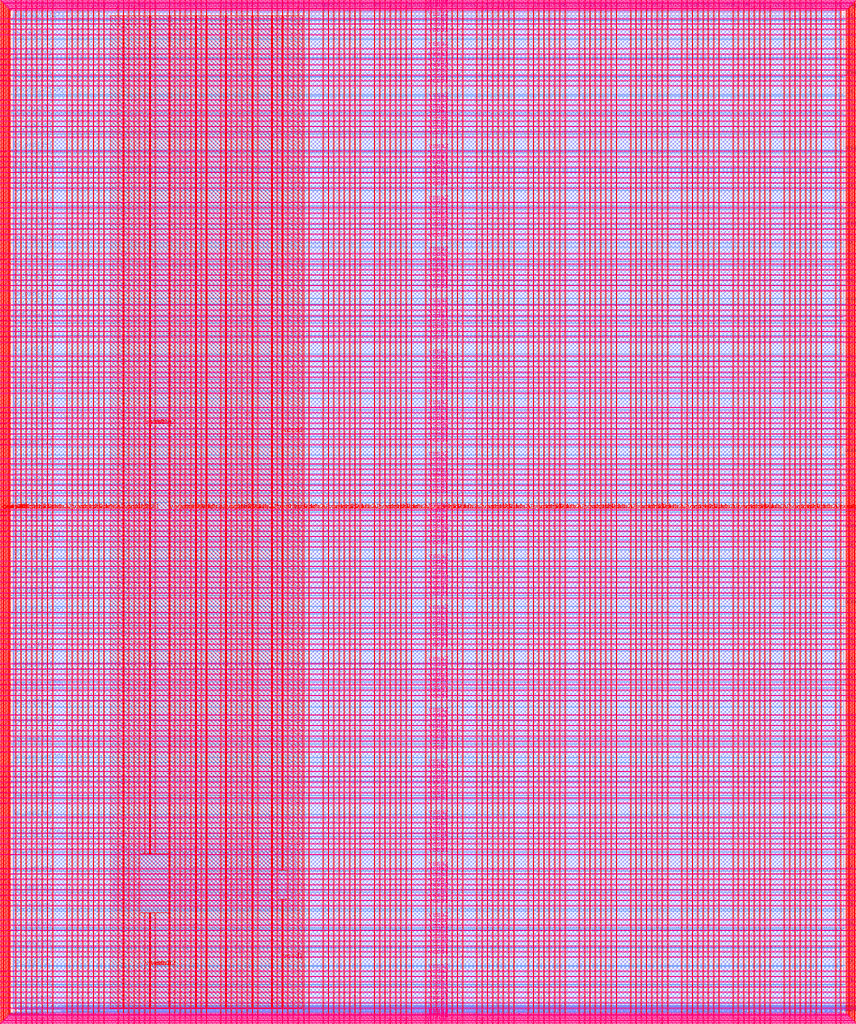
<source format=lef>
VERSION 5.7 ;
  NOWIREEXTENSIONATPIN ON ;
  DIVIDERCHAR "/" ;
  BUSBITCHARS "[]" ;
MACRO user_project_wrapper
  CLASS BLOCK ;
  FOREIGN user_project_wrapper ;
  ORIGIN 0.000 0.000 ;
  SIZE 2920.000 BY 3520.000 ;
  PIN analog_io[0]
    DIRECTION INOUT ;
    USE SIGNAL ;
    PORT
      LAYER met3 ;
        RECT 2917.600 1426.380 2924.800 1427.580 ;
    END
  END analog_io[0]
  PIN analog_io[10]
    DIRECTION INOUT ;
    USE SIGNAL ;
    PORT
      LAYER met2 ;
        RECT 2230.490 3517.600 2231.050 3524.800 ;
    END
  END analog_io[10]
  PIN analog_io[11]
    DIRECTION INOUT ;
    USE SIGNAL ;
    PORT
      LAYER met2 ;
        RECT 1905.730 3517.600 1906.290 3524.800 ;
    END
  END analog_io[11]
  PIN analog_io[12]
    DIRECTION INOUT ;
    USE SIGNAL ;
    PORT
      LAYER met2 ;
        RECT 1581.430 3517.600 1581.990 3524.800 ;
    END
  END analog_io[12]
  PIN analog_io[13]
    DIRECTION INOUT ;
    USE SIGNAL ;
    PORT
      LAYER met2 ;
        RECT 1257.130 3517.600 1257.690 3524.800 ;
    END
  END analog_io[13]
  PIN analog_io[14]
    DIRECTION INOUT ;
    USE SIGNAL ;
    PORT
      LAYER met2 ;
        RECT 932.370 3517.600 932.930 3524.800 ;
    END
  END analog_io[14]
  PIN analog_io[15]
    DIRECTION INOUT ;
    USE SIGNAL ;
    PORT
      LAYER met2 ;
        RECT 608.070 3517.600 608.630 3524.800 ;
    END
  END analog_io[15]
  PIN analog_io[16]
    DIRECTION INOUT ;
    USE SIGNAL ;
    PORT
      LAYER met2 ;
        RECT 283.770 3517.600 284.330 3524.800 ;
    END
  END analog_io[16]
  PIN analog_io[17]
    DIRECTION INOUT ;
    USE SIGNAL ;
    PORT
      LAYER met3 ;
        RECT -4.800 3486.100 2.400 3487.300 ;
    END
  END analog_io[17]
  PIN analog_io[18]
    DIRECTION INOUT ;
    USE SIGNAL ;
    PORT
      LAYER met3 ;
        RECT -4.800 3224.980 2.400 3226.180 ;
    END
  END analog_io[18]
  PIN analog_io[19]
    DIRECTION INOUT ;
    USE SIGNAL ;
    PORT
      LAYER met3 ;
        RECT -4.800 2964.540 2.400 2965.740 ;
    END
  END analog_io[19]
  PIN analog_io[1]
    DIRECTION INOUT ;
    USE SIGNAL ;
    PORT
      LAYER met3 ;
        RECT 2917.600 1692.260 2924.800 1693.460 ;
    END
  END analog_io[1]
  PIN analog_io[20]
    DIRECTION INOUT ;
    USE SIGNAL ;
    PORT
      LAYER met3 ;
        RECT -4.800 2703.420 2.400 2704.620 ;
    END
  END analog_io[20]
  PIN analog_io[21]
    DIRECTION INOUT ;
    USE SIGNAL ;
    PORT
      LAYER met3 ;
        RECT -4.800 2442.980 2.400 2444.180 ;
    END
  END analog_io[21]
  PIN analog_io[22]
    DIRECTION INOUT ;
    USE SIGNAL ;
    PORT
      LAYER met3 ;
        RECT -4.800 2182.540 2.400 2183.740 ;
    END
  END analog_io[22]
  PIN analog_io[23]
    DIRECTION INOUT ;
    USE SIGNAL ;
    PORT
      LAYER met3 ;
        RECT -4.800 1921.420 2.400 1922.620 ;
    END
  END analog_io[23]
  PIN analog_io[24]
    DIRECTION INOUT ;
    USE SIGNAL ;
    PORT
      LAYER met3 ;
        RECT -4.800 1660.980 2.400 1662.180 ;
    END
  END analog_io[24]
  PIN analog_io[25]
    DIRECTION INOUT ;
    USE SIGNAL ;
    PORT
      LAYER met3 ;
        RECT -4.800 1399.860 2.400 1401.060 ;
    END
  END analog_io[25]
  PIN analog_io[26]
    DIRECTION INOUT ;
    USE SIGNAL ;
    PORT
      LAYER met3 ;
        RECT -4.800 1139.420 2.400 1140.620 ;
    END
  END analog_io[26]
  PIN analog_io[27]
    DIRECTION INOUT ;
    USE SIGNAL ;
    PORT
      LAYER met3 ;
        RECT -4.800 878.980 2.400 880.180 ;
    END
  END analog_io[27]
  PIN analog_io[28]
    DIRECTION INOUT ;
    USE SIGNAL ;
    PORT
      LAYER met3 ;
        RECT -4.800 617.860 2.400 619.060 ;
    END
  END analog_io[28]
  PIN analog_io[2]
    DIRECTION INOUT ;
    USE SIGNAL ;
    PORT
      LAYER met3 ;
        RECT 2917.600 1958.140 2924.800 1959.340 ;
    END
  END analog_io[2]
  PIN analog_io[3]
    DIRECTION INOUT ;
    USE SIGNAL ;
    PORT
      LAYER met3 ;
        RECT 2917.600 2223.340 2924.800 2224.540 ;
    END
  END analog_io[3]
  PIN analog_io[4]
    DIRECTION INOUT ;
    USE SIGNAL ;
    PORT
      LAYER met3 ;
        RECT 2917.600 2489.220 2924.800 2490.420 ;
    END
  END analog_io[4]
  PIN analog_io[5]
    DIRECTION INOUT ;
    USE SIGNAL ;
    PORT
      LAYER met3 ;
        RECT 2917.600 2755.100 2924.800 2756.300 ;
    END
  END analog_io[5]
  PIN analog_io[6]
    DIRECTION INOUT ;
    USE SIGNAL ;
    PORT
      LAYER met3 ;
        RECT 2917.600 3020.300 2924.800 3021.500 ;
    END
  END analog_io[6]
  PIN analog_io[7]
    DIRECTION INOUT ;
    USE SIGNAL ;
    PORT
      LAYER met3 ;
        RECT 2917.600 3286.180 2924.800 3287.380 ;
    END
  END analog_io[7]
  PIN analog_io[8]
    DIRECTION INOUT ;
    USE SIGNAL ;
    PORT
      LAYER met2 ;
        RECT 2879.090 3517.600 2879.650 3524.800 ;
    END
  END analog_io[8]
  PIN analog_io[9]
    DIRECTION INOUT ;
    USE SIGNAL ;
    PORT
      LAYER met2 ;
        RECT 2554.790 3517.600 2555.350 3524.800 ;
    END
  END analog_io[9]
  PIN io_in[0]
    DIRECTION INPUT ;
    USE SIGNAL ;
    PORT
      LAYER met3 ;
        RECT 2917.600 32.380 2924.800 33.580 ;
    END
  END io_in[0]
  PIN io_in[10]
    DIRECTION INPUT ;
    USE SIGNAL ;
    PORT
      LAYER met3 ;
        RECT 2917.600 2289.980 2924.800 2291.180 ;
    END
  END io_in[10]
  PIN io_in[11]
    DIRECTION INPUT ;
    USE SIGNAL ;
    PORT
      LAYER met3 ;
        RECT 2917.600 2555.860 2924.800 2557.060 ;
    END
  END io_in[11]
  PIN io_in[12]
    DIRECTION INPUT ;
    USE SIGNAL ;
    PORT
      LAYER met3 ;
        RECT 2917.600 2821.060 2924.800 2822.260 ;
    END
  END io_in[12]
  PIN io_in[13]
    DIRECTION INPUT ;
    USE SIGNAL ;
    PORT
      LAYER met3 ;
        RECT 2917.600 3086.940 2924.800 3088.140 ;
    END
  END io_in[13]
  PIN io_in[14]
    DIRECTION INPUT ;
    USE SIGNAL ;
    PORT
      LAYER met3 ;
        RECT 2917.600 3352.820 2924.800 3354.020 ;
    END
  END io_in[14]
  PIN io_in[15]
    DIRECTION INPUT ;
    USE SIGNAL ;
    PORT
      LAYER met2 ;
        RECT 2798.130 3517.600 2798.690 3524.800 ;
    END
  END io_in[15]
  PIN io_in[16]
    DIRECTION INPUT ;
    USE SIGNAL ;
    PORT
      LAYER met2 ;
        RECT 2473.830 3517.600 2474.390 3524.800 ;
    END
  END io_in[16]
  PIN io_in[17]
    DIRECTION INPUT ;
    USE SIGNAL ;
    PORT
      LAYER met2 ;
        RECT 2149.070 3517.600 2149.630 3524.800 ;
    END
  END io_in[17]
  PIN io_in[18]
    DIRECTION INPUT ;
    USE SIGNAL ;
    PORT
      LAYER met2 ;
        RECT 1824.770 3517.600 1825.330 3524.800 ;
    END
  END io_in[18]
  PIN io_in[19]
    DIRECTION INPUT ;
    USE SIGNAL ;
    PORT
      LAYER met2 ;
        RECT 1500.470 3517.600 1501.030 3524.800 ;
    END
  END io_in[19]
  PIN io_in[1]
    DIRECTION INPUT ;
    USE SIGNAL ;
    PORT
      LAYER met3 ;
        RECT 2917.600 230.940 2924.800 232.140 ;
    END
  END io_in[1]
  PIN io_in[20]
    DIRECTION INPUT ;
    USE SIGNAL ;
    PORT
      LAYER met2 ;
        RECT 1175.710 3517.600 1176.270 3524.800 ;
    END
  END io_in[20]
  PIN io_in[21]
    DIRECTION INPUT ;
    USE SIGNAL ;
    PORT
      LAYER met2 ;
        RECT 851.410 3517.600 851.970 3524.800 ;
    END
  END io_in[21]
  PIN io_in[22]
    DIRECTION INPUT ;
    USE SIGNAL ;
    PORT
      LAYER met2 ;
        RECT 527.110 3517.600 527.670 3524.800 ;
    END
  END io_in[22]
  PIN io_in[23]
    DIRECTION INPUT ;
    USE SIGNAL ;
    PORT
      LAYER met2 ;
        RECT 202.350 3517.600 202.910 3524.800 ;
    END
  END io_in[23]
  PIN io_in[24]
    DIRECTION INPUT ;
    USE SIGNAL ;
    PORT
      LAYER met3 ;
        RECT -4.800 3420.820 2.400 3422.020 ;
    END
  END io_in[24]
  PIN io_in[25]
    DIRECTION INPUT ;
    USE SIGNAL ;
    PORT
      LAYER met3 ;
        RECT -4.800 3159.700 2.400 3160.900 ;
    END
  END io_in[25]
  PIN io_in[26]
    DIRECTION INPUT ;
    USE SIGNAL ;
    PORT
      LAYER met3 ;
        RECT -4.800 2899.260 2.400 2900.460 ;
    END
  END io_in[26]
  PIN io_in[27]
    DIRECTION INPUT ;
    USE SIGNAL ;
    PORT
      LAYER met3 ;
        RECT -4.800 2638.820 2.400 2640.020 ;
    END
  END io_in[27]
  PIN io_in[28]
    DIRECTION INPUT ;
    USE SIGNAL ;
    PORT
      LAYER met3 ;
        RECT -4.800 2377.700 2.400 2378.900 ;
    END
  END io_in[28]
  PIN io_in[29]
    DIRECTION INPUT ;
    USE SIGNAL ;
    PORT
      LAYER met3 ;
        RECT -4.800 2117.260 2.400 2118.460 ;
    END
  END io_in[29]
  PIN io_in[2]
    DIRECTION INPUT ;
    USE SIGNAL ;
    PORT
      LAYER met3 ;
        RECT 2917.600 430.180 2924.800 431.380 ;
    END
  END io_in[2]
  PIN io_in[30]
    DIRECTION INPUT ;
    USE SIGNAL ;
    PORT
      LAYER met3 ;
        RECT -4.800 1856.140 2.400 1857.340 ;
    END
  END io_in[30]
  PIN io_in[31]
    DIRECTION INPUT ;
    USE SIGNAL ;
    PORT
      LAYER met3 ;
        RECT -4.800 1595.700 2.400 1596.900 ;
    END
  END io_in[31]
  PIN io_in[32]
    DIRECTION INPUT ;
    USE SIGNAL ;
    PORT
      LAYER met3 ;
        RECT -4.800 1335.260 2.400 1336.460 ;
    END
  END io_in[32]
  PIN io_in[33]
    DIRECTION INPUT ;
    USE SIGNAL ;
    PORT
      LAYER met3 ;
        RECT -4.800 1074.140 2.400 1075.340 ;
    END
  END io_in[33]
  PIN io_in[34]
    DIRECTION INPUT ;
    USE SIGNAL ;
    PORT
      LAYER met3 ;
        RECT -4.800 813.700 2.400 814.900 ;
    END
  END io_in[34]
  PIN io_in[35]
    DIRECTION INPUT ;
    USE SIGNAL ;
    PORT
      LAYER met3 ;
        RECT -4.800 552.580 2.400 553.780 ;
    END
  END io_in[35]
  PIN io_in[36]
    DIRECTION INPUT ;
    USE SIGNAL ;
    PORT
      LAYER met3 ;
        RECT -4.800 357.420 2.400 358.620 ;
    END
  END io_in[36]
  PIN io_in[37]
    DIRECTION INPUT ;
    USE SIGNAL ;
    PORT
      LAYER met3 ;
        RECT -4.800 161.580 2.400 162.780 ;
    END
  END io_in[37]
  PIN io_in[3]
    DIRECTION INPUT ;
    USE SIGNAL ;
    PORT
      LAYER met3 ;
        RECT 2917.600 629.420 2924.800 630.620 ;
    END
  END io_in[3]
  PIN io_in[4]
    DIRECTION INPUT ;
    USE SIGNAL ;
    PORT
      LAYER met3 ;
        RECT 2917.600 828.660 2924.800 829.860 ;
    END
  END io_in[4]
  PIN io_in[5]
    DIRECTION INPUT ;
    USE SIGNAL ;
    PORT
      LAYER met3 ;
        RECT 2917.600 1027.900 2924.800 1029.100 ;
    END
  END io_in[5]
  PIN io_in[6]
    DIRECTION INPUT ;
    USE SIGNAL ;
    PORT
      LAYER met3 ;
        RECT 2917.600 1227.140 2924.800 1228.340 ;
    END
  END io_in[6]
  PIN io_in[7]
    DIRECTION INPUT ;
    USE SIGNAL ;
    PORT
      LAYER met3 ;
        RECT 2917.600 1493.020 2924.800 1494.220 ;
    END
  END io_in[7]
  PIN io_in[8]
    DIRECTION INPUT ;
    USE SIGNAL ;
    PORT
      LAYER met3 ;
        RECT 2917.600 1758.900 2924.800 1760.100 ;
    END
  END io_in[8]
  PIN io_in[9]
    DIRECTION INPUT ;
    USE SIGNAL ;
    PORT
      LAYER met3 ;
        RECT 2917.600 2024.100 2924.800 2025.300 ;
    END
  END io_in[9]
  PIN io_oeb[0]
    DIRECTION OUTPUT TRISTATE ;
    USE SIGNAL ;
    PORT
      LAYER met3 ;
        RECT 2917.600 164.980 2924.800 166.180 ;
    END
  END io_oeb[0]
  PIN io_oeb[10]
    DIRECTION OUTPUT TRISTATE ;
    USE SIGNAL ;
    PORT
      LAYER met3 ;
        RECT 2917.600 2422.580 2924.800 2423.780 ;
    END
  END io_oeb[10]
  PIN io_oeb[11]
    DIRECTION OUTPUT TRISTATE ;
    USE SIGNAL ;
    PORT
      LAYER met3 ;
        RECT 2917.600 2688.460 2924.800 2689.660 ;
    END
  END io_oeb[11]
  PIN io_oeb[12]
    DIRECTION OUTPUT TRISTATE ;
    USE SIGNAL ;
    PORT
      LAYER met3 ;
        RECT 2917.600 2954.340 2924.800 2955.540 ;
    END
  END io_oeb[12]
  PIN io_oeb[13]
    DIRECTION OUTPUT TRISTATE ;
    USE SIGNAL ;
    PORT
      LAYER met3 ;
        RECT 2917.600 3219.540 2924.800 3220.740 ;
    END
  END io_oeb[13]
  PIN io_oeb[14]
    DIRECTION OUTPUT TRISTATE ;
    USE SIGNAL ;
    PORT
      LAYER met3 ;
        RECT 2917.600 3485.420 2924.800 3486.620 ;
    END
  END io_oeb[14]
  PIN io_oeb[15]
    DIRECTION OUTPUT TRISTATE ;
    USE SIGNAL ;
    PORT
      LAYER met2 ;
        RECT 2635.750 3517.600 2636.310 3524.800 ;
    END
  END io_oeb[15]
  PIN io_oeb[16]
    DIRECTION OUTPUT TRISTATE ;
    USE SIGNAL ;
    PORT
      LAYER met2 ;
        RECT 2311.450 3517.600 2312.010 3524.800 ;
    END
  END io_oeb[16]
  PIN io_oeb[17]
    DIRECTION OUTPUT TRISTATE ;
    USE SIGNAL ;
    PORT
      LAYER met2 ;
        RECT 1987.150 3517.600 1987.710 3524.800 ;
    END
  END io_oeb[17]
  PIN io_oeb[18]
    DIRECTION OUTPUT TRISTATE ;
    USE SIGNAL ;
    PORT
      LAYER met2 ;
        RECT 1662.390 3517.600 1662.950 3524.800 ;
    END
  END io_oeb[18]
  PIN io_oeb[19]
    DIRECTION OUTPUT TRISTATE ;
    USE SIGNAL ;
    PORT
      LAYER met2 ;
        RECT 1338.090 3517.600 1338.650 3524.800 ;
    END
  END io_oeb[19]
  PIN io_oeb[1]
    DIRECTION OUTPUT TRISTATE ;
    USE SIGNAL ;
    PORT
      LAYER met3 ;
        RECT 2917.600 364.220 2924.800 365.420 ;
    END
  END io_oeb[1]
  PIN io_oeb[20]
    DIRECTION OUTPUT TRISTATE ;
    USE SIGNAL ;
    PORT
      LAYER met2 ;
        RECT 1013.790 3517.600 1014.350 3524.800 ;
    END
  END io_oeb[20]
  PIN io_oeb[21]
    DIRECTION OUTPUT TRISTATE ;
    USE SIGNAL ;
    PORT
      LAYER met2 ;
        RECT 689.030 3517.600 689.590 3524.800 ;
    END
  END io_oeb[21]
  PIN io_oeb[22]
    DIRECTION OUTPUT TRISTATE ;
    USE SIGNAL ;
    PORT
      LAYER met2 ;
        RECT 364.730 3517.600 365.290 3524.800 ;
    END
  END io_oeb[22]
  PIN io_oeb[23]
    DIRECTION OUTPUT TRISTATE ;
    USE SIGNAL ;
    PORT
      LAYER met2 ;
        RECT 40.430 3517.600 40.990 3524.800 ;
    END
  END io_oeb[23]
  PIN io_oeb[24]
    DIRECTION OUTPUT TRISTATE ;
    USE SIGNAL ;
    PORT
      LAYER met3 ;
        RECT -4.800 3290.260 2.400 3291.460 ;
    END
  END io_oeb[24]
  PIN io_oeb[25]
    DIRECTION OUTPUT TRISTATE ;
    USE SIGNAL ;
    PORT
      LAYER met3 ;
        RECT -4.800 3029.820 2.400 3031.020 ;
    END
  END io_oeb[25]
  PIN io_oeb[26]
    DIRECTION OUTPUT TRISTATE ;
    USE SIGNAL ;
    PORT
      LAYER met3 ;
        RECT -4.800 2768.700 2.400 2769.900 ;
    END
  END io_oeb[26]
  PIN io_oeb[27]
    DIRECTION OUTPUT TRISTATE ;
    USE SIGNAL ;
    PORT
      LAYER met3 ;
        RECT -4.800 2508.260 2.400 2509.460 ;
    END
  END io_oeb[27]
  PIN io_oeb[28]
    DIRECTION OUTPUT TRISTATE ;
    USE SIGNAL ;
    PORT
      LAYER met3 ;
        RECT -4.800 2247.140 2.400 2248.340 ;
    END
  END io_oeb[28]
  PIN io_oeb[29]
    DIRECTION OUTPUT TRISTATE ;
    USE SIGNAL ;
    PORT
      LAYER met3 ;
        RECT -4.800 1986.700 2.400 1987.900 ;
    END
  END io_oeb[29]
  PIN io_oeb[2]
    DIRECTION OUTPUT TRISTATE ;
    USE SIGNAL ;
    PORT
      LAYER met3 ;
        RECT 2917.600 563.460 2924.800 564.660 ;
    END
  END io_oeb[2]
  PIN io_oeb[30]
    DIRECTION OUTPUT TRISTATE ;
    USE SIGNAL ;
    PORT
      LAYER met3 ;
        RECT -4.800 1726.260 2.400 1727.460 ;
    END
  END io_oeb[30]
  PIN io_oeb[31]
    DIRECTION OUTPUT TRISTATE ;
    USE SIGNAL ;
    PORT
      LAYER met3 ;
        RECT -4.800 1465.140 2.400 1466.340 ;
    END
  END io_oeb[31]
  PIN io_oeb[32]
    DIRECTION OUTPUT TRISTATE ;
    USE SIGNAL ;
    PORT
      LAYER met3 ;
        RECT -4.800 1204.700 2.400 1205.900 ;
    END
  END io_oeb[32]
  PIN io_oeb[33]
    DIRECTION OUTPUT TRISTATE ;
    USE SIGNAL ;
    PORT
      LAYER met3 ;
        RECT -4.800 943.580 2.400 944.780 ;
    END
  END io_oeb[33]
  PIN io_oeb[34]
    DIRECTION OUTPUT TRISTATE ;
    USE SIGNAL ;
    PORT
      LAYER met3 ;
        RECT -4.800 683.140 2.400 684.340 ;
    END
  END io_oeb[34]
  PIN io_oeb[35]
    DIRECTION OUTPUT TRISTATE ;
    USE SIGNAL ;
    PORT
      LAYER met3 ;
        RECT -4.800 422.700 2.400 423.900 ;
    END
  END io_oeb[35]
  PIN io_oeb[36]
    DIRECTION OUTPUT TRISTATE ;
    USE SIGNAL ;
    PORT
      LAYER met3 ;
        RECT -4.800 226.860 2.400 228.060 ;
    END
  END io_oeb[36]
  PIN io_oeb[37]
    DIRECTION OUTPUT TRISTATE ;
    USE SIGNAL ;
    PORT
      LAYER met3 ;
        RECT -4.800 31.700 2.400 32.900 ;
    END
  END io_oeb[37]
  PIN io_oeb[3]
    DIRECTION OUTPUT TRISTATE ;
    USE SIGNAL ;
    PORT
      LAYER met3 ;
        RECT 2917.600 762.700 2924.800 763.900 ;
    END
  END io_oeb[3]
  PIN io_oeb[4]
    DIRECTION OUTPUT TRISTATE ;
    USE SIGNAL ;
    PORT
      LAYER met3 ;
        RECT 2917.600 961.940 2924.800 963.140 ;
    END
  END io_oeb[4]
  PIN io_oeb[5]
    DIRECTION OUTPUT TRISTATE ;
    USE SIGNAL ;
    PORT
      LAYER met3 ;
        RECT 2917.600 1161.180 2924.800 1162.380 ;
    END
  END io_oeb[5]
  PIN io_oeb[6]
    DIRECTION OUTPUT TRISTATE ;
    USE SIGNAL ;
    PORT
      LAYER met3 ;
        RECT 2917.600 1360.420 2924.800 1361.620 ;
    END
  END io_oeb[6]
  PIN io_oeb[7]
    DIRECTION OUTPUT TRISTATE ;
    USE SIGNAL ;
    PORT
      LAYER met3 ;
        RECT 2917.600 1625.620 2924.800 1626.820 ;
    END
  END io_oeb[7]
  PIN io_oeb[8]
    DIRECTION OUTPUT TRISTATE ;
    USE SIGNAL ;
    PORT
      LAYER met3 ;
        RECT 2917.600 1891.500 2924.800 1892.700 ;
    END
  END io_oeb[8]
  PIN io_oeb[9]
    DIRECTION OUTPUT TRISTATE ;
    USE SIGNAL ;
    PORT
      LAYER met3 ;
        RECT 2917.600 2157.380 2924.800 2158.580 ;
    END
  END io_oeb[9]
  PIN io_out[0]
    DIRECTION OUTPUT TRISTATE ;
    USE SIGNAL ;
    PORT
      LAYER met3 ;
        RECT 2917.600 98.340 2924.800 99.540 ;
    END
  END io_out[0]
  PIN io_out[10]
    DIRECTION OUTPUT TRISTATE ;
    USE SIGNAL ;
    PORT
      LAYER met3 ;
        RECT 2917.600 2356.620 2924.800 2357.820 ;
    END
  END io_out[10]
  PIN io_out[11]
    DIRECTION OUTPUT TRISTATE ;
    USE SIGNAL ;
    PORT
      LAYER met3 ;
        RECT 2917.600 2621.820 2924.800 2623.020 ;
    END
  END io_out[11]
  PIN io_out[12]
    DIRECTION OUTPUT TRISTATE ;
    USE SIGNAL ;
    PORT
      LAYER met3 ;
        RECT 2917.600 2887.700 2924.800 2888.900 ;
    END
  END io_out[12]
  PIN io_out[13]
    DIRECTION OUTPUT TRISTATE ;
    USE SIGNAL ;
    PORT
      LAYER met3 ;
        RECT 2917.600 3153.580 2924.800 3154.780 ;
    END
  END io_out[13]
  PIN io_out[14]
    DIRECTION OUTPUT TRISTATE ;
    USE SIGNAL ;
    PORT
      LAYER met3 ;
        RECT 2917.600 3418.780 2924.800 3419.980 ;
    END
  END io_out[14]
  PIN io_out[15]
    DIRECTION OUTPUT TRISTATE ;
    USE SIGNAL ;
    PORT
      LAYER met2 ;
        RECT 2717.170 3517.600 2717.730 3524.800 ;
    END
  END io_out[15]
  PIN io_out[16]
    DIRECTION OUTPUT TRISTATE ;
    USE SIGNAL ;
    PORT
      LAYER met2 ;
        RECT 2392.410 3517.600 2392.970 3524.800 ;
    END
  END io_out[16]
  PIN io_out[17]
    DIRECTION OUTPUT TRISTATE ;
    USE SIGNAL ;
    PORT
      LAYER met2 ;
        RECT 2068.110 3517.600 2068.670 3524.800 ;
    END
  END io_out[17]
  PIN io_out[18]
    DIRECTION OUTPUT TRISTATE ;
    USE SIGNAL ;
    PORT
      LAYER met2 ;
        RECT 1743.810 3517.600 1744.370 3524.800 ;
    END
  END io_out[18]
  PIN io_out[19]
    DIRECTION OUTPUT TRISTATE ;
    USE SIGNAL ;
    PORT
      LAYER met2 ;
        RECT 1419.050 3517.600 1419.610 3524.800 ;
    END
  END io_out[19]
  PIN io_out[1]
    DIRECTION OUTPUT TRISTATE ;
    USE SIGNAL ;
    PORT
      LAYER met3 ;
        RECT 2917.600 297.580 2924.800 298.780 ;
    END
  END io_out[1]
  PIN io_out[20]
    DIRECTION OUTPUT TRISTATE ;
    USE SIGNAL ;
    PORT
      LAYER met2 ;
        RECT 1094.750 3517.600 1095.310 3524.800 ;
    END
  END io_out[20]
  PIN io_out[21]
    DIRECTION OUTPUT TRISTATE ;
    USE SIGNAL ;
    PORT
      LAYER met2 ;
        RECT 770.450 3517.600 771.010 3524.800 ;
    END
  END io_out[21]
  PIN io_out[22]
    DIRECTION OUTPUT TRISTATE ;
    USE SIGNAL ;
    PORT
      LAYER met2 ;
        RECT 445.690 3517.600 446.250 3524.800 ;
    END
  END io_out[22]
  PIN io_out[23]
    DIRECTION OUTPUT TRISTATE ;
    USE SIGNAL ;
    PORT
      LAYER met2 ;
        RECT 121.390 3517.600 121.950 3524.800 ;
    END
  END io_out[23]
  PIN io_out[24]
    DIRECTION OUTPUT TRISTATE ;
    USE SIGNAL ;
    PORT
      LAYER met3 ;
        RECT -4.800 3355.540 2.400 3356.740 ;
    END
  END io_out[24]
  PIN io_out[25]
    DIRECTION OUTPUT TRISTATE ;
    USE SIGNAL ;
    PORT
      LAYER met3 ;
        RECT -4.800 3095.100 2.400 3096.300 ;
    END
  END io_out[25]
  PIN io_out[26]
    DIRECTION OUTPUT TRISTATE ;
    USE SIGNAL ;
    PORT
      LAYER met3 ;
        RECT -4.800 2833.980 2.400 2835.180 ;
    END
  END io_out[26]
  PIN io_out[27]
    DIRECTION OUTPUT TRISTATE ;
    USE SIGNAL ;
    PORT
      LAYER met3 ;
        RECT -4.800 2573.540 2.400 2574.740 ;
    END
  END io_out[27]
  PIN io_out[28]
    DIRECTION OUTPUT TRISTATE ;
    USE SIGNAL ;
    PORT
      LAYER met3 ;
        RECT -4.800 2312.420 2.400 2313.620 ;
    END
  END io_out[28]
  PIN io_out[29]
    DIRECTION OUTPUT TRISTATE ;
    USE SIGNAL ;
    PORT
      LAYER met3 ;
        RECT -4.800 2051.980 2.400 2053.180 ;
    END
  END io_out[29]
  PIN io_out[2]
    DIRECTION OUTPUT TRISTATE ;
    USE SIGNAL ;
    PORT
      LAYER met3 ;
        RECT 2917.600 496.820 2924.800 498.020 ;
    END
  END io_out[2]
  PIN io_out[30]
    DIRECTION OUTPUT TRISTATE ;
    USE SIGNAL ;
    PORT
      LAYER met3 ;
        RECT -4.800 1791.540 2.400 1792.740 ;
    END
  END io_out[30]
  PIN io_out[31]
    DIRECTION OUTPUT TRISTATE ;
    USE SIGNAL ;
    PORT
      LAYER met3 ;
        RECT -4.800 1530.420 2.400 1531.620 ;
    END
  END io_out[31]
  PIN io_out[32]
    DIRECTION OUTPUT TRISTATE ;
    USE SIGNAL ;
    PORT
      LAYER met3 ;
        RECT -4.800 1269.980 2.400 1271.180 ;
    END
  END io_out[32]
  PIN io_out[33]
    DIRECTION OUTPUT TRISTATE ;
    USE SIGNAL ;
    PORT
      LAYER met3 ;
        RECT -4.800 1008.860 2.400 1010.060 ;
    END
  END io_out[33]
  PIN io_out[34]
    DIRECTION OUTPUT TRISTATE ;
    USE SIGNAL ;
    PORT
      LAYER met3 ;
        RECT -4.800 748.420 2.400 749.620 ;
    END
  END io_out[34]
  PIN io_out[35]
    DIRECTION OUTPUT TRISTATE ;
    USE SIGNAL ;
    PORT
      LAYER met3 ;
        RECT -4.800 487.300 2.400 488.500 ;
    END
  END io_out[35]
  PIN io_out[36]
    DIRECTION OUTPUT TRISTATE ;
    USE SIGNAL ;
    PORT
      LAYER met3 ;
        RECT -4.800 292.140 2.400 293.340 ;
    END
  END io_out[36]
  PIN io_out[37]
    DIRECTION OUTPUT TRISTATE ;
    USE SIGNAL ;
    PORT
      LAYER met3 ;
        RECT -4.800 96.300 2.400 97.500 ;
    END
  END io_out[37]
  PIN io_out[3]
    DIRECTION OUTPUT TRISTATE ;
    USE SIGNAL ;
    PORT
      LAYER met3 ;
        RECT 2917.600 696.060 2924.800 697.260 ;
    END
  END io_out[3]
  PIN io_out[4]
    DIRECTION OUTPUT TRISTATE ;
    USE SIGNAL ;
    PORT
      LAYER met3 ;
        RECT 2917.600 895.300 2924.800 896.500 ;
    END
  END io_out[4]
  PIN io_out[5]
    DIRECTION OUTPUT TRISTATE ;
    USE SIGNAL ;
    PORT
      LAYER met3 ;
        RECT 2917.600 1094.540 2924.800 1095.740 ;
    END
  END io_out[5]
  PIN io_out[6]
    DIRECTION OUTPUT TRISTATE ;
    USE SIGNAL ;
    PORT
      LAYER met3 ;
        RECT 2917.600 1293.780 2924.800 1294.980 ;
    END
  END io_out[6]
  PIN io_out[7]
    DIRECTION OUTPUT TRISTATE ;
    USE SIGNAL ;
    PORT
      LAYER met3 ;
        RECT 2917.600 1559.660 2924.800 1560.860 ;
    END
  END io_out[7]
  PIN io_out[8]
    DIRECTION OUTPUT TRISTATE ;
    USE SIGNAL ;
    PORT
      LAYER met3 ;
        RECT 2917.600 1824.860 2924.800 1826.060 ;
    END
  END io_out[8]
  PIN io_out[9]
    DIRECTION OUTPUT TRISTATE ;
    USE SIGNAL ;
    PORT
      LAYER met3 ;
        RECT 2917.600 2090.740 2924.800 2091.940 ;
    END
  END io_out[9]
  PIN la_data_in[0]
    DIRECTION INPUT ;
    USE SIGNAL ;
    PORT
      LAYER met2 ;
        RECT 629.230 -4.800 629.790 2.400 ;
    END
  END la_data_in[0]
  PIN la_data_in[100]
    DIRECTION INPUT ;
    USE SIGNAL ;
    PORT
      LAYER met2 ;
        RECT 2402.530 -4.800 2403.090 2.400 ;
    END
  END la_data_in[100]
  PIN la_data_in[101]
    DIRECTION INPUT ;
    USE SIGNAL ;
    PORT
      LAYER met2 ;
        RECT 2420.010 -4.800 2420.570 2.400 ;
    END
  END la_data_in[101]
  PIN la_data_in[102]
    DIRECTION INPUT ;
    USE SIGNAL ;
    PORT
      LAYER met2 ;
        RECT 2437.950 -4.800 2438.510 2.400 ;
    END
  END la_data_in[102]
  PIN la_data_in[103]
    DIRECTION INPUT ;
    USE SIGNAL ;
    PORT
      LAYER met2 ;
        RECT 2455.430 -4.800 2455.990 2.400 ;
    END
  END la_data_in[103]
  PIN la_data_in[104]
    DIRECTION INPUT ;
    USE SIGNAL ;
    PORT
      LAYER met2 ;
        RECT 2473.370 -4.800 2473.930 2.400 ;
    END
  END la_data_in[104]
  PIN la_data_in[105]
    DIRECTION INPUT ;
    USE SIGNAL ;
    PORT
      LAYER met2 ;
        RECT 2490.850 -4.800 2491.410 2.400 ;
    END
  END la_data_in[105]
  PIN la_data_in[106]
    DIRECTION INPUT ;
    USE SIGNAL ;
    PORT
      LAYER met2 ;
        RECT 2508.790 -4.800 2509.350 2.400 ;
    END
  END la_data_in[106]
  PIN la_data_in[107]
    DIRECTION INPUT ;
    USE SIGNAL ;
    PORT
      LAYER met2 ;
        RECT 2526.730 -4.800 2527.290 2.400 ;
    END
  END la_data_in[107]
  PIN la_data_in[108]
    DIRECTION INPUT ;
    USE SIGNAL ;
    PORT
      LAYER met2 ;
        RECT 2544.210 -4.800 2544.770 2.400 ;
    END
  END la_data_in[108]
  PIN la_data_in[109]
    DIRECTION INPUT ;
    USE SIGNAL ;
    PORT
      LAYER met2 ;
        RECT 2562.150 -4.800 2562.710 2.400 ;
    END
  END la_data_in[109]
  PIN la_data_in[10]
    DIRECTION INPUT ;
    USE SIGNAL ;
    PORT
      LAYER met2 ;
        RECT 806.330 -4.800 806.890 2.400 ;
    END
  END la_data_in[10]
  PIN la_data_in[110]
    DIRECTION INPUT ;
    USE SIGNAL ;
    PORT
      LAYER met2 ;
        RECT 2579.630 -4.800 2580.190 2.400 ;
    END
  END la_data_in[110]
  PIN la_data_in[111]
    DIRECTION INPUT ;
    USE SIGNAL ;
    PORT
      LAYER met2 ;
        RECT 2597.570 -4.800 2598.130 2.400 ;
    END
  END la_data_in[111]
  PIN la_data_in[112]
    DIRECTION INPUT ;
    USE SIGNAL ;
    PORT
      LAYER met2 ;
        RECT 2615.050 -4.800 2615.610 2.400 ;
    END
  END la_data_in[112]
  PIN la_data_in[113]
    DIRECTION INPUT ;
    USE SIGNAL ;
    PORT
      LAYER met2 ;
        RECT 2632.990 -4.800 2633.550 2.400 ;
    END
  END la_data_in[113]
  PIN la_data_in[114]
    DIRECTION INPUT ;
    USE SIGNAL ;
    PORT
      LAYER met2 ;
        RECT 2650.470 -4.800 2651.030 2.400 ;
    END
  END la_data_in[114]
  PIN la_data_in[115]
    DIRECTION INPUT ;
    USE SIGNAL ;
    PORT
      LAYER met2 ;
        RECT 2668.410 -4.800 2668.970 2.400 ;
    END
  END la_data_in[115]
  PIN la_data_in[116]
    DIRECTION INPUT ;
    USE SIGNAL ;
    PORT
      LAYER met2 ;
        RECT 2685.890 -4.800 2686.450 2.400 ;
    END
  END la_data_in[116]
  PIN la_data_in[117]
    DIRECTION INPUT ;
    USE SIGNAL ;
    PORT
      LAYER met2 ;
        RECT 2703.830 -4.800 2704.390 2.400 ;
    END
  END la_data_in[117]
  PIN la_data_in[118]
    DIRECTION INPUT ;
    USE SIGNAL ;
    PORT
      LAYER met2 ;
        RECT 2721.770 -4.800 2722.330 2.400 ;
    END
  END la_data_in[118]
  PIN la_data_in[119]
    DIRECTION INPUT ;
    USE SIGNAL ;
    PORT
      LAYER met2 ;
        RECT 2739.250 -4.800 2739.810 2.400 ;
    END
  END la_data_in[119]
  PIN la_data_in[11]
    DIRECTION INPUT ;
    USE SIGNAL ;
    PORT
      LAYER met2 ;
        RECT 824.270 -4.800 824.830 2.400 ;
    END
  END la_data_in[11]
  PIN la_data_in[120]
    DIRECTION INPUT ;
    USE SIGNAL ;
    PORT
      LAYER met2 ;
        RECT 2757.190 -4.800 2757.750 2.400 ;
    END
  END la_data_in[120]
  PIN la_data_in[121]
    DIRECTION INPUT ;
    USE SIGNAL ;
    PORT
      LAYER met2 ;
        RECT 2774.670 -4.800 2775.230 2.400 ;
    END
  END la_data_in[121]
  PIN la_data_in[122]
    DIRECTION INPUT ;
    USE SIGNAL ;
    PORT
      LAYER met2 ;
        RECT 2792.610 -4.800 2793.170 2.400 ;
    END
  END la_data_in[122]
  PIN la_data_in[123]
    DIRECTION INPUT ;
    USE SIGNAL ;
    PORT
      LAYER met2 ;
        RECT 2810.090 -4.800 2810.650 2.400 ;
    END
  END la_data_in[123]
  PIN la_data_in[124]
    DIRECTION INPUT ;
    USE SIGNAL ;
    PORT
      LAYER met2 ;
        RECT 2828.030 -4.800 2828.590 2.400 ;
    END
  END la_data_in[124]
  PIN la_data_in[125]
    DIRECTION INPUT ;
    USE SIGNAL ;
    PORT
      LAYER met2 ;
        RECT 2845.510 -4.800 2846.070 2.400 ;
    END
  END la_data_in[125]
  PIN la_data_in[126]
    DIRECTION INPUT ;
    USE SIGNAL ;
    PORT
      LAYER met2 ;
        RECT 2863.450 -4.800 2864.010 2.400 ;
    END
  END la_data_in[126]
  PIN la_data_in[127]
    DIRECTION INPUT ;
    USE SIGNAL ;
    PORT
      LAYER met2 ;
        RECT 2881.390 -4.800 2881.950 2.400 ;
    END
  END la_data_in[127]
  PIN la_data_in[12]
    DIRECTION INPUT ;
    USE SIGNAL ;
    PORT
      LAYER met2 ;
        RECT 841.750 -4.800 842.310 2.400 ;
    END
  END la_data_in[12]
  PIN la_data_in[13]
    DIRECTION INPUT ;
    USE SIGNAL ;
    PORT
      LAYER met2 ;
        RECT 859.690 -4.800 860.250 2.400 ;
    END
  END la_data_in[13]
  PIN la_data_in[14]
    DIRECTION INPUT ;
    USE SIGNAL ;
    PORT
      LAYER met2 ;
        RECT 877.170 -4.800 877.730 2.400 ;
    END
  END la_data_in[14]
  PIN la_data_in[15]
    DIRECTION INPUT ;
    USE SIGNAL ;
    PORT
      LAYER met2 ;
        RECT 895.110 -4.800 895.670 2.400 ;
    END
  END la_data_in[15]
  PIN la_data_in[16]
    DIRECTION INPUT ;
    USE SIGNAL ;
    PORT
      LAYER met2 ;
        RECT 912.590 -4.800 913.150 2.400 ;
    END
  END la_data_in[16]
  PIN la_data_in[17]
    DIRECTION INPUT ;
    USE SIGNAL ;
    PORT
      LAYER met2 ;
        RECT 930.530 -4.800 931.090 2.400 ;
    END
  END la_data_in[17]
  PIN la_data_in[18]
    DIRECTION INPUT ;
    USE SIGNAL ;
    PORT
      LAYER met2 ;
        RECT 948.470 -4.800 949.030 2.400 ;
    END
  END la_data_in[18]
  PIN la_data_in[19]
    DIRECTION INPUT ;
    USE SIGNAL ;
    PORT
      LAYER met2 ;
        RECT 965.950 -4.800 966.510 2.400 ;
    END
  END la_data_in[19]
  PIN la_data_in[1]
    DIRECTION INPUT ;
    USE SIGNAL ;
    PORT
      LAYER met2 ;
        RECT 646.710 -4.800 647.270 2.400 ;
    END
  END la_data_in[1]
  PIN la_data_in[20]
    DIRECTION INPUT ;
    USE SIGNAL ;
    PORT
      LAYER met2 ;
        RECT 983.890 -4.800 984.450 2.400 ;
    END
  END la_data_in[20]
  PIN la_data_in[21]
    DIRECTION INPUT ;
    USE SIGNAL ;
    PORT
      LAYER met2 ;
        RECT 1001.370 -4.800 1001.930 2.400 ;
    END
  END la_data_in[21]
  PIN la_data_in[22]
    DIRECTION INPUT ;
    USE SIGNAL ;
    PORT
      LAYER met2 ;
        RECT 1019.310 -4.800 1019.870 2.400 ;
    END
  END la_data_in[22]
  PIN la_data_in[23]
    DIRECTION INPUT ;
    USE SIGNAL ;
    PORT
      LAYER met2 ;
        RECT 1036.790 -4.800 1037.350 2.400 ;
    END
  END la_data_in[23]
  PIN la_data_in[24]
    DIRECTION INPUT ;
    USE SIGNAL ;
    PORT
      LAYER met2 ;
        RECT 1054.730 -4.800 1055.290 2.400 ;
    END
  END la_data_in[24]
  PIN la_data_in[25]
    DIRECTION INPUT ;
    USE SIGNAL ;
    PORT
      LAYER met2 ;
        RECT 1072.210 -4.800 1072.770 2.400 ;
    END
  END la_data_in[25]
  PIN la_data_in[26]
    DIRECTION INPUT ;
    USE SIGNAL ;
    PORT
      LAYER met2 ;
        RECT 1090.150 -4.800 1090.710 2.400 ;
    END
  END la_data_in[26]
  PIN la_data_in[27]
    DIRECTION INPUT ;
    USE SIGNAL ;
    PORT
      LAYER met2 ;
        RECT 1107.630 -4.800 1108.190 2.400 ;
    END
  END la_data_in[27]
  PIN la_data_in[28]
    DIRECTION INPUT ;
    USE SIGNAL ;
    PORT
      LAYER met2 ;
        RECT 1125.570 -4.800 1126.130 2.400 ;
    END
  END la_data_in[28]
  PIN la_data_in[29]
    DIRECTION INPUT ;
    USE SIGNAL ;
    PORT
      LAYER met2 ;
        RECT 1143.510 -4.800 1144.070 2.400 ;
    END
  END la_data_in[29]
  PIN la_data_in[2]
    DIRECTION INPUT ;
    USE SIGNAL ;
    PORT
      LAYER met2 ;
        RECT 664.650 -4.800 665.210 2.400 ;
    END
  END la_data_in[2]
  PIN la_data_in[30]
    DIRECTION INPUT ;
    USE SIGNAL ;
    PORT
      LAYER met2 ;
        RECT 1160.990 -4.800 1161.550 2.400 ;
    END
  END la_data_in[30]
  PIN la_data_in[31]
    DIRECTION INPUT ;
    USE SIGNAL ;
    PORT
      LAYER met2 ;
        RECT 1178.930 -4.800 1179.490 2.400 ;
    END
  END la_data_in[31]
  PIN la_data_in[32]
    DIRECTION INPUT ;
    USE SIGNAL ;
    PORT
      LAYER met2 ;
        RECT 1196.410 -4.800 1196.970 2.400 ;
    END
  END la_data_in[32]
  PIN la_data_in[33]
    DIRECTION INPUT ;
    USE SIGNAL ;
    PORT
      LAYER met2 ;
        RECT 1214.350 -4.800 1214.910 2.400 ;
    END
  END la_data_in[33]
  PIN la_data_in[34]
    DIRECTION INPUT ;
    USE SIGNAL ;
    PORT
      LAYER met2 ;
        RECT 1231.830 -4.800 1232.390 2.400 ;
    END
  END la_data_in[34]
  PIN la_data_in[35]
    DIRECTION INPUT ;
    USE SIGNAL ;
    PORT
      LAYER met2 ;
        RECT 1249.770 -4.800 1250.330 2.400 ;
    END
  END la_data_in[35]
  PIN la_data_in[36]
    DIRECTION INPUT ;
    USE SIGNAL ;
    PORT
      LAYER met2 ;
        RECT 1267.250 -4.800 1267.810 2.400 ;
    END
  END la_data_in[36]
  PIN la_data_in[37]
    DIRECTION INPUT ;
    USE SIGNAL ;
    PORT
      LAYER met2 ;
        RECT 1285.190 -4.800 1285.750 2.400 ;
    END
  END la_data_in[37]
  PIN la_data_in[38]
    DIRECTION INPUT ;
    USE SIGNAL ;
    PORT
      LAYER met2 ;
        RECT 1303.130 -4.800 1303.690 2.400 ;
    END
  END la_data_in[38]
  PIN la_data_in[39]
    DIRECTION INPUT ;
    USE SIGNAL ;
    PORT
      LAYER met2 ;
        RECT 1320.610 -4.800 1321.170 2.400 ;
    END
  END la_data_in[39]
  PIN la_data_in[3]
    DIRECTION INPUT ;
    USE SIGNAL ;
    PORT
      LAYER met2 ;
        RECT 682.130 -4.800 682.690 2.400 ;
    END
  END la_data_in[3]
  PIN la_data_in[40]
    DIRECTION INPUT ;
    USE SIGNAL ;
    PORT
      LAYER met2 ;
        RECT 1338.550 -4.800 1339.110 2.400 ;
    END
  END la_data_in[40]
  PIN la_data_in[41]
    DIRECTION INPUT ;
    USE SIGNAL ;
    PORT
      LAYER met2 ;
        RECT 1356.030 -4.800 1356.590 2.400 ;
    END
  END la_data_in[41]
  PIN la_data_in[42]
    DIRECTION INPUT ;
    USE SIGNAL ;
    PORT
      LAYER met2 ;
        RECT 1373.970 -4.800 1374.530 2.400 ;
    END
  END la_data_in[42]
  PIN la_data_in[43]
    DIRECTION INPUT ;
    USE SIGNAL ;
    PORT
      LAYER met2 ;
        RECT 1391.450 -4.800 1392.010 2.400 ;
    END
  END la_data_in[43]
  PIN la_data_in[44]
    DIRECTION INPUT ;
    USE SIGNAL ;
    PORT
      LAYER met2 ;
        RECT 1409.390 -4.800 1409.950 2.400 ;
    END
  END la_data_in[44]
  PIN la_data_in[45]
    DIRECTION INPUT ;
    USE SIGNAL ;
    PORT
      LAYER met2 ;
        RECT 1426.870 -4.800 1427.430 2.400 ;
    END
  END la_data_in[45]
  PIN la_data_in[46]
    DIRECTION INPUT ;
    USE SIGNAL ;
    PORT
      LAYER met2 ;
        RECT 1444.810 -4.800 1445.370 2.400 ;
    END
  END la_data_in[46]
  PIN la_data_in[47]
    DIRECTION INPUT ;
    USE SIGNAL ;
    PORT
      LAYER met2 ;
        RECT 1462.750 -4.800 1463.310 2.400 ;
    END
  END la_data_in[47]
  PIN la_data_in[48]
    DIRECTION INPUT ;
    USE SIGNAL ;
    PORT
      LAYER met2 ;
        RECT 1480.230 -4.800 1480.790 2.400 ;
    END
  END la_data_in[48]
  PIN la_data_in[49]
    DIRECTION INPUT ;
    USE SIGNAL ;
    PORT
      LAYER met2 ;
        RECT 1498.170 -4.800 1498.730 2.400 ;
    END
  END la_data_in[49]
  PIN la_data_in[4]
    DIRECTION INPUT ;
    USE SIGNAL ;
    PORT
      LAYER met2 ;
        RECT 700.070 -4.800 700.630 2.400 ;
    END
  END la_data_in[4]
  PIN la_data_in[50]
    DIRECTION INPUT ;
    USE SIGNAL ;
    PORT
      LAYER met2 ;
        RECT 1515.650 -4.800 1516.210 2.400 ;
    END
  END la_data_in[50]
  PIN la_data_in[51]
    DIRECTION INPUT ;
    USE SIGNAL ;
    PORT
      LAYER met2 ;
        RECT 1533.590 -4.800 1534.150 2.400 ;
    END
  END la_data_in[51]
  PIN la_data_in[52]
    DIRECTION INPUT ;
    USE SIGNAL ;
    PORT
      LAYER met2 ;
        RECT 1551.070 -4.800 1551.630 2.400 ;
    END
  END la_data_in[52]
  PIN la_data_in[53]
    DIRECTION INPUT ;
    USE SIGNAL ;
    PORT
      LAYER met2 ;
        RECT 1569.010 -4.800 1569.570 2.400 ;
    END
  END la_data_in[53]
  PIN la_data_in[54]
    DIRECTION INPUT ;
    USE SIGNAL ;
    PORT
      LAYER met2 ;
        RECT 1586.490 -4.800 1587.050 2.400 ;
    END
  END la_data_in[54]
  PIN la_data_in[55]
    DIRECTION INPUT ;
    USE SIGNAL ;
    PORT
      LAYER met2 ;
        RECT 1604.430 -4.800 1604.990 2.400 ;
    END
  END la_data_in[55]
  PIN la_data_in[56]
    DIRECTION INPUT ;
    USE SIGNAL ;
    PORT
      LAYER met2 ;
        RECT 1621.910 -4.800 1622.470 2.400 ;
    END
  END la_data_in[56]
  PIN la_data_in[57]
    DIRECTION INPUT ;
    USE SIGNAL ;
    PORT
      LAYER met2 ;
        RECT 1639.850 -4.800 1640.410 2.400 ;
    END
  END la_data_in[57]
  PIN la_data_in[58]
    DIRECTION INPUT ;
    USE SIGNAL ;
    PORT
      LAYER met2 ;
        RECT 1657.790 -4.800 1658.350 2.400 ;
    END
  END la_data_in[58]
  PIN la_data_in[59]
    DIRECTION INPUT ;
    USE SIGNAL ;
    PORT
      LAYER met2 ;
        RECT 1675.270 -4.800 1675.830 2.400 ;
    END
  END la_data_in[59]
  PIN la_data_in[5]
    DIRECTION INPUT ;
    USE SIGNAL ;
    PORT
      LAYER met2 ;
        RECT 717.550 -4.800 718.110 2.400 ;
    END
  END la_data_in[5]
  PIN la_data_in[60]
    DIRECTION INPUT ;
    USE SIGNAL ;
    PORT
      LAYER met2 ;
        RECT 1693.210 -4.800 1693.770 2.400 ;
    END
  END la_data_in[60]
  PIN la_data_in[61]
    DIRECTION INPUT ;
    USE SIGNAL ;
    PORT
      LAYER met2 ;
        RECT 1710.690 -4.800 1711.250 2.400 ;
    END
  END la_data_in[61]
  PIN la_data_in[62]
    DIRECTION INPUT ;
    USE SIGNAL ;
    PORT
      LAYER met2 ;
        RECT 1728.630 -4.800 1729.190 2.400 ;
    END
  END la_data_in[62]
  PIN la_data_in[63]
    DIRECTION INPUT ;
    USE SIGNAL ;
    PORT
      LAYER met2 ;
        RECT 1746.110 -4.800 1746.670 2.400 ;
    END
  END la_data_in[63]
  PIN la_data_in[64]
    DIRECTION INPUT ;
    USE SIGNAL ;
    PORT
      LAYER met2 ;
        RECT 1764.050 -4.800 1764.610 2.400 ;
    END
  END la_data_in[64]
  PIN la_data_in[65]
    DIRECTION INPUT ;
    USE SIGNAL ;
    PORT
      LAYER met2 ;
        RECT 1781.530 -4.800 1782.090 2.400 ;
    END
  END la_data_in[65]
  PIN la_data_in[66]
    DIRECTION INPUT ;
    USE SIGNAL ;
    PORT
      LAYER met2 ;
        RECT 1799.470 -4.800 1800.030 2.400 ;
    END
  END la_data_in[66]
  PIN la_data_in[67]
    DIRECTION INPUT ;
    USE SIGNAL ;
    PORT
      LAYER met2 ;
        RECT 1817.410 -4.800 1817.970 2.400 ;
    END
  END la_data_in[67]
  PIN la_data_in[68]
    DIRECTION INPUT ;
    USE SIGNAL ;
    PORT
      LAYER met2 ;
        RECT 1834.890 -4.800 1835.450 2.400 ;
    END
  END la_data_in[68]
  PIN la_data_in[69]
    DIRECTION INPUT ;
    USE SIGNAL ;
    PORT
      LAYER met2 ;
        RECT 1852.830 -4.800 1853.390 2.400 ;
    END
  END la_data_in[69]
  PIN la_data_in[6]
    DIRECTION INPUT ;
    USE SIGNAL ;
    PORT
      LAYER met2 ;
        RECT 735.490 -4.800 736.050 2.400 ;
    END
  END la_data_in[6]
  PIN la_data_in[70]
    DIRECTION INPUT ;
    USE SIGNAL ;
    PORT
      LAYER met2 ;
        RECT 1870.310 -4.800 1870.870 2.400 ;
    END
  END la_data_in[70]
  PIN la_data_in[71]
    DIRECTION INPUT ;
    USE SIGNAL ;
    PORT
      LAYER met2 ;
        RECT 1888.250 -4.800 1888.810 2.400 ;
    END
  END la_data_in[71]
  PIN la_data_in[72]
    DIRECTION INPUT ;
    USE SIGNAL ;
    PORT
      LAYER met2 ;
        RECT 1905.730 -4.800 1906.290 2.400 ;
    END
  END la_data_in[72]
  PIN la_data_in[73]
    DIRECTION INPUT ;
    USE SIGNAL ;
    PORT
      LAYER met2 ;
        RECT 1923.670 -4.800 1924.230 2.400 ;
    END
  END la_data_in[73]
  PIN la_data_in[74]
    DIRECTION INPUT ;
    USE SIGNAL ;
    PORT
      LAYER met2 ;
        RECT 1941.150 -4.800 1941.710 2.400 ;
    END
  END la_data_in[74]
  PIN la_data_in[75]
    DIRECTION INPUT ;
    USE SIGNAL ;
    PORT
      LAYER met2 ;
        RECT 1959.090 -4.800 1959.650 2.400 ;
    END
  END la_data_in[75]
  PIN la_data_in[76]
    DIRECTION INPUT ;
    USE SIGNAL ;
    PORT
      LAYER met2 ;
        RECT 1976.570 -4.800 1977.130 2.400 ;
    END
  END la_data_in[76]
  PIN la_data_in[77]
    DIRECTION INPUT ;
    USE SIGNAL ;
    PORT
      LAYER met2 ;
        RECT 1994.510 -4.800 1995.070 2.400 ;
    END
  END la_data_in[77]
  PIN la_data_in[78]
    DIRECTION INPUT ;
    USE SIGNAL ;
    PORT
      LAYER met2 ;
        RECT 2012.450 -4.800 2013.010 2.400 ;
    END
  END la_data_in[78]
  PIN la_data_in[79]
    DIRECTION INPUT ;
    USE SIGNAL ;
    PORT
      LAYER met2 ;
        RECT 2029.930 -4.800 2030.490 2.400 ;
    END
  END la_data_in[79]
  PIN la_data_in[7]
    DIRECTION INPUT ;
    USE SIGNAL ;
    PORT
      LAYER met2 ;
        RECT 752.970 -4.800 753.530 2.400 ;
    END
  END la_data_in[7]
  PIN la_data_in[80]
    DIRECTION INPUT ;
    USE SIGNAL ;
    PORT
      LAYER met2 ;
        RECT 2047.870 -4.800 2048.430 2.400 ;
    END
  END la_data_in[80]
  PIN la_data_in[81]
    DIRECTION INPUT ;
    USE SIGNAL ;
    PORT
      LAYER met2 ;
        RECT 2065.350 -4.800 2065.910 2.400 ;
    END
  END la_data_in[81]
  PIN la_data_in[82]
    DIRECTION INPUT ;
    USE SIGNAL ;
    PORT
      LAYER met2 ;
        RECT 2083.290 -4.800 2083.850 2.400 ;
    END
  END la_data_in[82]
  PIN la_data_in[83]
    DIRECTION INPUT ;
    USE SIGNAL ;
    PORT
      LAYER met2 ;
        RECT 2100.770 -4.800 2101.330 2.400 ;
    END
  END la_data_in[83]
  PIN la_data_in[84]
    DIRECTION INPUT ;
    USE SIGNAL ;
    PORT
      LAYER met2 ;
        RECT 2118.710 -4.800 2119.270 2.400 ;
    END
  END la_data_in[84]
  PIN la_data_in[85]
    DIRECTION INPUT ;
    USE SIGNAL ;
    PORT
      LAYER met2 ;
        RECT 2136.190 -4.800 2136.750 2.400 ;
    END
  END la_data_in[85]
  PIN la_data_in[86]
    DIRECTION INPUT ;
    USE SIGNAL ;
    PORT
      LAYER met2 ;
        RECT 2154.130 -4.800 2154.690 2.400 ;
    END
  END la_data_in[86]
  PIN la_data_in[87]
    DIRECTION INPUT ;
    USE SIGNAL ;
    PORT
      LAYER met2 ;
        RECT 2172.070 -4.800 2172.630 2.400 ;
    END
  END la_data_in[87]
  PIN la_data_in[88]
    DIRECTION INPUT ;
    USE SIGNAL ;
    PORT
      LAYER met2 ;
        RECT 2189.550 -4.800 2190.110 2.400 ;
    END
  END la_data_in[88]
  PIN la_data_in[89]
    DIRECTION INPUT ;
    USE SIGNAL ;
    PORT
      LAYER met2 ;
        RECT 2207.490 -4.800 2208.050 2.400 ;
    END
  END la_data_in[89]
  PIN la_data_in[8]
    DIRECTION INPUT ;
    USE SIGNAL ;
    PORT
      LAYER met2 ;
        RECT 770.910 -4.800 771.470 2.400 ;
    END
  END la_data_in[8]
  PIN la_data_in[90]
    DIRECTION INPUT ;
    USE SIGNAL ;
    PORT
      LAYER met2 ;
        RECT 2224.970 -4.800 2225.530 2.400 ;
    END
  END la_data_in[90]
  PIN la_data_in[91]
    DIRECTION INPUT ;
    USE SIGNAL ;
    PORT
      LAYER met2 ;
        RECT 2242.910 -4.800 2243.470 2.400 ;
    END
  END la_data_in[91]
  PIN la_data_in[92]
    DIRECTION INPUT ;
    USE SIGNAL ;
    PORT
      LAYER met2 ;
        RECT 2260.390 -4.800 2260.950 2.400 ;
    END
  END la_data_in[92]
  PIN la_data_in[93]
    DIRECTION INPUT ;
    USE SIGNAL ;
    PORT
      LAYER met2 ;
        RECT 2278.330 -4.800 2278.890 2.400 ;
    END
  END la_data_in[93]
  PIN la_data_in[94]
    DIRECTION INPUT ;
    USE SIGNAL ;
    PORT
      LAYER met2 ;
        RECT 2295.810 -4.800 2296.370 2.400 ;
    END
  END la_data_in[94]
  PIN la_data_in[95]
    DIRECTION INPUT ;
    USE SIGNAL ;
    PORT
      LAYER met2 ;
        RECT 2313.750 -4.800 2314.310 2.400 ;
    END
  END la_data_in[95]
  PIN la_data_in[96]
    DIRECTION INPUT ;
    USE SIGNAL ;
    PORT
      LAYER met2 ;
        RECT 2331.230 -4.800 2331.790 2.400 ;
    END
  END la_data_in[96]
  PIN la_data_in[97]
    DIRECTION INPUT ;
    USE SIGNAL ;
    PORT
      LAYER met2 ;
        RECT 2349.170 -4.800 2349.730 2.400 ;
    END
  END la_data_in[97]
  PIN la_data_in[98]
    DIRECTION INPUT ;
    USE SIGNAL ;
    PORT
      LAYER met2 ;
        RECT 2367.110 -4.800 2367.670 2.400 ;
    END
  END la_data_in[98]
  PIN la_data_in[99]
    DIRECTION INPUT ;
    USE SIGNAL ;
    PORT
      LAYER met2 ;
        RECT 2384.590 -4.800 2385.150 2.400 ;
    END
  END la_data_in[99]
  PIN la_data_in[9]
    DIRECTION INPUT ;
    USE SIGNAL ;
    PORT
      LAYER met2 ;
        RECT 788.850 -4.800 789.410 2.400 ;
    END
  END la_data_in[9]
  PIN la_data_out[0]
    DIRECTION OUTPUT TRISTATE ;
    USE SIGNAL ;
    PORT
      LAYER met2 ;
        RECT 634.750 -4.800 635.310 2.400 ;
    END
  END la_data_out[0]
  PIN la_data_out[100]
    DIRECTION OUTPUT TRISTATE ;
    USE SIGNAL ;
    PORT
      LAYER met2 ;
        RECT 2408.510 -4.800 2409.070 2.400 ;
    END
  END la_data_out[100]
  PIN la_data_out[101]
    DIRECTION OUTPUT TRISTATE ;
    USE SIGNAL ;
    PORT
      LAYER met2 ;
        RECT 2425.990 -4.800 2426.550 2.400 ;
    END
  END la_data_out[101]
  PIN la_data_out[102]
    DIRECTION OUTPUT TRISTATE ;
    USE SIGNAL ;
    PORT
      LAYER met2 ;
        RECT 2443.930 -4.800 2444.490 2.400 ;
    END
  END la_data_out[102]
  PIN la_data_out[103]
    DIRECTION OUTPUT TRISTATE ;
    USE SIGNAL ;
    PORT
      LAYER met2 ;
        RECT 2461.410 -4.800 2461.970 2.400 ;
    END
  END la_data_out[103]
  PIN la_data_out[104]
    DIRECTION OUTPUT TRISTATE ;
    USE SIGNAL ;
    PORT
      LAYER met2 ;
        RECT 2479.350 -4.800 2479.910 2.400 ;
    END
  END la_data_out[104]
  PIN la_data_out[105]
    DIRECTION OUTPUT TRISTATE ;
    USE SIGNAL ;
    PORT
      LAYER met2 ;
        RECT 2496.830 -4.800 2497.390 2.400 ;
    END
  END la_data_out[105]
  PIN la_data_out[106]
    DIRECTION OUTPUT TRISTATE ;
    USE SIGNAL ;
    PORT
      LAYER met2 ;
        RECT 2514.770 -4.800 2515.330 2.400 ;
    END
  END la_data_out[106]
  PIN la_data_out[107]
    DIRECTION OUTPUT TRISTATE ;
    USE SIGNAL ;
    PORT
      LAYER met2 ;
        RECT 2532.250 -4.800 2532.810 2.400 ;
    END
  END la_data_out[107]
  PIN la_data_out[108]
    DIRECTION OUTPUT TRISTATE ;
    USE SIGNAL ;
    PORT
      LAYER met2 ;
        RECT 2550.190 -4.800 2550.750 2.400 ;
    END
  END la_data_out[108]
  PIN la_data_out[109]
    DIRECTION OUTPUT TRISTATE ;
    USE SIGNAL ;
    PORT
      LAYER met2 ;
        RECT 2567.670 -4.800 2568.230 2.400 ;
    END
  END la_data_out[109]
  PIN la_data_out[10]
    DIRECTION OUTPUT TRISTATE ;
    USE SIGNAL ;
    PORT
      LAYER met2 ;
        RECT 812.310 -4.800 812.870 2.400 ;
    END
  END la_data_out[10]
  PIN la_data_out[110]
    DIRECTION OUTPUT TRISTATE ;
    USE SIGNAL ;
    PORT
      LAYER met2 ;
        RECT 2585.610 -4.800 2586.170 2.400 ;
    END
  END la_data_out[110]
  PIN la_data_out[111]
    DIRECTION OUTPUT TRISTATE ;
    USE SIGNAL ;
    PORT
      LAYER met2 ;
        RECT 2603.550 -4.800 2604.110 2.400 ;
    END
  END la_data_out[111]
  PIN la_data_out[112]
    DIRECTION OUTPUT TRISTATE ;
    USE SIGNAL ;
    PORT
      LAYER met2 ;
        RECT 2621.030 -4.800 2621.590 2.400 ;
    END
  END la_data_out[112]
  PIN la_data_out[113]
    DIRECTION OUTPUT TRISTATE ;
    USE SIGNAL ;
    PORT
      LAYER met2 ;
        RECT 2638.970 -4.800 2639.530 2.400 ;
    END
  END la_data_out[113]
  PIN la_data_out[114]
    DIRECTION OUTPUT TRISTATE ;
    USE SIGNAL ;
    PORT
      LAYER met2 ;
        RECT 2656.450 -4.800 2657.010 2.400 ;
    END
  END la_data_out[114]
  PIN la_data_out[115]
    DIRECTION OUTPUT TRISTATE ;
    USE SIGNAL ;
    PORT
      LAYER met2 ;
        RECT 2674.390 -4.800 2674.950 2.400 ;
    END
  END la_data_out[115]
  PIN la_data_out[116]
    DIRECTION OUTPUT TRISTATE ;
    USE SIGNAL ;
    PORT
      LAYER met2 ;
        RECT 2691.870 -4.800 2692.430 2.400 ;
    END
  END la_data_out[116]
  PIN la_data_out[117]
    DIRECTION OUTPUT TRISTATE ;
    USE SIGNAL ;
    PORT
      LAYER met2 ;
        RECT 2709.810 -4.800 2710.370 2.400 ;
    END
  END la_data_out[117]
  PIN la_data_out[118]
    DIRECTION OUTPUT TRISTATE ;
    USE SIGNAL ;
    PORT
      LAYER met2 ;
        RECT 2727.290 -4.800 2727.850 2.400 ;
    END
  END la_data_out[118]
  PIN la_data_out[119]
    DIRECTION OUTPUT TRISTATE ;
    USE SIGNAL ;
    PORT
      LAYER met2 ;
        RECT 2745.230 -4.800 2745.790 2.400 ;
    END
  END la_data_out[119]
  PIN la_data_out[11]
    DIRECTION OUTPUT TRISTATE ;
    USE SIGNAL ;
    PORT
      LAYER met2 ;
        RECT 830.250 -4.800 830.810 2.400 ;
    END
  END la_data_out[11]
  PIN la_data_out[120]
    DIRECTION OUTPUT TRISTATE ;
    USE SIGNAL ;
    PORT
      LAYER met2 ;
        RECT 2763.170 -4.800 2763.730 2.400 ;
    END
  END la_data_out[120]
  PIN la_data_out[121]
    DIRECTION OUTPUT TRISTATE ;
    USE SIGNAL ;
    PORT
      LAYER met2 ;
        RECT 2780.650 -4.800 2781.210 2.400 ;
    END
  END la_data_out[121]
  PIN la_data_out[122]
    DIRECTION OUTPUT TRISTATE ;
    USE SIGNAL ;
    PORT
      LAYER met2 ;
        RECT 2798.590 -4.800 2799.150 2.400 ;
    END
  END la_data_out[122]
  PIN la_data_out[123]
    DIRECTION OUTPUT TRISTATE ;
    USE SIGNAL ;
    PORT
      LAYER met2 ;
        RECT 2816.070 -4.800 2816.630 2.400 ;
    END
  END la_data_out[123]
  PIN la_data_out[124]
    DIRECTION OUTPUT TRISTATE ;
    USE SIGNAL ;
    PORT
      LAYER met2 ;
        RECT 2834.010 -4.800 2834.570 2.400 ;
    END
  END la_data_out[124]
  PIN la_data_out[125]
    DIRECTION OUTPUT TRISTATE ;
    USE SIGNAL ;
    PORT
      LAYER met2 ;
        RECT 2851.490 -4.800 2852.050 2.400 ;
    END
  END la_data_out[125]
  PIN la_data_out[126]
    DIRECTION OUTPUT TRISTATE ;
    USE SIGNAL ;
    PORT
      LAYER met2 ;
        RECT 2869.430 -4.800 2869.990 2.400 ;
    END
  END la_data_out[126]
  PIN la_data_out[127]
    DIRECTION OUTPUT TRISTATE ;
    USE SIGNAL ;
    PORT
      LAYER met2 ;
        RECT 2886.910 -4.800 2887.470 2.400 ;
    END
  END la_data_out[127]
  PIN la_data_out[12]
    DIRECTION OUTPUT TRISTATE ;
    USE SIGNAL ;
    PORT
      LAYER met2 ;
        RECT 847.730 -4.800 848.290 2.400 ;
    END
  END la_data_out[12]
  PIN la_data_out[13]
    DIRECTION OUTPUT TRISTATE ;
    USE SIGNAL ;
    PORT
      LAYER met2 ;
        RECT 865.670 -4.800 866.230 2.400 ;
    END
  END la_data_out[13]
  PIN la_data_out[14]
    DIRECTION OUTPUT TRISTATE ;
    USE SIGNAL ;
    PORT
      LAYER met2 ;
        RECT 883.150 -4.800 883.710 2.400 ;
    END
  END la_data_out[14]
  PIN la_data_out[15]
    DIRECTION OUTPUT TRISTATE ;
    USE SIGNAL ;
    PORT
      LAYER met2 ;
        RECT 901.090 -4.800 901.650 2.400 ;
    END
  END la_data_out[15]
  PIN la_data_out[16]
    DIRECTION OUTPUT TRISTATE ;
    USE SIGNAL ;
    PORT
      LAYER met2 ;
        RECT 918.570 -4.800 919.130 2.400 ;
    END
  END la_data_out[16]
  PIN la_data_out[17]
    DIRECTION OUTPUT TRISTATE ;
    USE SIGNAL ;
    PORT
      LAYER met2 ;
        RECT 936.510 -4.800 937.070 2.400 ;
    END
  END la_data_out[17]
  PIN la_data_out[18]
    DIRECTION OUTPUT TRISTATE ;
    USE SIGNAL ;
    PORT
      LAYER met2 ;
        RECT 953.990 -4.800 954.550 2.400 ;
    END
  END la_data_out[18]
  PIN la_data_out[19]
    DIRECTION OUTPUT TRISTATE ;
    USE SIGNAL ;
    PORT
      LAYER met2 ;
        RECT 971.930 -4.800 972.490 2.400 ;
    END
  END la_data_out[19]
  PIN la_data_out[1]
    DIRECTION OUTPUT TRISTATE ;
    USE SIGNAL ;
    PORT
      LAYER met2 ;
        RECT 652.690 -4.800 653.250 2.400 ;
    END
  END la_data_out[1]
  PIN la_data_out[20]
    DIRECTION OUTPUT TRISTATE ;
    USE SIGNAL ;
    PORT
      LAYER met2 ;
        RECT 989.410 -4.800 989.970 2.400 ;
    END
  END la_data_out[20]
  PIN la_data_out[21]
    DIRECTION OUTPUT TRISTATE ;
    USE SIGNAL ;
    PORT
      LAYER met2 ;
        RECT 1007.350 -4.800 1007.910 2.400 ;
    END
  END la_data_out[21]
  PIN la_data_out[22]
    DIRECTION OUTPUT TRISTATE ;
    USE SIGNAL ;
    PORT
      LAYER met2 ;
        RECT 1025.290 -4.800 1025.850 2.400 ;
    END
  END la_data_out[22]
  PIN la_data_out[23]
    DIRECTION OUTPUT TRISTATE ;
    USE SIGNAL ;
    PORT
      LAYER met2 ;
        RECT 1042.770 -4.800 1043.330 2.400 ;
    END
  END la_data_out[23]
  PIN la_data_out[24]
    DIRECTION OUTPUT TRISTATE ;
    USE SIGNAL ;
    PORT
      LAYER met2 ;
        RECT 1060.710 -4.800 1061.270 2.400 ;
    END
  END la_data_out[24]
  PIN la_data_out[25]
    DIRECTION OUTPUT TRISTATE ;
    USE SIGNAL ;
    PORT
      LAYER met2 ;
        RECT 1078.190 -4.800 1078.750 2.400 ;
    END
  END la_data_out[25]
  PIN la_data_out[26]
    DIRECTION OUTPUT TRISTATE ;
    USE SIGNAL ;
    PORT
      LAYER met2 ;
        RECT 1096.130 -4.800 1096.690 2.400 ;
    END
  END la_data_out[26]
  PIN la_data_out[27]
    DIRECTION OUTPUT TRISTATE ;
    USE SIGNAL ;
    PORT
      LAYER met2 ;
        RECT 1113.610 -4.800 1114.170 2.400 ;
    END
  END la_data_out[27]
  PIN la_data_out[28]
    DIRECTION OUTPUT TRISTATE ;
    USE SIGNAL ;
    PORT
      LAYER met2 ;
        RECT 1131.550 -4.800 1132.110 2.400 ;
    END
  END la_data_out[28]
  PIN la_data_out[29]
    DIRECTION OUTPUT TRISTATE ;
    USE SIGNAL ;
    PORT
      LAYER met2 ;
        RECT 1149.030 -4.800 1149.590 2.400 ;
    END
  END la_data_out[29]
  PIN la_data_out[2]
    DIRECTION OUTPUT TRISTATE ;
    USE SIGNAL ;
    PORT
      LAYER met2 ;
        RECT 670.630 -4.800 671.190 2.400 ;
    END
  END la_data_out[2]
  PIN la_data_out[30]
    DIRECTION OUTPUT TRISTATE ;
    USE SIGNAL ;
    PORT
      LAYER met2 ;
        RECT 1166.970 -4.800 1167.530 2.400 ;
    END
  END la_data_out[30]
  PIN la_data_out[31]
    DIRECTION OUTPUT TRISTATE ;
    USE SIGNAL ;
    PORT
      LAYER met2 ;
        RECT 1184.910 -4.800 1185.470 2.400 ;
    END
  END la_data_out[31]
  PIN la_data_out[32]
    DIRECTION OUTPUT TRISTATE ;
    USE SIGNAL ;
    PORT
      LAYER met2 ;
        RECT 1202.390 -4.800 1202.950 2.400 ;
    END
  END la_data_out[32]
  PIN la_data_out[33]
    DIRECTION OUTPUT TRISTATE ;
    USE SIGNAL ;
    PORT
      LAYER met2 ;
        RECT 1220.330 -4.800 1220.890 2.400 ;
    END
  END la_data_out[33]
  PIN la_data_out[34]
    DIRECTION OUTPUT TRISTATE ;
    USE SIGNAL ;
    PORT
      LAYER met2 ;
        RECT 1237.810 -4.800 1238.370 2.400 ;
    END
  END la_data_out[34]
  PIN la_data_out[35]
    DIRECTION OUTPUT TRISTATE ;
    USE SIGNAL ;
    PORT
      LAYER met2 ;
        RECT 1255.750 -4.800 1256.310 2.400 ;
    END
  END la_data_out[35]
  PIN la_data_out[36]
    DIRECTION OUTPUT TRISTATE ;
    USE SIGNAL ;
    PORT
      LAYER met2 ;
        RECT 1273.230 -4.800 1273.790 2.400 ;
    END
  END la_data_out[36]
  PIN la_data_out[37]
    DIRECTION OUTPUT TRISTATE ;
    USE SIGNAL ;
    PORT
      LAYER met2 ;
        RECT 1291.170 -4.800 1291.730 2.400 ;
    END
  END la_data_out[37]
  PIN la_data_out[38]
    DIRECTION OUTPUT TRISTATE ;
    USE SIGNAL ;
    PORT
      LAYER met2 ;
        RECT 1308.650 -4.800 1309.210 2.400 ;
    END
  END la_data_out[38]
  PIN la_data_out[39]
    DIRECTION OUTPUT TRISTATE ;
    USE SIGNAL ;
    PORT
      LAYER met2 ;
        RECT 1326.590 -4.800 1327.150 2.400 ;
    END
  END la_data_out[39]
  PIN la_data_out[3]
    DIRECTION OUTPUT TRISTATE ;
    USE SIGNAL ;
    PORT
      LAYER met2 ;
        RECT 688.110 -4.800 688.670 2.400 ;
    END
  END la_data_out[3]
  PIN la_data_out[40]
    DIRECTION OUTPUT TRISTATE ;
    USE SIGNAL ;
    PORT
      LAYER met2 ;
        RECT 1344.070 -4.800 1344.630 2.400 ;
    END
  END la_data_out[40]
  PIN la_data_out[41]
    DIRECTION OUTPUT TRISTATE ;
    USE SIGNAL ;
    PORT
      LAYER met2 ;
        RECT 1362.010 -4.800 1362.570 2.400 ;
    END
  END la_data_out[41]
  PIN la_data_out[42]
    DIRECTION OUTPUT TRISTATE ;
    USE SIGNAL ;
    PORT
      LAYER met2 ;
        RECT 1379.950 -4.800 1380.510 2.400 ;
    END
  END la_data_out[42]
  PIN la_data_out[43]
    DIRECTION OUTPUT TRISTATE ;
    USE SIGNAL ;
    PORT
      LAYER met2 ;
        RECT 1397.430 -4.800 1397.990 2.400 ;
    END
  END la_data_out[43]
  PIN la_data_out[44]
    DIRECTION OUTPUT TRISTATE ;
    USE SIGNAL ;
    PORT
      LAYER met2 ;
        RECT 1415.370 -4.800 1415.930 2.400 ;
    END
  END la_data_out[44]
  PIN la_data_out[45]
    DIRECTION OUTPUT TRISTATE ;
    USE SIGNAL ;
    PORT
      LAYER met2 ;
        RECT 1432.850 -4.800 1433.410 2.400 ;
    END
  END la_data_out[45]
  PIN la_data_out[46]
    DIRECTION OUTPUT TRISTATE ;
    USE SIGNAL ;
    PORT
      LAYER met2 ;
        RECT 1450.790 -4.800 1451.350 2.400 ;
    END
  END la_data_out[46]
  PIN la_data_out[47]
    DIRECTION OUTPUT TRISTATE ;
    USE SIGNAL ;
    PORT
      LAYER met2 ;
        RECT 1468.270 -4.800 1468.830 2.400 ;
    END
  END la_data_out[47]
  PIN la_data_out[48]
    DIRECTION OUTPUT TRISTATE ;
    USE SIGNAL ;
    PORT
      LAYER met2 ;
        RECT 1486.210 -4.800 1486.770 2.400 ;
    END
  END la_data_out[48]
  PIN la_data_out[49]
    DIRECTION OUTPUT TRISTATE ;
    USE SIGNAL ;
    PORT
      LAYER met2 ;
        RECT 1503.690 -4.800 1504.250 2.400 ;
    END
  END la_data_out[49]
  PIN la_data_out[4]
    DIRECTION OUTPUT TRISTATE ;
    USE SIGNAL ;
    PORT
      LAYER met2 ;
        RECT 706.050 -4.800 706.610 2.400 ;
    END
  END la_data_out[4]
  PIN la_data_out[50]
    DIRECTION OUTPUT TRISTATE ;
    USE SIGNAL ;
    PORT
      LAYER met2 ;
        RECT 1521.630 -4.800 1522.190 2.400 ;
    END
  END la_data_out[50]
  PIN la_data_out[51]
    DIRECTION OUTPUT TRISTATE ;
    USE SIGNAL ;
    PORT
      LAYER met2 ;
        RECT 1539.570 -4.800 1540.130 2.400 ;
    END
  END la_data_out[51]
  PIN la_data_out[52]
    DIRECTION OUTPUT TRISTATE ;
    USE SIGNAL ;
    PORT
      LAYER met2 ;
        RECT 1557.050 -4.800 1557.610 2.400 ;
    END
  END la_data_out[52]
  PIN la_data_out[53]
    DIRECTION OUTPUT TRISTATE ;
    USE SIGNAL ;
    PORT
      LAYER met2 ;
        RECT 1574.990 -4.800 1575.550 2.400 ;
    END
  END la_data_out[53]
  PIN la_data_out[54]
    DIRECTION OUTPUT TRISTATE ;
    USE SIGNAL ;
    PORT
      LAYER met2 ;
        RECT 1592.470 -4.800 1593.030 2.400 ;
    END
  END la_data_out[54]
  PIN la_data_out[55]
    DIRECTION OUTPUT TRISTATE ;
    USE SIGNAL ;
    PORT
      LAYER met2 ;
        RECT 1610.410 -4.800 1610.970 2.400 ;
    END
  END la_data_out[55]
  PIN la_data_out[56]
    DIRECTION OUTPUT TRISTATE ;
    USE SIGNAL ;
    PORT
      LAYER met2 ;
        RECT 1627.890 -4.800 1628.450 2.400 ;
    END
  END la_data_out[56]
  PIN la_data_out[57]
    DIRECTION OUTPUT TRISTATE ;
    USE SIGNAL ;
    PORT
      LAYER met2 ;
        RECT 1645.830 -4.800 1646.390 2.400 ;
    END
  END la_data_out[57]
  PIN la_data_out[58]
    DIRECTION OUTPUT TRISTATE ;
    USE SIGNAL ;
    PORT
      LAYER met2 ;
        RECT 1663.310 -4.800 1663.870 2.400 ;
    END
  END la_data_out[58]
  PIN la_data_out[59]
    DIRECTION OUTPUT TRISTATE ;
    USE SIGNAL ;
    PORT
      LAYER met2 ;
        RECT 1681.250 -4.800 1681.810 2.400 ;
    END
  END la_data_out[59]
  PIN la_data_out[5]
    DIRECTION OUTPUT TRISTATE ;
    USE SIGNAL ;
    PORT
      LAYER met2 ;
        RECT 723.530 -4.800 724.090 2.400 ;
    END
  END la_data_out[5]
  PIN la_data_out[60]
    DIRECTION OUTPUT TRISTATE ;
    USE SIGNAL ;
    PORT
      LAYER met2 ;
        RECT 1699.190 -4.800 1699.750 2.400 ;
    END
  END la_data_out[60]
  PIN la_data_out[61]
    DIRECTION OUTPUT TRISTATE ;
    USE SIGNAL ;
    PORT
      LAYER met2 ;
        RECT 1716.670 -4.800 1717.230 2.400 ;
    END
  END la_data_out[61]
  PIN la_data_out[62]
    DIRECTION OUTPUT TRISTATE ;
    USE SIGNAL ;
    PORT
      LAYER met2 ;
        RECT 1734.610 -4.800 1735.170 2.400 ;
    END
  END la_data_out[62]
  PIN la_data_out[63]
    DIRECTION OUTPUT TRISTATE ;
    USE SIGNAL ;
    PORT
      LAYER met2 ;
        RECT 1752.090 -4.800 1752.650 2.400 ;
    END
  END la_data_out[63]
  PIN la_data_out[64]
    DIRECTION OUTPUT TRISTATE ;
    USE SIGNAL ;
    PORT
      LAYER met2 ;
        RECT 1770.030 -4.800 1770.590 2.400 ;
    END
  END la_data_out[64]
  PIN la_data_out[65]
    DIRECTION OUTPUT TRISTATE ;
    USE SIGNAL ;
    PORT
      LAYER met2 ;
        RECT 1787.510 -4.800 1788.070 2.400 ;
    END
  END la_data_out[65]
  PIN la_data_out[66]
    DIRECTION OUTPUT TRISTATE ;
    USE SIGNAL ;
    PORT
      LAYER met2 ;
        RECT 1805.450 -4.800 1806.010 2.400 ;
    END
  END la_data_out[66]
  PIN la_data_out[67]
    DIRECTION OUTPUT TRISTATE ;
    USE SIGNAL ;
    PORT
      LAYER met2 ;
        RECT 1822.930 -4.800 1823.490 2.400 ;
    END
  END la_data_out[67]
  PIN la_data_out[68]
    DIRECTION OUTPUT TRISTATE ;
    USE SIGNAL ;
    PORT
      LAYER met2 ;
        RECT 1840.870 -4.800 1841.430 2.400 ;
    END
  END la_data_out[68]
  PIN la_data_out[69]
    DIRECTION OUTPUT TRISTATE ;
    USE SIGNAL ;
    PORT
      LAYER met2 ;
        RECT 1858.350 -4.800 1858.910 2.400 ;
    END
  END la_data_out[69]
  PIN la_data_out[6]
    DIRECTION OUTPUT TRISTATE ;
    USE SIGNAL ;
    PORT
      LAYER met2 ;
        RECT 741.470 -4.800 742.030 2.400 ;
    END
  END la_data_out[6]
  PIN la_data_out[70]
    DIRECTION OUTPUT TRISTATE ;
    USE SIGNAL ;
    PORT
      LAYER met2 ;
        RECT 1876.290 -4.800 1876.850 2.400 ;
    END
  END la_data_out[70]
  PIN la_data_out[71]
    DIRECTION OUTPUT TRISTATE ;
    USE SIGNAL ;
    PORT
      LAYER met2 ;
        RECT 1894.230 -4.800 1894.790 2.400 ;
    END
  END la_data_out[71]
  PIN la_data_out[72]
    DIRECTION OUTPUT TRISTATE ;
    USE SIGNAL ;
    PORT
      LAYER met2 ;
        RECT 1911.710 -4.800 1912.270 2.400 ;
    END
  END la_data_out[72]
  PIN la_data_out[73]
    DIRECTION OUTPUT TRISTATE ;
    USE SIGNAL ;
    PORT
      LAYER met2 ;
        RECT 1929.650 -4.800 1930.210 2.400 ;
    END
  END la_data_out[73]
  PIN la_data_out[74]
    DIRECTION OUTPUT TRISTATE ;
    USE SIGNAL ;
    PORT
      LAYER met2 ;
        RECT 1947.130 -4.800 1947.690 2.400 ;
    END
  END la_data_out[74]
  PIN la_data_out[75]
    DIRECTION OUTPUT TRISTATE ;
    USE SIGNAL ;
    PORT
      LAYER met2 ;
        RECT 1965.070 -4.800 1965.630 2.400 ;
    END
  END la_data_out[75]
  PIN la_data_out[76]
    DIRECTION OUTPUT TRISTATE ;
    USE SIGNAL ;
    PORT
      LAYER met2 ;
        RECT 1982.550 -4.800 1983.110 2.400 ;
    END
  END la_data_out[76]
  PIN la_data_out[77]
    DIRECTION OUTPUT TRISTATE ;
    USE SIGNAL ;
    PORT
      LAYER met2 ;
        RECT 2000.490 -4.800 2001.050 2.400 ;
    END
  END la_data_out[77]
  PIN la_data_out[78]
    DIRECTION OUTPUT TRISTATE ;
    USE SIGNAL ;
    PORT
      LAYER met2 ;
        RECT 2017.970 -4.800 2018.530 2.400 ;
    END
  END la_data_out[78]
  PIN la_data_out[79]
    DIRECTION OUTPUT TRISTATE ;
    USE SIGNAL ;
    PORT
      LAYER met2 ;
        RECT 2035.910 -4.800 2036.470 2.400 ;
    END
  END la_data_out[79]
  PIN la_data_out[7]
    DIRECTION OUTPUT TRISTATE ;
    USE SIGNAL ;
    PORT
      LAYER met2 ;
        RECT 758.950 -4.800 759.510 2.400 ;
    END
  END la_data_out[7]
  PIN la_data_out[80]
    DIRECTION OUTPUT TRISTATE ;
    USE SIGNAL ;
    PORT
      LAYER met2 ;
        RECT 2053.850 -4.800 2054.410 2.400 ;
    END
  END la_data_out[80]
  PIN la_data_out[81]
    DIRECTION OUTPUT TRISTATE ;
    USE SIGNAL ;
    PORT
      LAYER met2 ;
        RECT 2071.330 -4.800 2071.890 2.400 ;
    END
  END la_data_out[81]
  PIN la_data_out[82]
    DIRECTION OUTPUT TRISTATE ;
    USE SIGNAL ;
    PORT
      LAYER met2 ;
        RECT 2089.270 -4.800 2089.830 2.400 ;
    END
  END la_data_out[82]
  PIN la_data_out[83]
    DIRECTION OUTPUT TRISTATE ;
    USE SIGNAL ;
    PORT
      LAYER met2 ;
        RECT 2106.750 -4.800 2107.310 2.400 ;
    END
  END la_data_out[83]
  PIN la_data_out[84]
    DIRECTION OUTPUT TRISTATE ;
    USE SIGNAL ;
    PORT
      LAYER met2 ;
        RECT 2124.690 -4.800 2125.250 2.400 ;
    END
  END la_data_out[84]
  PIN la_data_out[85]
    DIRECTION OUTPUT TRISTATE ;
    USE SIGNAL ;
    PORT
      LAYER met2 ;
        RECT 2142.170 -4.800 2142.730 2.400 ;
    END
  END la_data_out[85]
  PIN la_data_out[86]
    DIRECTION OUTPUT TRISTATE ;
    USE SIGNAL ;
    PORT
      LAYER met2 ;
        RECT 2160.110 -4.800 2160.670 2.400 ;
    END
  END la_data_out[86]
  PIN la_data_out[87]
    DIRECTION OUTPUT TRISTATE ;
    USE SIGNAL ;
    PORT
      LAYER met2 ;
        RECT 2177.590 -4.800 2178.150 2.400 ;
    END
  END la_data_out[87]
  PIN la_data_out[88]
    DIRECTION OUTPUT TRISTATE ;
    USE SIGNAL ;
    PORT
      LAYER met2 ;
        RECT 2195.530 -4.800 2196.090 2.400 ;
    END
  END la_data_out[88]
  PIN la_data_out[89]
    DIRECTION OUTPUT TRISTATE ;
    USE SIGNAL ;
    PORT
      LAYER met2 ;
        RECT 2213.010 -4.800 2213.570 2.400 ;
    END
  END la_data_out[89]
  PIN la_data_out[8]
    DIRECTION OUTPUT TRISTATE ;
    USE SIGNAL ;
    PORT
      LAYER met2 ;
        RECT 776.890 -4.800 777.450 2.400 ;
    END
  END la_data_out[8]
  PIN la_data_out[90]
    DIRECTION OUTPUT TRISTATE ;
    USE SIGNAL ;
    PORT
      LAYER met2 ;
        RECT 2230.950 -4.800 2231.510 2.400 ;
    END
  END la_data_out[90]
  PIN la_data_out[91]
    DIRECTION OUTPUT TRISTATE ;
    USE SIGNAL ;
    PORT
      LAYER met2 ;
        RECT 2248.890 -4.800 2249.450 2.400 ;
    END
  END la_data_out[91]
  PIN la_data_out[92]
    DIRECTION OUTPUT TRISTATE ;
    USE SIGNAL ;
    PORT
      LAYER met2 ;
        RECT 2266.370 -4.800 2266.930 2.400 ;
    END
  END la_data_out[92]
  PIN la_data_out[93]
    DIRECTION OUTPUT TRISTATE ;
    USE SIGNAL ;
    PORT
      LAYER met2 ;
        RECT 2284.310 -4.800 2284.870 2.400 ;
    END
  END la_data_out[93]
  PIN la_data_out[94]
    DIRECTION OUTPUT TRISTATE ;
    USE SIGNAL ;
    PORT
      LAYER met2 ;
        RECT 2301.790 -4.800 2302.350 2.400 ;
    END
  END la_data_out[94]
  PIN la_data_out[95]
    DIRECTION OUTPUT TRISTATE ;
    USE SIGNAL ;
    PORT
      LAYER met2 ;
        RECT 2319.730 -4.800 2320.290 2.400 ;
    END
  END la_data_out[95]
  PIN la_data_out[96]
    DIRECTION OUTPUT TRISTATE ;
    USE SIGNAL ;
    PORT
      LAYER met2 ;
        RECT 2337.210 -4.800 2337.770 2.400 ;
    END
  END la_data_out[96]
  PIN la_data_out[97]
    DIRECTION OUTPUT TRISTATE ;
    USE SIGNAL ;
    PORT
      LAYER met2 ;
        RECT 2355.150 -4.800 2355.710 2.400 ;
    END
  END la_data_out[97]
  PIN la_data_out[98]
    DIRECTION OUTPUT TRISTATE ;
    USE SIGNAL ;
    PORT
      LAYER met2 ;
        RECT 2372.630 -4.800 2373.190 2.400 ;
    END
  END la_data_out[98]
  PIN la_data_out[99]
    DIRECTION OUTPUT TRISTATE ;
    USE SIGNAL ;
    PORT
      LAYER met2 ;
        RECT 2390.570 -4.800 2391.130 2.400 ;
    END
  END la_data_out[99]
  PIN la_data_out[9]
    DIRECTION OUTPUT TRISTATE ;
    USE SIGNAL ;
    PORT
      LAYER met2 ;
        RECT 794.370 -4.800 794.930 2.400 ;
    END
  END la_data_out[9]
  PIN la_oenb[0]
    DIRECTION INPUT ;
    USE SIGNAL ;
    PORT
      LAYER met2 ;
        RECT 640.730 -4.800 641.290 2.400 ;
    END
  END la_oenb[0]
  PIN la_oenb[100]
    DIRECTION INPUT ;
    USE SIGNAL ;
    PORT
      LAYER met2 ;
        RECT 2414.030 -4.800 2414.590 2.400 ;
    END
  END la_oenb[100]
  PIN la_oenb[101]
    DIRECTION INPUT ;
    USE SIGNAL ;
    PORT
      LAYER met2 ;
        RECT 2431.970 -4.800 2432.530 2.400 ;
    END
  END la_oenb[101]
  PIN la_oenb[102]
    DIRECTION INPUT ;
    USE SIGNAL ;
    PORT
      LAYER met2 ;
        RECT 2449.450 -4.800 2450.010 2.400 ;
    END
  END la_oenb[102]
  PIN la_oenb[103]
    DIRECTION INPUT ;
    USE SIGNAL ;
    PORT
      LAYER met2 ;
        RECT 2467.390 -4.800 2467.950 2.400 ;
    END
  END la_oenb[103]
  PIN la_oenb[104]
    DIRECTION INPUT ;
    USE SIGNAL ;
    PORT
      LAYER met2 ;
        RECT 2485.330 -4.800 2485.890 2.400 ;
    END
  END la_oenb[104]
  PIN la_oenb[105]
    DIRECTION INPUT ;
    USE SIGNAL ;
    PORT
      LAYER met2 ;
        RECT 2502.810 -4.800 2503.370 2.400 ;
    END
  END la_oenb[105]
  PIN la_oenb[106]
    DIRECTION INPUT ;
    USE SIGNAL ;
    PORT
      LAYER met2 ;
        RECT 2520.750 -4.800 2521.310 2.400 ;
    END
  END la_oenb[106]
  PIN la_oenb[107]
    DIRECTION INPUT ;
    USE SIGNAL ;
    PORT
      LAYER met2 ;
        RECT 2538.230 -4.800 2538.790 2.400 ;
    END
  END la_oenb[107]
  PIN la_oenb[108]
    DIRECTION INPUT ;
    USE SIGNAL ;
    PORT
      LAYER met2 ;
        RECT 2556.170 -4.800 2556.730 2.400 ;
    END
  END la_oenb[108]
  PIN la_oenb[109]
    DIRECTION INPUT ;
    USE SIGNAL ;
    PORT
      LAYER met2 ;
        RECT 2573.650 -4.800 2574.210 2.400 ;
    END
  END la_oenb[109]
  PIN la_oenb[10]
    DIRECTION INPUT ;
    USE SIGNAL ;
    PORT
      LAYER met2 ;
        RECT 818.290 -4.800 818.850 2.400 ;
    END
  END la_oenb[10]
  PIN la_oenb[110]
    DIRECTION INPUT ;
    USE SIGNAL ;
    PORT
      LAYER met2 ;
        RECT 2591.590 -4.800 2592.150 2.400 ;
    END
  END la_oenb[110]
  PIN la_oenb[111]
    DIRECTION INPUT ;
    USE SIGNAL ;
    PORT
      LAYER met2 ;
        RECT 2609.070 -4.800 2609.630 2.400 ;
    END
  END la_oenb[111]
  PIN la_oenb[112]
    DIRECTION INPUT ;
    USE SIGNAL ;
    PORT
      LAYER met2 ;
        RECT 2627.010 -4.800 2627.570 2.400 ;
    END
  END la_oenb[112]
  PIN la_oenb[113]
    DIRECTION INPUT ;
    USE SIGNAL ;
    PORT
      LAYER met2 ;
        RECT 2644.950 -4.800 2645.510 2.400 ;
    END
  END la_oenb[113]
  PIN la_oenb[114]
    DIRECTION INPUT ;
    USE SIGNAL ;
    PORT
      LAYER met2 ;
        RECT 2662.430 -4.800 2662.990 2.400 ;
    END
  END la_oenb[114]
  PIN la_oenb[115]
    DIRECTION INPUT ;
    USE SIGNAL ;
    PORT
      LAYER met2 ;
        RECT 2680.370 -4.800 2680.930 2.400 ;
    END
  END la_oenb[115]
  PIN la_oenb[116]
    DIRECTION INPUT ;
    USE SIGNAL ;
    PORT
      LAYER met2 ;
        RECT 2697.850 -4.800 2698.410 2.400 ;
    END
  END la_oenb[116]
  PIN la_oenb[117]
    DIRECTION INPUT ;
    USE SIGNAL ;
    PORT
      LAYER met2 ;
        RECT 2715.790 -4.800 2716.350 2.400 ;
    END
  END la_oenb[117]
  PIN la_oenb[118]
    DIRECTION INPUT ;
    USE SIGNAL ;
    PORT
      LAYER met2 ;
        RECT 2733.270 -4.800 2733.830 2.400 ;
    END
  END la_oenb[118]
  PIN la_oenb[119]
    DIRECTION INPUT ;
    USE SIGNAL ;
    PORT
      LAYER met2 ;
        RECT 2751.210 -4.800 2751.770 2.400 ;
    END
  END la_oenb[119]
  PIN la_oenb[11]
    DIRECTION INPUT ;
    USE SIGNAL ;
    PORT
      LAYER met2 ;
        RECT 835.770 -4.800 836.330 2.400 ;
    END
  END la_oenb[11]
  PIN la_oenb[120]
    DIRECTION INPUT ;
    USE SIGNAL ;
    PORT
      LAYER met2 ;
        RECT 2768.690 -4.800 2769.250 2.400 ;
    END
  END la_oenb[120]
  PIN la_oenb[121]
    DIRECTION INPUT ;
    USE SIGNAL ;
    PORT
      LAYER met2 ;
        RECT 2786.630 -4.800 2787.190 2.400 ;
    END
  END la_oenb[121]
  PIN la_oenb[122]
    DIRECTION INPUT ;
    USE SIGNAL ;
    PORT
      LAYER met2 ;
        RECT 2804.110 -4.800 2804.670 2.400 ;
    END
  END la_oenb[122]
  PIN la_oenb[123]
    DIRECTION INPUT ;
    USE SIGNAL ;
    PORT
      LAYER met2 ;
        RECT 2822.050 -4.800 2822.610 2.400 ;
    END
  END la_oenb[123]
  PIN la_oenb[124]
    DIRECTION INPUT ;
    USE SIGNAL ;
    PORT
      LAYER met2 ;
        RECT 2839.990 -4.800 2840.550 2.400 ;
    END
  END la_oenb[124]
  PIN la_oenb[125]
    DIRECTION INPUT ;
    USE SIGNAL ;
    PORT
      LAYER met2 ;
        RECT 2857.470 -4.800 2858.030 2.400 ;
    END
  END la_oenb[125]
  PIN la_oenb[126]
    DIRECTION INPUT ;
    USE SIGNAL ;
    PORT
      LAYER met2 ;
        RECT 2875.410 -4.800 2875.970 2.400 ;
    END
  END la_oenb[126]
  PIN la_oenb[127]
    DIRECTION INPUT ;
    USE SIGNAL ;
    PORT
      LAYER met2 ;
        RECT 2892.890 -4.800 2893.450 2.400 ;
    END
  END la_oenb[127]
  PIN la_oenb[12]
    DIRECTION INPUT ;
    USE SIGNAL ;
    PORT
      LAYER met2 ;
        RECT 853.710 -4.800 854.270 2.400 ;
    END
  END la_oenb[12]
  PIN la_oenb[13]
    DIRECTION INPUT ;
    USE SIGNAL ;
    PORT
      LAYER met2 ;
        RECT 871.190 -4.800 871.750 2.400 ;
    END
  END la_oenb[13]
  PIN la_oenb[14]
    DIRECTION INPUT ;
    USE SIGNAL ;
    PORT
      LAYER met2 ;
        RECT 889.130 -4.800 889.690 2.400 ;
    END
  END la_oenb[14]
  PIN la_oenb[15]
    DIRECTION INPUT ;
    USE SIGNAL ;
    PORT
      LAYER met2 ;
        RECT 907.070 -4.800 907.630 2.400 ;
    END
  END la_oenb[15]
  PIN la_oenb[16]
    DIRECTION INPUT ;
    USE SIGNAL ;
    PORT
      LAYER met2 ;
        RECT 924.550 -4.800 925.110 2.400 ;
    END
  END la_oenb[16]
  PIN la_oenb[17]
    DIRECTION INPUT ;
    USE SIGNAL ;
    PORT
      LAYER met2 ;
        RECT 942.490 -4.800 943.050 2.400 ;
    END
  END la_oenb[17]
  PIN la_oenb[18]
    DIRECTION INPUT ;
    USE SIGNAL ;
    PORT
      LAYER met2 ;
        RECT 959.970 -4.800 960.530 2.400 ;
    END
  END la_oenb[18]
  PIN la_oenb[19]
    DIRECTION INPUT ;
    USE SIGNAL ;
    PORT
      LAYER met2 ;
        RECT 977.910 -4.800 978.470 2.400 ;
    END
  END la_oenb[19]
  PIN la_oenb[1]
    DIRECTION INPUT ;
    USE SIGNAL ;
    PORT
      LAYER met2 ;
        RECT 658.670 -4.800 659.230 2.400 ;
    END
  END la_oenb[1]
  PIN la_oenb[20]
    DIRECTION INPUT ;
    USE SIGNAL ;
    PORT
      LAYER met2 ;
        RECT 995.390 -4.800 995.950 2.400 ;
    END
  END la_oenb[20]
  PIN la_oenb[21]
    DIRECTION INPUT ;
    USE SIGNAL ;
    PORT
      LAYER met2 ;
        RECT 1013.330 -4.800 1013.890 2.400 ;
    END
  END la_oenb[21]
  PIN la_oenb[22]
    DIRECTION INPUT ;
    USE SIGNAL ;
    PORT
      LAYER met2 ;
        RECT 1030.810 -4.800 1031.370 2.400 ;
    END
  END la_oenb[22]
  PIN la_oenb[23]
    DIRECTION INPUT ;
    USE SIGNAL ;
    PORT
      LAYER met2 ;
        RECT 1048.750 -4.800 1049.310 2.400 ;
    END
  END la_oenb[23]
  PIN la_oenb[24]
    DIRECTION INPUT ;
    USE SIGNAL ;
    PORT
      LAYER met2 ;
        RECT 1066.690 -4.800 1067.250 2.400 ;
    END
  END la_oenb[24]
  PIN la_oenb[25]
    DIRECTION INPUT ;
    USE SIGNAL ;
    PORT
      LAYER met2 ;
        RECT 1084.170 -4.800 1084.730 2.400 ;
    END
  END la_oenb[25]
  PIN la_oenb[26]
    DIRECTION INPUT ;
    USE SIGNAL ;
    PORT
      LAYER met2 ;
        RECT 1102.110 -4.800 1102.670 2.400 ;
    END
  END la_oenb[26]
  PIN la_oenb[27]
    DIRECTION INPUT ;
    USE SIGNAL ;
    PORT
      LAYER met2 ;
        RECT 1119.590 -4.800 1120.150 2.400 ;
    END
  END la_oenb[27]
  PIN la_oenb[28]
    DIRECTION INPUT ;
    USE SIGNAL ;
    PORT
      LAYER met2 ;
        RECT 1137.530 -4.800 1138.090 2.400 ;
    END
  END la_oenb[28]
  PIN la_oenb[29]
    DIRECTION INPUT ;
    USE SIGNAL ;
    PORT
      LAYER met2 ;
        RECT 1155.010 -4.800 1155.570 2.400 ;
    END
  END la_oenb[29]
  PIN la_oenb[2]
    DIRECTION INPUT ;
    USE SIGNAL ;
    PORT
      LAYER met2 ;
        RECT 676.150 -4.800 676.710 2.400 ;
    END
  END la_oenb[2]
  PIN la_oenb[30]
    DIRECTION INPUT ;
    USE SIGNAL ;
    PORT
      LAYER met2 ;
        RECT 1172.950 -4.800 1173.510 2.400 ;
    END
  END la_oenb[30]
  PIN la_oenb[31]
    DIRECTION INPUT ;
    USE SIGNAL ;
    PORT
      LAYER met2 ;
        RECT 1190.430 -4.800 1190.990 2.400 ;
    END
  END la_oenb[31]
  PIN la_oenb[32]
    DIRECTION INPUT ;
    USE SIGNAL ;
    PORT
      LAYER met2 ;
        RECT 1208.370 -4.800 1208.930 2.400 ;
    END
  END la_oenb[32]
  PIN la_oenb[33]
    DIRECTION INPUT ;
    USE SIGNAL ;
    PORT
      LAYER met2 ;
        RECT 1225.850 -4.800 1226.410 2.400 ;
    END
  END la_oenb[33]
  PIN la_oenb[34]
    DIRECTION INPUT ;
    USE SIGNAL ;
    PORT
      LAYER met2 ;
        RECT 1243.790 -4.800 1244.350 2.400 ;
    END
  END la_oenb[34]
  PIN la_oenb[35]
    DIRECTION INPUT ;
    USE SIGNAL ;
    PORT
      LAYER met2 ;
        RECT 1261.730 -4.800 1262.290 2.400 ;
    END
  END la_oenb[35]
  PIN la_oenb[36]
    DIRECTION INPUT ;
    USE SIGNAL ;
    PORT
      LAYER met2 ;
        RECT 1279.210 -4.800 1279.770 2.400 ;
    END
  END la_oenb[36]
  PIN la_oenb[37]
    DIRECTION INPUT ;
    USE SIGNAL ;
    PORT
      LAYER met2 ;
        RECT 1297.150 -4.800 1297.710 2.400 ;
    END
  END la_oenb[37]
  PIN la_oenb[38]
    DIRECTION INPUT ;
    USE SIGNAL ;
    PORT
      LAYER met2 ;
        RECT 1314.630 -4.800 1315.190 2.400 ;
    END
  END la_oenb[38]
  PIN la_oenb[39]
    DIRECTION INPUT ;
    USE SIGNAL ;
    PORT
      LAYER met2 ;
        RECT 1332.570 -4.800 1333.130 2.400 ;
    END
  END la_oenb[39]
  PIN la_oenb[3]
    DIRECTION INPUT ;
    USE SIGNAL ;
    PORT
      LAYER met2 ;
        RECT 694.090 -4.800 694.650 2.400 ;
    END
  END la_oenb[3]
  PIN la_oenb[40]
    DIRECTION INPUT ;
    USE SIGNAL ;
    PORT
      LAYER met2 ;
        RECT 1350.050 -4.800 1350.610 2.400 ;
    END
  END la_oenb[40]
  PIN la_oenb[41]
    DIRECTION INPUT ;
    USE SIGNAL ;
    PORT
      LAYER met2 ;
        RECT 1367.990 -4.800 1368.550 2.400 ;
    END
  END la_oenb[41]
  PIN la_oenb[42]
    DIRECTION INPUT ;
    USE SIGNAL ;
    PORT
      LAYER met2 ;
        RECT 1385.470 -4.800 1386.030 2.400 ;
    END
  END la_oenb[42]
  PIN la_oenb[43]
    DIRECTION INPUT ;
    USE SIGNAL ;
    PORT
      LAYER met2 ;
        RECT 1403.410 -4.800 1403.970 2.400 ;
    END
  END la_oenb[43]
  PIN la_oenb[44]
    DIRECTION INPUT ;
    USE SIGNAL ;
    PORT
      LAYER met2 ;
        RECT 1421.350 -4.800 1421.910 2.400 ;
    END
  END la_oenb[44]
  PIN la_oenb[45]
    DIRECTION INPUT ;
    USE SIGNAL ;
    PORT
      LAYER met2 ;
        RECT 1438.830 -4.800 1439.390 2.400 ;
    END
  END la_oenb[45]
  PIN la_oenb[46]
    DIRECTION INPUT ;
    USE SIGNAL ;
    PORT
      LAYER met2 ;
        RECT 1456.770 -4.800 1457.330 2.400 ;
    END
  END la_oenb[46]
  PIN la_oenb[47]
    DIRECTION INPUT ;
    USE SIGNAL ;
    PORT
      LAYER met2 ;
        RECT 1474.250 -4.800 1474.810 2.400 ;
    END
  END la_oenb[47]
  PIN la_oenb[48]
    DIRECTION INPUT ;
    USE SIGNAL ;
    PORT
      LAYER met2 ;
        RECT 1492.190 -4.800 1492.750 2.400 ;
    END
  END la_oenb[48]
  PIN la_oenb[49]
    DIRECTION INPUT ;
    USE SIGNAL ;
    PORT
      LAYER met2 ;
        RECT 1509.670 -4.800 1510.230 2.400 ;
    END
  END la_oenb[49]
  PIN la_oenb[4]
    DIRECTION INPUT ;
    USE SIGNAL ;
    PORT
      LAYER met2 ;
        RECT 712.030 -4.800 712.590 2.400 ;
    END
  END la_oenb[4]
  PIN la_oenb[50]
    DIRECTION INPUT ;
    USE SIGNAL ;
    PORT
      LAYER met2 ;
        RECT 1527.610 -4.800 1528.170 2.400 ;
    END
  END la_oenb[50]
  PIN la_oenb[51]
    DIRECTION INPUT ;
    USE SIGNAL ;
    PORT
      LAYER met2 ;
        RECT 1545.090 -4.800 1545.650 2.400 ;
    END
  END la_oenb[51]
  PIN la_oenb[52]
    DIRECTION INPUT ;
    USE SIGNAL ;
    PORT
      LAYER met2 ;
        RECT 1563.030 -4.800 1563.590 2.400 ;
    END
  END la_oenb[52]
  PIN la_oenb[53]
    DIRECTION INPUT ;
    USE SIGNAL ;
    PORT
      LAYER met2 ;
        RECT 1580.970 -4.800 1581.530 2.400 ;
    END
  END la_oenb[53]
  PIN la_oenb[54]
    DIRECTION INPUT ;
    USE SIGNAL ;
    PORT
      LAYER met2 ;
        RECT 1598.450 -4.800 1599.010 2.400 ;
    END
  END la_oenb[54]
  PIN la_oenb[55]
    DIRECTION INPUT ;
    USE SIGNAL ;
    PORT
      LAYER met2 ;
        RECT 1616.390 -4.800 1616.950 2.400 ;
    END
  END la_oenb[55]
  PIN la_oenb[56]
    DIRECTION INPUT ;
    USE SIGNAL ;
    PORT
      LAYER met2 ;
        RECT 1633.870 -4.800 1634.430 2.400 ;
    END
  END la_oenb[56]
  PIN la_oenb[57]
    DIRECTION INPUT ;
    USE SIGNAL ;
    PORT
      LAYER met2 ;
        RECT 1651.810 -4.800 1652.370 2.400 ;
    END
  END la_oenb[57]
  PIN la_oenb[58]
    DIRECTION INPUT ;
    USE SIGNAL ;
    PORT
      LAYER met2 ;
        RECT 1669.290 -4.800 1669.850 2.400 ;
    END
  END la_oenb[58]
  PIN la_oenb[59]
    DIRECTION INPUT ;
    USE SIGNAL ;
    PORT
      LAYER met2 ;
        RECT 1687.230 -4.800 1687.790 2.400 ;
    END
  END la_oenb[59]
  PIN la_oenb[5]
    DIRECTION INPUT ;
    USE SIGNAL ;
    PORT
      LAYER met2 ;
        RECT 729.510 -4.800 730.070 2.400 ;
    END
  END la_oenb[5]
  PIN la_oenb[60]
    DIRECTION INPUT ;
    USE SIGNAL ;
    PORT
      LAYER met2 ;
        RECT 1704.710 -4.800 1705.270 2.400 ;
    END
  END la_oenb[60]
  PIN la_oenb[61]
    DIRECTION INPUT ;
    USE SIGNAL ;
    PORT
      LAYER met2 ;
        RECT 1722.650 -4.800 1723.210 2.400 ;
    END
  END la_oenb[61]
  PIN la_oenb[62]
    DIRECTION INPUT ;
    USE SIGNAL ;
    PORT
      LAYER met2 ;
        RECT 1740.130 -4.800 1740.690 2.400 ;
    END
  END la_oenb[62]
  PIN la_oenb[63]
    DIRECTION INPUT ;
    USE SIGNAL ;
    PORT
      LAYER met2 ;
        RECT 1758.070 -4.800 1758.630 2.400 ;
    END
  END la_oenb[63]
  PIN la_oenb[64]
    DIRECTION INPUT ;
    USE SIGNAL ;
    PORT
      LAYER met2 ;
        RECT 1776.010 -4.800 1776.570 2.400 ;
    END
  END la_oenb[64]
  PIN la_oenb[65]
    DIRECTION INPUT ;
    USE SIGNAL ;
    PORT
      LAYER met2 ;
        RECT 1793.490 -4.800 1794.050 2.400 ;
    END
  END la_oenb[65]
  PIN la_oenb[66]
    DIRECTION INPUT ;
    USE SIGNAL ;
    PORT
      LAYER met2 ;
        RECT 1811.430 -4.800 1811.990 2.400 ;
    END
  END la_oenb[66]
  PIN la_oenb[67]
    DIRECTION INPUT ;
    USE SIGNAL ;
    PORT
      LAYER met2 ;
        RECT 1828.910 -4.800 1829.470 2.400 ;
    END
  END la_oenb[67]
  PIN la_oenb[68]
    DIRECTION INPUT ;
    USE SIGNAL ;
    PORT
      LAYER met2 ;
        RECT 1846.850 -4.800 1847.410 2.400 ;
    END
  END la_oenb[68]
  PIN la_oenb[69]
    DIRECTION INPUT ;
    USE SIGNAL ;
    PORT
      LAYER met2 ;
        RECT 1864.330 -4.800 1864.890 2.400 ;
    END
  END la_oenb[69]
  PIN la_oenb[6]
    DIRECTION INPUT ;
    USE SIGNAL ;
    PORT
      LAYER met2 ;
        RECT 747.450 -4.800 748.010 2.400 ;
    END
  END la_oenb[6]
  PIN la_oenb[70]
    DIRECTION INPUT ;
    USE SIGNAL ;
    PORT
      LAYER met2 ;
        RECT 1882.270 -4.800 1882.830 2.400 ;
    END
  END la_oenb[70]
  PIN la_oenb[71]
    DIRECTION INPUT ;
    USE SIGNAL ;
    PORT
      LAYER met2 ;
        RECT 1899.750 -4.800 1900.310 2.400 ;
    END
  END la_oenb[71]
  PIN la_oenb[72]
    DIRECTION INPUT ;
    USE SIGNAL ;
    PORT
      LAYER met2 ;
        RECT 1917.690 -4.800 1918.250 2.400 ;
    END
  END la_oenb[72]
  PIN la_oenb[73]
    DIRECTION INPUT ;
    USE SIGNAL ;
    PORT
      LAYER met2 ;
        RECT 1935.630 -4.800 1936.190 2.400 ;
    END
  END la_oenb[73]
  PIN la_oenb[74]
    DIRECTION INPUT ;
    USE SIGNAL ;
    PORT
      LAYER met2 ;
        RECT 1953.110 -4.800 1953.670 2.400 ;
    END
  END la_oenb[74]
  PIN la_oenb[75]
    DIRECTION INPUT ;
    USE SIGNAL ;
    PORT
      LAYER met2 ;
        RECT 1971.050 -4.800 1971.610 2.400 ;
    END
  END la_oenb[75]
  PIN la_oenb[76]
    DIRECTION INPUT ;
    USE SIGNAL ;
    PORT
      LAYER met2 ;
        RECT 1988.530 -4.800 1989.090 2.400 ;
    END
  END la_oenb[76]
  PIN la_oenb[77]
    DIRECTION INPUT ;
    USE SIGNAL ;
    PORT
      LAYER met2 ;
        RECT 2006.470 -4.800 2007.030 2.400 ;
    END
  END la_oenb[77]
  PIN la_oenb[78]
    DIRECTION INPUT ;
    USE SIGNAL ;
    PORT
      LAYER met2 ;
        RECT 2023.950 -4.800 2024.510 2.400 ;
    END
  END la_oenb[78]
  PIN la_oenb[79]
    DIRECTION INPUT ;
    USE SIGNAL ;
    PORT
      LAYER met2 ;
        RECT 2041.890 -4.800 2042.450 2.400 ;
    END
  END la_oenb[79]
  PIN la_oenb[7]
    DIRECTION INPUT ;
    USE SIGNAL ;
    PORT
      LAYER met2 ;
        RECT 764.930 -4.800 765.490 2.400 ;
    END
  END la_oenb[7]
  PIN la_oenb[80]
    DIRECTION INPUT ;
    USE SIGNAL ;
    PORT
      LAYER met2 ;
        RECT 2059.370 -4.800 2059.930 2.400 ;
    END
  END la_oenb[80]
  PIN la_oenb[81]
    DIRECTION INPUT ;
    USE SIGNAL ;
    PORT
      LAYER met2 ;
        RECT 2077.310 -4.800 2077.870 2.400 ;
    END
  END la_oenb[81]
  PIN la_oenb[82]
    DIRECTION INPUT ;
    USE SIGNAL ;
    PORT
      LAYER met2 ;
        RECT 2094.790 -4.800 2095.350 2.400 ;
    END
  END la_oenb[82]
  PIN la_oenb[83]
    DIRECTION INPUT ;
    USE SIGNAL ;
    PORT
      LAYER met2 ;
        RECT 2112.730 -4.800 2113.290 2.400 ;
    END
  END la_oenb[83]
  PIN la_oenb[84]
    DIRECTION INPUT ;
    USE SIGNAL ;
    PORT
      LAYER met2 ;
        RECT 2130.670 -4.800 2131.230 2.400 ;
    END
  END la_oenb[84]
  PIN la_oenb[85]
    DIRECTION INPUT ;
    USE SIGNAL ;
    PORT
      LAYER met2 ;
        RECT 2148.150 -4.800 2148.710 2.400 ;
    END
  END la_oenb[85]
  PIN la_oenb[86]
    DIRECTION INPUT ;
    USE SIGNAL ;
    PORT
      LAYER met2 ;
        RECT 2166.090 -4.800 2166.650 2.400 ;
    END
  END la_oenb[86]
  PIN la_oenb[87]
    DIRECTION INPUT ;
    USE SIGNAL ;
    PORT
      LAYER met2 ;
        RECT 2183.570 -4.800 2184.130 2.400 ;
    END
  END la_oenb[87]
  PIN la_oenb[88]
    DIRECTION INPUT ;
    USE SIGNAL ;
    PORT
      LAYER met2 ;
        RECT 2201.510 -4.800 2202.070 2.400 ;
    END
  END la_oenb[88]
  PIN la_oenb[89]
    DIRECTION INPUT ;
    USE SIGNAL ;
    PORT
      LAYER met2 ;
        RECT 2218.990 -4.800 2219.550 2.400 ;
    END
  END la_oenb[89]
  PIN la_oenb[8]
    DIRECTION INPUT ;
    USE SIGNAL ;
    PORT
      LAYER met2 ;
        RECT 782.870 -4.800 783.430 2.400 ;
    END
  END la_oenb[8]
  PIN la_oenb[90]
    DIRECTION INPUT ;
    USE SIGNAL ;
    PORT
      LAYER met2 ;
        RECT 2236.930 -4.800 2237.490 2.400 ;
    END
  END la_oenb[90]
  PIN la_oenb[91]
    DIRECTION INPUT ;
    USE SIGNAL ;
    PORT
      LAYER met2 ;
        RECT 2254.410 -4.800 2254.970 2.400 ;
    END
  END la_oenb[91]
  PIN la_oenb[92]
    DIRECTION INPUT ;
    USE SIGNAL ;
    PORT
      LAYER met2 ;
        RECT 2272.350 -4.800 2272.910 2.400 ;
    END
  END la_oenb[92]
  PIN la_oenb[93]
    DIRECTION INPUT ;
    USE SIGNAL ;
    PORT
      LAYER met2 ;
        RECT 2290.290 -4.800 2290.850 2.400 ;
    END
  END la_oenb[93]
  PIN la_oenb[94]
    DIRECTION INPUT ;
    USE SIGNAL ;
    PORT
      LAYER met2 ;
        RECT 2307.770 -4.800 2308.330 2.400 ;
    END
  END la_oenb[94]
  PIN la_oenb[95]
    DIRECTION INPUT ;
    USE SIGNAL ;
    PORT
      LAYER met2 ;
        RECT 2325.710 -4.800 2326.270 2.400 ;
    END
  END la_oenb[95]
  PIN la_oenb[96]
    DIRECTION INPUT ;
    USE SIGNAL ;
    PORT
      LAYER met2 ;
        RECT 2343.190 -4.800 2343.750 2.400 ;
    END
  END la_oenb[96]
  PIN la_oenb[97]
    DIRECTION INPUT ;
    USE SIGNAL ;
    PORT
      LAYER met2 ;
        RECT 2361.130 -4.800 2361.690 2.400 ;
    END
  END la_oenb[97]
  PIN la_oenb[98]
    DIRECTION INPUT ;
    USE SIGNAL ;
    PORT
      LAYER met2 ;
        RECT 2378.610 -4.800 2379.170 2.400 ;
    END
  END la_oenb[98]
  PIN la_oenb[99]
    DIRECTION INPUT ;
    USE SIGNAL ;
    PORT
      LAYER met2 ;
        RECT 2396.550 -4.800 2397.110 2.400 ;
    END
  END la_oenb[99]
  PIN la_oenb[9]
    DIRECTION INPUT ;
    USE SIGNAL ;
    PORT
      LAYER met2 ;
        RECT 800.350 -4.800 800.910 2.400 ;
    END
  END la_oenb[9]
  PIN user_clock2
    DIRECTION INPUT ;
    USE SIGNAL ;
    PORT
      LAYER met2 ;
        RECT 2898.870 -4.800 2899.430 2.400 ;
    END
  END user_clock2
  PIN user_irq[0]
    DIRECTION OUTPUT TRISTATE ;
    USE SIGNAL ;
    PORT
      LAYER met2 ;
        RECT 2904.850 -4.800 2905.410 2.400 ;
    END
  END user_irq[0]
  PIN user_irq[1]
    DIRECTION OUTPUT TRISTATE ;
    USE SIGNAL ;
    PORT
      LAYER met2 ;
        RECT 2910.830 -4.800 2911.390 2.400 ;
    END
  END user_irq[1]
  PIN user_irq[2]
    DIRECTION OUTPUT TRISTATE ;
    USE SIGNAL ;
    PORT
      LAYER met2 ;
        RECT 2916.810 -4.800 2917.370 2.400 ;
    END
  END user_irq[2]
  PIN vccd1
    DIRECTION INOUT ;
    USE POWER ;
    PORT
      LAYER met4 ;
        RECT -10.030 -4.670 -6.930 3524.350 ;
    END
    PORT
      LAYER met5 ;
        RECT -10.030 -4.670 2929.650 -1.570 ;
    END
    PORT
      LAYER met5 ;
        RECT -10.030 3521.250 2929.650 3524.350 ;
    END
    PORT
      LAYER met4 ;
        RECT 2926.550 -4.670 2929.650 3524.350 ;
    END
    PORT
      LAYER met4 ;
        RECT 8.970 -38.270 12.070 3557.950 ;
    END
    PORT
      LAYER met4 ;
        RECT 188.970 -38.270 192.070 3557.950 ;
    END
    PORT
      LAYER met4 ;
        RECT 368.970 -38.270 372.070 3557.950 ;
    END
    PORT
      LAYER met4 ;
        RECT 548.970 -38.270 552.070 3557.950 ;
    END
    PORT
      LAYER met4 ;
        RECT 728.970 -38.270 732.070 3557.950 ;
    END
    PORT
      LAYER met4 ;
        RECT 908.970 -38.270 912.070 3557.950 ;
    END
    PORT
      LAYER met4 ;
        RECT 1088.970 -38.270 1092.070 3557.950 ;
    END
    PORT
      LAYER met4 ;
        RECT 1268.970 -38.270 1272.070 3557.950 ;
    END
    PORT
      LAYER met4 ;
        RECT 1448.970 -38.270 1452.070 3557.950 ;
    END
    PORT
      LAYER met4 ;
        RECT 1628.970 -38.270 1632.070 3557.950 ;
    END
    PORT
      LAYER met4 ;
        RECT 1808.970 -38.270 1812.070 3557.950 ;
    END
    PORT
      LAYER met4 ;
        RECT 1988.970 -38.270 1992.070 3557.950 ;
    END
    PORT
      LAYER met4 ;
        RECT 2168.970 -38.270 2172.070 3557.950 ;
    END
    PORT
      LAYER met4 ;
        RECT 2348.970 -38.270 2352.070 3557.950 ;
    END
    PORT
      LAYER met4 ;
        RECT 2528.970 -38.270 2532.070 3557.950 ;
    END
    PORT
      LAYER met4 ;
        RECT 2708.970 -38.270 2712.070 3557.950 ;
    END
    PORT
      LAYER met4 ;
        RECT 2888.970 -38.270 2892.070 3557.950 ;
    END
    PORT
      LAYER met5 ;
        RECT -43.630 14.330 2963.250 17.430 ;
    END
    PORT
      LAYER met5 ;
        RECT -43.630 194.330 2963.250 197.430 ;
    END
    PORT
      LAYER met5 ;
        RECT -43.630 374.330 2963.250 377.430 ;
    END
    PORT
      LAYER met5 ;
        RECT -43.630 554.330 2963.250 557.430 ;
    END
    PORT
      LAYER met5 ;
        RECT -43.630 734.330 2963.250 737.430 ;
    END
    PORT
      LAYER met5 ;
        RECT -43.630 914.330 2963.250 917.430 ;
    END
    PORT
      LAYER met5 ;
        RECT -43.630 1094.330 2963.250 1097.430 ;
    END
    PORT
      LAYER met5 ;
        RECT -43.630 1274.330 2963.250 1277.430 ;
    END
    PORT
      LAYER met5 ;
        RECT -43.630 1454.330 2963.250 1457.430 ;
    END
    PORT
      LAYER met5 ;
        RECT -43.630 1634.330 2963.250 1637.430 ;
    END
    PORT
      LAYER met5 ;
        RECT -43.630 1814.330 2963.250 1817.430 ;
    END
    PORT
      LAYER met5 ;
        RECT -43.630 1994.330 2963.250 1997.430 ;
    END
    PORT
      LAYER met5 ;
        RECT -43.630 2174.330 2963.250 2177.430 ;
    END
    PORT
      LAYER met5 ;
        RECT -43.630 2354.330 2963.250 2357.430 ;
    END
    PORT
      LAYER met5 ;
        RECT -43.630 2534.330 2963.250 2537.430 ;
    END
    PORT
      LAYER met5 ;
        RECT -43.630 2714.330 2963.250 2717.430 ;
    END
    PORT
      LAYER met5 ;
        RECT -43.630 2894.330 2963.250 2897.430 ;
    END
    PORT
      LAYER met5 ;
        RECT -43.630 3074.330 2963.250 3077.430 ;
    END
    PORT
      LAYER met5 ;
        RECT -43.630 3254.330 2963.250 3257.430 ;
    END
    PORT
      LAYER met5 ;
        RECT -43.630 3434.330 2963.250 3437.430 ;
    END
  END vccd1
  PIN vccd2
    DIRECTION INOUT ;
    USE POWER ;
    PORT
      LAYER met4 ;
        RECT -19.630 -14.270 -16.530 3533.950 ;
    END
    PORT
      LAYER met5 ;
        RECT -19.630 -14.270 2939.250 -11.170 ;
    END
    PORT
      LAYER met5 ;
        RECT -19.630 3530.850 2939.250 3533.950 ;
    END
    PORT
      LAYER met4 ;
        RECT 2936.150 -14.270 2939.250 3533.950 ;
    END
    PORT
      LAYER met4 ;
        RECT 46.170 -38.270 49.270 3557.950 ;
    END
    PORT
      LAYER met4 ;
        RECT 226.170 -38.270 229.270 3557.950 ;
    END
    PORT
      LAYER met4 ;
        RECT 406.170 -38.270 409.270 3557.950 ;
    END
    PORT
      LAYER met4 ;
        RECT 586.170 -38.270 589.270 3557.950 ;
    END
    PORT
      LAYER met4 ;
        RECT 766.170 -38.270 769.270 3557.950 ;
    END
    PORT
      LAYER met4 ;
        RECT 946.170 -38.270 949.270 399.035 ;
    END
    PORT
      LAYER met4 ;
        RECT 946.170 500.205 949.270 3557.950 ;
    END
    PORT
      LAYER met4 ;
        RECT 1126.170 -38.270 1129.270 3557.950 ;
    END
    PORT
      LAYER met4 ;
        RECT 1306.170 -38.270 1309.270 3557.950 ;
    END
    PORT
      LAYER met4 ;
        RECT 1486.170 -38.270 1489.270 3557.950 ;
    END
    PORT
      LAYER met4 ;
        RECT 1666.170 -38.270 1669.270 3557.950 ;
    END
    PORT
      LAYER met4 ;
        RECT 1846.170 -38.270 1849.270 3557.950 ;
    END
    PORT
      LAYER met4 ;
        RECT 2026.170 -38.270 2029.270 3557.950 ;
    END
    PORT
      LAYER met4 ;
        RECT 2206.170 -38.270 2209.270 3557.950 ;
    END
    PORT
      LAYER met4 ;
        RECT 2386.170 -38.270 2389.270 3557.950 ;
    END
    PORT
      LAYER met4 ;
        RECT 2566.170 -38.270 2569.270 3557.950 ;
    END
    PORT
      LAYER met4 ;
        RECT 2746.170 -38.270 2749.270 3557.950 ;
    END
    PORT
      LAYER met5 ;
        RECT -43.630 51.530 2963.250 54.630 ;
    END
    PORT
      LAYER met5 ;
        RECT -43.630 231.530 2963.250 234.630 ;
    END
    PORT
      LAYER met5 ;
        RECT -43.630 411.530 2963.250 414.630 ;
    END
    PORT
      LAYER met5 ;
        RECT -43.630 591.530 2963.250 594.630 ;
    END
    PORT
      LAYER met5 ;
        RECT -43.630 771.530 2963.250 774.630 ;
    END
    PORT
      LAYER met5 ;
        RECT -43.630 951.530 2963.250 954.630 ;
    END
    PORT
      LAYER met5 ;
        RECT -43.630 1131.530 2963.250 1134.630 ;
    END
    PORT
      LAYER met5 ;
        RECT -43.630 1311.530 2963.250 1314.630 ;
    END
    PORT
      LAYER met5 ;
        RECT -43.630 1491.530 2963.250 1494.630 ;
    END
    PORT
      LAYER met5 ;
        RECT -43.630 1671.530 2963.250 1674.630 ;
    END
    PORT
      LAYER met5 ;
        RECT -43.630 1851.530 2963.250 1854.630 ;
    END
    PORT
      LAYER met5 ;
        RECT -43.630 2031.530 2963.250 2034.630 ;
    END
    PORT
      LAYER met5 ;
        RECT -43.630 2211.530 2963.250 2214.630 ;
    END
    PORT
      LAYER met5 ;
        RECT -43.630 2391.530 2963.250 2394.630 ;
    END
    PORT
      LAYER met5 ;
        RECT -43.630 2571.530 2963.250 2574.630 ;
    END
    PORT
      LAYER met5 ;
        RECT -43.630 2751.530 2963.250 2754.630 ;
    END
    PORT
      LAYER met5 ;
        RECT -43.630 2931.530 2963.250 2934.630 ;
    END
    PORT
      LAYER met5 ;
        RECT -43.630 3111.530 2963.250 3114.630 ;
    END
    PORT
      LAYER met5 ;
        RECT -43.630 3291.530 2963.250 3294.630 ;
    END
    PORT
      LAYER met5 ;
        RECT -43.630 3471.530 2963.250 3474.630 ;
    END
  END vccd2
  PIN vdda1
    DIRECTION INOUT ;
    USE POWER ;
    PORT
      LAYER met4 ;
        RECT -29.230 -23.870 -26.130 3543.550 ;
    END
    PORT
      LAYER met5 ;
        RECT -29.230 -23.870 2948.850 -20.770 ;
    END
    PORT
      LAYER met5 ;
        RECT -29.230 3540.450 2948.850 3543.550 ;
    END
    PORT
      LAYER met4 ;
        RECT 2945.750 -23.870 2948.850 3543.550 ;
    END
    PORT
      LAYER met4 ;
        RECT 83.370 -38.270 86.470 3557.950 ;
    END
    PORT
      LAYER met4 ;
        RECT 263.370 -38.270 266.470 3557.950 ;
    END
    PORT
      LAYER met4 ;
        RECT 443.370 -38.270 446.470 3557.950 ;
    END
    PORT
      LAYER met4 ;
        RECT 623.370 -38.270 626.470 3557.950 ;
    END
    PORT
      LAYER met4 ;
        RECT 803.370 -38.270 806.470 3557.950 ;
    END
    PORT
      LAYER met4 ;
        RECT 983.370 -38.270 986.470 3557.950 ;
    END
    PORT
      LAYER met4 ;
        RECT 1163.370 -38.270 1166.470 3557.950 ;
    END
    PORT
      LAYER met4 ;
        RECT 1343.370 -38.270 1346.470 3557.950 ;
    END
    PORT
      LAYER met4 ;
        RECT 1523.370 -38.270 1526.470 3557.950 ;
    END
    PORT
      LAYER met4 ;
        RECT 1703.370 -38.270 1706.470 3557.950 ;
    END
    PORT
      LAYER met4 ;
        RECT 1883.370 -38.270 1886.470 3557.950 ;
    END
    PORT
      LAYER met4 ;
        RECT 2063.370 -38.270 2066.470 3557.950 ;
    END
    PORT
      LAYER met4 ;
        RECT 2243.370 -38.270 2246.470 3557.950 ;
    END
    PORT
      LAYER met4 ;
        RECT 2423.370 -38.270 2426.470 3557.950 ;
    END
    PORT
      LAYER met4 ;
        RECT 2603.370 -38.270 2606.470 3557.950 ;
    END
    PORT
      LAYER met4 ;
        RECT 2783.370 -38.270 2786.470 3557.950 ;
    END
    PORT
      LAYER met5 ;
        RECT -43.630 88.730 2963.250 91.830 ;
    END
    PORT
      LAYER met5 ;
        RECT -43.630 268.730 2963.250 271.830 ;
    END
    PORT
      LAYER met5 ;
        RECT -43.630 448.730 2963.250 451.830 ;
    END
    PORT
      LAYER met5 ;
        RECT -43.630 628.730 2963.250 631.830 ;
    END
    PORT
      LAYER met5 ;
        RECT -43.630 808.730 2963.250 811.830 ;
    END
    PORT
      LAYER met5 ;
        RECT -43.630 988.730 2963.250 991.830 ;
    END
    PORT
      LAYER met5 ;
        RECT -43.630 1168.730 2963.250 1171.830 ;
    END
    PORT
      LAYER met5 ;
        RECT -43.630 1348.730 2963.250 1351.830 ;
    END
    PORT
      LAYER met5 ;
        RECT -43.630 1528.730 2963.250 1531.830 ;
    END
    PORT
      LAYER met5 ;
        RECT -43.630 1708.730 2963.250 1711.830 ;
    END
    PORT
      LAYER met5 ;
        RECT -43.630 1888.730 2963.250 1891.830 ;
    END
    PORT
      LAYER met5 ;
        RECT -43.630 2068.730 2963.250 2071.830 ;
    END
    PORT
      LAYER met5 ;
        RECT -43.630 2248.730 2963.250 2251.830 ;
    END
    PORT
      LAYER met5 ;
        RECT -43.630 2428.730 2963.250 2431.830 ;
    END
    PORT
      LAYER met5 ;
        RECT -43.630 2608.730 2963.250 2611.830 ;
    END
    PORT
      LAYER met5 ;
        RECT -43.630 2788.730 2963.250 2791.830 ;
    END
    PORT
      LAYER met5 ;
        RECT -43.630 2968.730 2963.250 2971.830 ;
    END
    PORT
      LAYER met5 ;
        RECT -43.630 3148.730 2963.250 3151.830 ;
    END
    PORT
      LAYER met5 ;
        RECT -43.630 3328.730 2963.250 3331.830 ;
    END
  END vdda1
  PIN vdda2
    DIRECTION INOUT ;
    USE POWER ;
    PORT
      LAYER met4 ;
        RECT -38.830 -33.470 -35.730 3553.150 ;
    END
    PORT
      LAYER met5 ;
        RECT -38.830 -33.470 2958.450 -30.370 ;
    END
    PORT
      LAYER met5 ;
        RECT -38.830 3550.050 2958.450 3553.150 ;
    END
    PORT
      LAYER met4 ;
        RECT 2955.350 -33.470 2958.450 3553.150 ;
    END
    PORT
      LAYER met4 ;
        RECT 120.570 -38.270 123.670 3557.950 ;
    END
    PORT
      LAYER met4 ;
        RECT 300.570 -38.270 303.670 3557.950 ;
    END
    PORT
      LAYER met4 ;
        RECT 480.570 -38.270 483.670 350.340 ;
    END
    PORT
      LAYER met4 ;
        RECT 480.570 559.100 483.670 3557.950 ;
    END
    PORT
      LAYER met4 ;
        RECT 660.570 -38.270 663.670 3557.950 ;
    END
    PORT
      LAYER met4 ;
        RECT 840.570 -38.270 843.670 3557.950 ;
    END
    PORT
      LAYER met4 ;
        RECT 1020.570 -38.270 1023.670 3557.950 ;
    END
    PORT
      LAYER met4 ;
        RECT 1200.570 -38.270 1203.670 3557.950 ;
    END
    PORT
      LAYER met4 ;
        RECT 1380.570 -38.270 1383.670 3557.950 ;
    END
    PORT
      LAYER met4 ;
        RECT 1560.570 -38.270 1563.670 3557.950 ;
    END
    PORT
      LAYER met4 ;
        RECT 1740.570 -38.270 1743.670 3557.950 ;
    END
    PORT
      LAYER met4 ;
        RECT 1920.570 -38.270 1923.670 3557.950 ;
    END
    PORT
      LAYER met4 ;
        RECT 2100.570 -38.270 2103.670 3557.950 ;
    END
    PORT
      LAYER met4 ;
        RECT 2280.570 -38.270 2283.670 3557.950 ;
    END
    PORT
      LAYER met4 ;
        RECT 2460.570 -38.270 2463.670 3557.950 ;
    END
    PORT
      LAYER met4 ;
        RECT 2640.570 -38.270 2643.670 3557.950 ;
    END
    PORT
      LAYER met4 ;
        RECT 2820.570 -38.270 2823.670 3557.950 ;
    END
    PORT
      LAYER met5 ;
        RECT -43.630 125.930 2963.250 129.030 ;
    END
    PORT
      LAYER met5 ;
        RECT -43.630 305.930 2963.250 309.030 ;
    END
    PORT
      LAYER met5 ;
        RECT -43.630 485.930 2963.250 489.030 ;
    END
    PORT
      LAYER met5 ;
        RECT -43.630 665.930 2963.250 669.030 ;
    END
    PORT
      LAYER met5 ;
        RECT -43.630 845.930 2963.250 849.030 ;
    END
    PORT
      LAYER met5 ;
        RECT -43.630 1025.930 2963.250 1029.030 ;
    END
    PORT
      LAYER met5 ;
        RECT -43.630 1205.930 2963.250 1209.030 ;
    END
    PORT
      LAYER met5 ;
        RECT -43.630 1385.930 2963.250 1389.030 ;
    END
    PORT
      LAYER met5 ;
        RECT -43.630 1565.930 2963.250 1569.030 ;
    END
    PORT
      LAYER met5 ;
        RECT -43.630 1745.930 2963.250 1749.030 ;
    END
    PORT
      LAYER met5 ;
        RECT -43.630 1925.930 2963.250 1929.030 ;
    END
    PORT
      LAYER met5 ;
        RECT -43.630 2105.930 2963.250 2109.030 ;
    END
    PORT
      LAYER met5 ;
        RECT -43.630 2285.930 2963.250 2289.030 ;
    END
    PORT
      LAYER met5 ;
        RECT -43.630 2465.930 2963.250 2469.030 ;
    END
    PORT
      LAYER met5 ;
        RECT -43.630 2645.930 2963.250 2649.030 ;
    END
    PORT
      LAYER met5 ;
        RECT -43.630 2825.930 2963.250 2829.030 ;
    END
    PORT
      LAYER met5 ;
        RECT -43.630 3005.930 2963.250 3009.030 ;
    END
    PORT
      LAYER met5 ;
        RECT -43.630 3185.930 2963.250 3189.030 ;
    END
    PORT
      LAYER met5 ;
        RECT -43.630 3365.930 2963.250 3369.030 ;
    END
  END vdda2
  PIN vssa1
    DIRECTION INOUT ;
    USE GROUND ;
    PORT
      LAYER met4 ;
        RECT -34.030 -28.670 -30.930 3548.350 ;
    END
    PORT
      LAYER met5 ;
        RECT -34.030 -28.670 2953.650 -25.570 ;
    END
    PORT
      LAYER met5 ;
        RECT -34.030 3545.250 2953.650 3548.350 ;
    END
    PORT
      LAYER met4 ;
        RECT 2950.550 -28.670 2953.650 3548.350 ;
    END
    PORT
      LAYER met4 ;
        RECT 101.970 -38.270 105.070 3557.950 ;
    END
    PORT
      LAYER met4 ;
        RECT 281.970 -38.270 285.070 3557.950 ;
    END
    PORT
      LAYER met4 ;
        RECT 461.970 -38.270 465.070 350.340 ;
    END
    PORT
      LAYER met4 ;
        RECT 461.970 559.100 465.070 3557.950 ;
    END
    PORT
      LAYER met4 ;
        RECT 641.970 -38.270 645.070 3557.950 ;
    END
    PORT
      LAYER met4 ;
        RECT 821.970 -38.270 825.070 3557.950 ;
    END
    PORT
      LAYER met4 ;
        RECT 1001.970 -38.270 1005.070 3557.950 ;
    END
    PORT
      LAYER met4 ;
        RECT 1181.970 -38.270 1185.070 3557.950 ;
    END
    PORT
      LAYER met4 ;
        RECT 1361.970 -38.270 1365.070 3557.950 ;
    END
    PORT
      LAYER met4 ;
        RECT 1541.970 -38.270 1545.070 3557.950 ;
    END
    PORT
      LAYER met4 ;
        RECT 1721.970 -38.270 1725.070 3557.950 ;
    END
    PORT
      LAYER met4 ;
        RECT 1901.970 -38.270 1905.070 3557.950 ;
    END
    PORT
      LAYER met4 ;
        RECT 2081.970 -38.270 2085.070 3557.950 ;
    END
    PORT
      LAYER met4 ;
        RECT 2261.970 -38.270 2265.070 3557.950 ;
    END
    PORT
      LAYER met4 ;
        RECT 2441.970 -38.270 2445.070 3557.950 ;
    END
    PORT
      LAYER met4 ;
        RECT 2621.970 -38.270 2625.070 3557.950 ;
    END
    PORT
      LAYER met4 ;
        RECT 2801.970 -38.270 2805.070 3557.950 ;
    END
    PORT
      LAYER met5 ;
        RECT -43.630 107.330 2963.250 110.430 ;
    END
    PORT
      LAYER met5 ;
        RECT -43.630 287.330 2963.250 290.430 ;
    END
    PORT
      LAYER met5 ;
        RECT -43.630 467.330 2963.250 470.430 ;
    END
    PORT
      LAYER met5 ;
        RECT -43.630 647.330 2963.250 650.430 ;
    END
    PORT
      LAYER met5 ;
        RECT -43.630 827.330 2963.250 830.430 ;
    END
    PORT
      LAYER met5 ;
        RECT -43.630 1007.330 2963.250 1010.430 ;
    END
    PORT
      LAYER met5 ;
        RECT -43.630 1187.330 2963.250 1190.430 ;
    END
    PORT
      LAYER met5 ;
        RECT -43.630 1367.330 2963.250 1370.430 ;
    END
    PORT
      LAYER met5 ;
        RECT -43.630 1547.330 2963.250 1550.430 ;
    END
    PORT
      LAYER met5 ;
        RECT -43.630 1727.330 2963.250 1730.430 ;
    END
    PORT
      LAYER met5 ;
        RECT -43.630 1907.330 2963.250 1910.430 ;
    END
    PORT
      LAYER met5 ;
        RECT -43.630 2087.330 2963.250 2090.430 ;
    END
    PORT
      LAYER met5 ;
        RECT -43.630 2267.330 2963.250 2270.430 ;
    END
    PORT
      LAYER met5 ;
        RECT -43.630 2447.330 2963.250 2450.430 ;
    END
    PORT
      LAYER met5 ;
        RECT -43.630 2627.330 2963.250 2630.430 ;
    END
    PORT
      LAYER met5 ;
        RECT -43.630 2807.330 2963.250 2810.430 ;
    END
    PORT
      LAYER met5 ;
        RECT -43.630 2987.330 2963.250 2990.430 ;
    END
    PORT
      LAYER met5 ;
        RECT -43.630 3167.330 2963.250 3170.430 ;
    END
    PORT
      LAYER met5 ;
        RECT -43.630 3347.330 2963.250 3350.430 ;
    END
  END vssa1
  PIN vssa2
    DIRECTION INOUT ;
    USE GROUND ;
    PORT
      LAYER met4 ;
        RECT -43.630 -38.270 -40.530 3557.950 ;
    END
    PORT
      LAYER met5 ;
        RECT -43.630 -38.270 2963.250 -35.170 ;
    END
    PORT
      LAYER met5 ;
        RECT -43.630 3554.850 2963.250 3557.950 ;
    END
    PORT
      LAYER met4 ;
        RECT 2960.150 -38.270 2963.250 3557.950 ;
    END
    PORT
      LAYER met4 ;
        RECT 139.170 -38.270 142.270 3557.950 ;
    END
    PORT
      LAYER met4 ;
        RECT 319.170 -38.270 322.270 3557.950 ;
    END
    PORT
      LAYER met4 ;
        RECT 499.170 -38.270 502.270 350.340 ;
    END
    PORT
      LAYER met4 ;
        RECT 499.170 559.100 502.270 3557.950 ;
    END
    PORT
      LAYER met4 ;
        RECT 679.170 -38.270 682.270 3557.950 ;
    END
    PORT
      LAYER met4 ;
        RECT 859.170 -38.270 862.270 3557.950 ;
    END
    PORT
      LAYER met4 ;
        RECT 1039.170 -38.270 1042.270 3557.950 ;
    END
    PORT
      LAYER met4 ;
        RECT 1219.170 -38.270 1222.270 3557.950 ;
    END
    PORT
      LAYER met4 ;
        RECT 1399.170 -38.270 1402.270 3557.950 ;
    END
    PORT
      LAYER met4 ;
        RECT 1579.170 -38.270 1582.270 3557.950 ;
    END
    PORT
      LAYER met4 ;
        RECT 1759.170 -38.270 1762.270 3557.950 ;
    END
    PORT
      LAYER met4 ;
        RECT 1939.170 -38.270 1942.270 3557.950 ;
    END
    PORT
      LAYER met4 ;
        RECT 2119.170 -38.270 2122.270 3557.950 ;
    END
    PORT
      LAYER met4 ;
        RECT 2299.170 -38.270 2302.270 3557.950 ;
    END
    PORT
      LAYER met4 ;
        RECT 2479.170 -38.270 2482.270 3557.950 ;
    END
    PORT
      LAYER met4 ;
        RECT 2659.170 -38.270 2662.270 3557.950 ;
    END
    PORT
      LAYER met4 ;
        RECT 2839.170 -38.270 2842.270 3557.950 ;
    END
    PORT
      LAYER met5 ;
        RECT -43.630 144.530 2963.250 147.630 ;
    END
    PORT
      LAYER met5 ;
        RECT -43.630 324.530 2963.250 327.630 ;
    END
    PORT
      LAYER met5 ;
        RECT -43.630 504.530 2963.250 507.630 ;
    END
    PORT
      LAYER met5 ;
        RECT -43.630 684.530 2963.250 687.630 ;
    END
    PORT
      LAYER met5 ;
        RECT -43.630 864.530 2963.250 867.630 ;
    END
    PORT
      LAYER met5 ;
        RECT -43.630 1044.530 2963.250 1047.630 ;
    END
    PORT
      LAYER met5 ;
        RECT -43.630 1224.530 2963.250 1227.630 ;
    END
    PORT
      LAYER met5 ;
        RECT -43.630 1404.530 2963.250 1407.630 ;
    END
    PORT
      LAYER met5 ;
        RECT -43.630 1584.530 2963.250 1587.630 ;
    END
    PORT
      LAYER met5 ;
        RECT -43.630 1764.530 2963.250 1767.630 ;
    END
    PORT
      LAYER met5 ;
        RECT -43.630 1944.530 2963.250 1947.630 ;
    END
    PORT
      LAYER met5 ;
        RECT -43.630 2124.530 2963.250 2127.630 ;
    END
    PORT
      LAYER met5 ;
        RECT -43.630 2304.530 2963.250 2307.630 ;
    END
    PORT
      LAYER met5 ;
        RECT -43.630 2484.530 2963.250 2487.630 ;
    END
    PORT
      LAYER met5 ;
        RECT -43.630 2664.530 2963.250 2667.630 ;
    END
    PORT
      LAYER met5 ;
        RECT -43.630 2844.530 2963.250 2847.630 ;
    END
    PORT
      LAYER met5 ;
        RECT -43.630 3024.530 2963.250 3027.630 ;
    END
    PORT
      LAYER met5 ;
        RECT -43.630 3204.530 2963.250 3207.630 ;
    END
    PORT
      LAYER met5 ;
        RECT -43.630 3384.530 2963.250 3387.630 ;
    END
  END vssa2
  PIN vssd1
    DIRECTION INOUT ;
    USE GROUND ;
    PORT
      LAYER met4 ;
        RECT -14.830 -9.470 -11.730 3529.150 ;
    END
    PORT
      LAYER met5 ;
        RECT -14.830 -9.470 2934.450 -6.370 ;
    END
    PORT
      LAYER met5 ;
        RECT -14.830 3526.050 2934.450 3529.150 ;
    END
    PORT
      LAYER met4 ;
        RECT 2931.350 -9.470 2934.450 3529.150 ;
    END
    PORT
      LAYER met4 ;
        RECT 27.570 -38.270 30.670 3557.950 ;
    END
    PORT
      LAYER met4 ;
        RECT 207.570 -38.270 210.670 3557.950 ;
    END
    PORT
      LAYER met4 ;
        RECT 387.570 -38.270 390.670 3557.950 ;
    END
    PORT
      LAYER met4 ;
        RECT 567.570 -38.270 570.670 3557.950 ;
    END
    PORT
      LAYER met4 ;
        RECT 747.570 -38.270 750.670 3557.950 ;
    END
    PORT
      LAYER met4 ;
        RECT 927.570 -38.270 930.670 3557.950 ;
    END
    PORT
      LAYER met4 ;
        RECT 1107.570 -38.270 1110.670 3557.950 ;
    END
    PORT
      LAYER met4 ;
        RECT 1287.570 -38.270 1290.670 3557.950 ;
    END
    PORT
      LAYER met4 ;
        RECT 1467.570 -38.270 1470.670 3557.950 ;
    END
    PORT
      LAYER met4 ;
        RECT 1647.570 -38.270 1650.670 3557.950 ;
    END
    PORT
      LAYER met4 ;
        RECT 1827.570 -38.270 1830.670 3557.950 ;
    END
    PORT
      LAYER met4 ;
        RECT 2007.570 -38.270 2010.670 3557.950 ;
    END
    PORT
      LAYER met4 ;
        RECT 2187.570 -38.270 2190.670 3557.950 ;
    END
    PORT
      LAYER met4 ;
        RECT 2367.570 -38.270 2370.670 3557.950 ;
    END
    PORT
      LAYER met4 ;
        RECT 2547.570 -38.270 2550.670 3557.950 ;
    END
    PORT
      LAYER met4 ;
        RECT 2727.570 -38.270 2730.670 3557.950 ;
    END
    PORT
      LAYER met4 ;
        RECT 2907.570 -38.270 2910.670 3557.950 ;
    END
    PORT
      LAYER met5 ;
        RECT -43.630 32.930 2963.250 36.030 ;
    END
    PORT
      LAYER met5 ;
        RECT -43.630 212.930 2963.250 216.030 ;
    END
    PORT
      LAYER met5 ;
        RECT -43.630 392.930 2963.250 396.030 ;
    END
    PORT
      LAYER met5 ;
        RECT -43.630 572.930 2963.250 576.030 ;
    END
    PORT
      LAYER met5 ;
        RECT -43.630 752.930 2963.250 756.030 ;
    END
    PORT
      LAYER met5 ;
        RECT -43.630 932.930 2963.250 936.030 ;
    END
    PORT
      LAYER met5 ;
        RECT -43.630 1112.930 2963.250 1116.030 ;
    END
    PORT
      LAYER met5 ;
        RECT -43.630 1292.930 2963.250 1296.030 ;
    END
    PORT
      LAYER met5 ;
        RECT -43.630 1472.930 2963.250 1476.030 ;
    END
    PORT
      LAYER met5 ;
        RECT -43.630 1652.930 2963.250 1656.030 ;
    END
    PORT
      LAYER met5 ;
        RECT -43.630 1832.930 2963.250 1836.030 ;
    END
    PORT
      LAYER met5 ;
        RECT -43.630 2012.930 2963.250 2016.030 ;
    END
    PORT
      LAYER met5 ;
        RECT -43.630 2192.930 2963.250 2196.030 ;
    END
    PORT
      LAYER met5 ;
        RECT -43.630 2372.930 2963.250 2376.030 ;
    END
    PORT
      LAYER met5 ;
        RECT -43.630 2552.930 2963.250 2556.030 ;
    END
    PORT
      LAYER met5 ;
        RECT -43.630 2732.930 2963.250 2736.030 ;
    END
    PORT
      LAYER met5 ;
        RECT -43.630 2912.930 2963.250 2916.030 ;
    END
    PORT
      LAYER met5 ;
        RECT -43.630 3092.930 2963.250 3096.030 ;
    END
    PORT
      LAYER met5 ;
        RECT -43.630 3272.930 2963.250 3276.030 ;
    END
    PORT
      LAYER met5 ;
        RECT -43.630 3452.930 2963.250 3456.030 ;
    END
  END vssd1
  PIN vssd2
    DIRECTION INOUT ;
    USE GROUND ;
    PORT
      LAYER met4 ;
        RECT -24.430 -19.070 -21.330 3538.750 ;
    END
    PORT
      LAYER met5 ;
        RECT -24.430 -19.070 2944.050 -15.970 ;
    END
    PORT
      LAYER met5 ;
        RECT -24.430 3535.650 2944.050 3538.750 ;
    END
    PORT
      LAYER met4 ;
        RECT 2940.950 -19.070 2944.050 3538.750 ;
    END
    PORT
      LAYER met4 ;
        RECT 64.770 -38.270 67.870 3557.950 ;
    END
    PORT
      LAYER met4 ;
        RECT 244.770 -38.270 247.870 3557.950 ;
    END
    PORT
      LAYER met4 ;
        RECT 424.770 -38.270 427.870 3557.950 ;
    END
    PORT
      LAYER met4 ;
        RECT 604.770 -38.270 607.870 3557.950 ;
    END
    PORT
      LAYER met4 ;
        RECT 784.770 -38.270 787.870 3557.950 ;
    END
    PORT
      LAYER met4 ;
        RECT 964.770 -38.270 967.870 3557.950 ;
    END
    PORT
      LAYER met4 ;
        RECT 1144.770 -38.270 1147.870 3557.950 ;
    END
    PORT
      LAYER met4 ;
        RECT 1324.770 -38.270 1327.870 3557.950 ;
    END
    PORT
      LAYER met4 ;
        RECT 1504.770 -38.270 1507.870 3557.950 ;
    END
    PORT
      LAYER met4 ;
        RECT 1684.770 -38.270 1687.870 3557.950 ;
    END
    PORT
      LAYER met4 ;
        RECT 1864.770 -38.270 1867.870 3557.950 ;
    END
    PORT
      LAYER met4 ;
        RECT 2044.770 -38.270 2047.870 3557.950 ;
    END
    PORT
      LAYER met4 ;
        RECT 2224.770 -38.270 2227.870 3557.950 ;
    END
    PORT
      LAYER met4 ;
        RECT 2404.770 -38.270 2407.870 3557.950 ;
    END
    PORT
      LAYER met4 ;
        RECT 2584.770 -38.270 2587.870 3557.950 ;
    END
    PORT
      LAYER met4 ;
        RECT 2764.770 -38.270 2767.870 3557.950 ;
    END
    PORT
      LAYER met5 ;
        RECT -43.630 70.130 2963.250 73.230 ;
    END
    PORT
      LAYER met5 ;
        RECT -43.630 250.130 2963.250 253.230 ;
    END
    PORT
      LAYER met5 ;
        RECT -43.630 430.130 2963.250 433.230 ;
    END
    PORT
      LAYER met5 ;
        RECT -43.630 610.130 2963.250 613.230 ;
    END
    PORT
      LAYER met5 ;
        RECT -43.630 790.130 2963.250 793.230 ;
    END
    PORT
      LAYER met5 ;
        RECT -43.630 970.130 2963.250 973.230 ;
    END
    PORT
      LAYER met5 ;
        RECT -43.630 1150.130 2963.250 1153.230 ;
    END
    PORT
      LAYER met5 ;
        RECT -43.630 1330.130 2963.250 1333.230 ;
    END
    PORT
      LAYER met5 ;
        RECT -43.630 1510.130 2963.250 1513.230 ;
    END
    PORT
      LAYER met5 ;
        RECT -43.630 1690.130 2963.250 1693.230 ;
    END
    PORT
      LAYER met5 ;
        RECT -43.630 1870.130 2963.250 1873.230 ;
    END
    PORT
      LAYER met5 ;
        RECT -43.630 2050.130 2963.250 2053.230 ;
    END
    PORT
      LAYER met5 ;
        RECT -43.630 2230.130 2963.250 2233.230 ;
    END
    PORT
      LAYER met5 ;
        RECT -43.630 2410.130 2963.250 2413.230 ;
    END
    PORT
      LAYER met5 ;
        RECT -43.630 2590.130 2963.250 2593.230 ;
    END
    PORT
      LAYER met5 ;
        RECT -43.630 2770.130 2963.250 2773.230 ;
    END
    PORT
      LAYER met5 ;
        RECT -43.630 2950.130 2963.250 2953.230 ;
    END
    PORT
      LAYER met5 ;
        RECT -43.630 3130.130 2963.250 3133.230 ;
    END
    PORT
      LAYER met5 ;
        RECT -43.630 3310.130 2963.250 3313.230 ;
    END
    PORT
      LAYER met5 ;
        RECT -43.630 3490.130 2963.250 3493.230 ;
    END
  END vssd2
  PIN wb_clk_i
    DIRECTION INPUT ;
    USE SIGNAL ;
    PORT
      LAYER met2 ;
        RECT 2.710 -4.800 3.270 2.400 ;
    END
  END wb_clk_i
  PIN wb_rst_i
    DIRECTION INPUT ;
    USE SIGNAL ;
    PORT
      LAYER met2 ;
        RECT 8.230 -4.800 8.790 2.400 ;
    END
  END wb_rst_i
  PIN wbs_ack_o
    DIRECTION OUTPUT TRISTATE ;
    USE SIGNAL ;
    PORT
      LAYER met2 ;
        RECT 14.210 -4.800 14.770 2.400 ;
    END
  END wbs_ack_o
  PIN wbs_adr_i[0]
    DIRECTION INPUT ;
    USE SIGNAL ;
    PORT
      LAYER met2 ;
        RECT 38.130 -4.800 38.690 2.400 ;
    END
  END wbs_adr_i[0]
  PIN wbs_adr_i[10]
    DIRECTION INPUT ;
    USE SIGNAL ;
    PORT
      LAYER met2 ;
        RECT 239.150 -4.800 239.710 2.400 ;
    END
  END wbs_adr_i[10]
  PIN wbs_adr_i[11]
    DIRECTION INPUT ;
    USE SIGNAL ;
    PORT
      LAYER met2 ;
        RECT 256.630 -4.800 257.190 2.400 ;
    END
  END wbs_adr_i[11]
  PIN wbs_adr_i[12]
    DIRECTION INPUT ;
    USE SIGNAL ;
    PORT
      LAYER met2 ;
        RECT 274.570 -4.800 275.130 2.400 ;
    END
  END wbs_adr_i[12]
  PIN wbs_adr_i[13]
    DIRECTION INPUT ;
    USE SIGNAL ;
    PORT
      LAYER met2 ;
        RECT 292.050 -4.800 292.610 2.400 ;
    END
  END wbs_adr_i[13]
  PIN wbs_adr_i[14]
    DIRECTION INPUT ;
    USE SIGNAL ;
    PORT
      LAYER met2 ;
        RECT 309.990 -4.800 310.550 2.400 ;
    END
  END wbs_adr_i[14]
  PIN wbs_adr_i[15]
    DIRECTION INPUT ;
    USE SIGNAL ;
    PORT
      LAYER met2 ;
        RECT 327.470 -4.800 328.030 2.400 ;
    END
  END wbs_adr_i[15]
  PIN wbs_adr_i[16]
    DIRECTION INPUT ;
    USE SIGNAL ;
    PORT
      LAYER met2 ;
        RECT 345.410 -4.800 345.970 2.400 ;
    END
  END wbs_adr_i[16]
  PIN wbs_adr_i[17]
    DIRECTION INPUT ;
    USE SIGNAL ;
    PORT
      LAYER met2 ;
        RECT 362.890 -4.800 363.450 2.400 ;
    END
  END wbs_adr_i[17]
  PIN wbs_adr_i[18]
    DIRECTION INPUT ;
    USE SIGNAL ;
    PORT
      LAYER met2 ;
        RECT 380.830 -4.800 381.390 2.400 ;
    END
  END wbs_adr_i[18]
  PIN wbs_adr_i[19]
    DIRECTION INPUT ;
    USE SIGNAL ;
    PORT
      LAYER met2 ;
        RECT 398.310 -4.800 398.870 2.400 ;
    END
  END wbs_adr_i[19]
  PIN wbs_adr_i[1]
    DIRECTION INPUT ;
    USE SIGNAL ;
    PORT
      LAYER met2 ;
        RECT 61.590 -4.800 62.150 2.400 ;
    END
  END wbs_adr_i[1]
  PIN wbs_adr_i[20]
    DIRECTION INPUT ;
    USE SIGNAL ;
    PORT
      LAYER met2 ;
        RECT 416.250 -4.800 416.810 2.400 ;
    END
  END wbs_adr_i[20]
  PIN wbs_adr_i[21]
    DIRECTION INPUT ;
    USE SIGNAL ;
    PORT
      LAYER met2 ;
        RECT 434.190 -4.800 434.750 2.400 ;
    END
  END wbs_adr_i[21]
  PIN wbs_adr_i[22]
    DIRECTION INPUT ;
    USE SIGNAL ;
    PORT
      LAYER met2 ;
        RECT 451.670 -4.800 452.230 2.400 ;
    END
  END wbs_adr_i[22]
  PIN wbs_adr_i[23]
    DIRECTION INPUT ;
    USE SIGNAL ;
    PORT
      LAYER met2 ;
        RECT 469.610 -4.800 470.170 2.400 ;
    END
  END wbs_adr_i[23]
  PIN wbs_adr_i[24]
    DIRECTION INPUT ;
    USE SIGNAL ;
    PORT
      LAYER met2 ;
        RECT 487.090 -4.800 487.650 2.400 ;
    END
  END wbs_adr_i[24]
  PIN wbs_adr_i[25]
    DIRECTION INPUT ;
    USE SIGNAL ;
    PORT
      LAYER met2 ;
        RECT 505.030 -4.800 505.590 2.400 ;
    END
  END wbs_adr_i[25]
  PIN wbs_adr_i[26]
    DIRECTION INPUT ;
    USE SIGNAL ;
    PORT
      LAYER met2 ;
        RECT 522.510 -4.800 523.070 2.400 ;
    END
  END wbs_adr_i[26]
  PIN wbs_adr_i[27]
    DIRECTION INPUT ;
    USE SIGNAL ;
    PORT
      LAYER met2 ;
        RECT 540.450 -4.800 541.010 2.400 ;
    END
  END wbs_adr_i[27]
  PIN wbs_adr_i[28]
    DIRECTION INPUT ;
    USE SIGNAL ;
    PORT
      LAYER met2 ;
        RECT 557.930 -4.800 558.490 2.400 ;
    END
  END wbs_adr_i[28]
  PIN wbs_adr_i[29]
    DIRECTION INPUT ;
    USE SIGNAL ;
    PORT
      LAYER met2 ;
        RECT 575.870 -4.800 576.430 2.400 ;
    END
  END wbs_adr_i[29]
  PIN wbs_adr_i[2]
    DIRECTION INPUT ;
    USE SIGNAL ;
    PORT
      LAYER met2 ;
        RECT 85.050 -4.800 85.610 2.400 ;
    END
  END wbs_adr_i[2]
  PIN wbs_adr_i[30]
    DIRECTION INPUT ;
    USE SIGNAL ;
    PORT
      LAYER met2 ;
        RECT 593.810 -4.800 594.370 2.400 ;
    END
  END wbs_adr_i[30]
  PIN wbs_adr_i[31]
    DIRECTION INPUT ;
    USE SIGNAL ;
    PORT
      LAYER met2 ;
        RECT 611.290 -4.800 611.850 2.400 ;
    END
  END wbs_adr_i[31]
  PIN wbs_adr_i[3]
    DIRECTION INPUT ;
    USE SIGNAL ;
    PORT
      LAYER met2 ;
        RECT 108.970 -4.800 109.530 2.400 ;
    END
  END wbs_adr_i[3]
  PIN wbs_adr_i[4]
    DIRECTION INPUT ;
    USE SIGNAL ;
    PORT
      LAYER met2 ;
        RECT 132.430 -4.800 132.990 2.400 ;
    END
  END wbs_adr_i[4]
  PIN wbs_adr_i[5]
    DIRECTION INPUT ;
    USE SIGNAL ;
    PORT
      LAYER met2 ;
        RECT 150.370 -4.800 150.930 2.400 ;
    END
  END wbs_adr_i[5]
  PIN wbs_adr_i[6]
    DIRECTION INPUT ;
    USE SIGNAL ;
    PORT
      LAYER met2 ;
        RECT 167.850 -4.800 168.410 2.400 ;
    END
  END wbs_adr_i[6]
  PIN wbs_adr_i[7]
    DIRECTION INPUT ;
    USE SIGNAL ;
    PORT
      LAYER met2 ;
        RECT 185.790 -4.800 186.350 2.400 ;
    END
  END wbs_adr_i[7]
  PIN wbs_adr_i[8]
    DIRECTION INPUT ;
    USE SIGNAL ;
    PORT
      LAYER met2 ;
        RECT 203.270 -4.800 203.830 2.400 ;
    END
  END wbs_adr_i[8]
  PIN wbs_adr_i[9]
    DIRECTION INPUT ;
    USE SIGNAL ;
    PORT
      LAYER met2 ;
        RECT 221.210 -4.800 221.770 2.400 ;
    END
  END wbs_adr_i[9]
  PIN wbs_cyc_i
    DIRECTION INPUT ;
    USE SIGNAL ;
    PORT
      LAYER met2 ;
        RECT 20.190 -4.800 20.750 2.400 ;
    END
  END wbs_cyc_i
  PIN wbs_dat_i[0]
    DIRECTION INPUT ;
    USE SIGNAL ;
    PORT
      LAYER met2 ;
        RECT 43.650 -4.800 44.210 2.400 ;
    END
  END wbs_dat_i[0]
  PIN wbs_dat_i[10]
    DIRECTION INPUT ;
    USE SIGNAL ;
    PORT
      LAYER met2 ;
        RECT 244.670 -4.800 245.230 2.400 ;
    END
  END wbs_dat_i[10]
  PIN wbs_dat_i[11]
    DIRECTION INPUT ;
    USE SIGNAL ;
    PORT
      LAYER met2 ;
        RECT 262.610 -4.800 263.170 2.400 ;
    END
  END wbs_dat_i[11]
  PIN wbs_dat_i[12]
    DIRECTION INPUT ;
    USE SIGNAL ;
    PORT
      LAYER met2 ;
        RECT 280.090 -4.800 280.650 2.400 ;
    END
  END wbs_dat_i[12]
  PIN wbs_dat_i[13]
    DIRECTION INPUT ;
    USE SIGNAL ;
    PORT
      LAYER met2 ;
        RECT 298.030 -4.800 298.590 2.400 ;
    END
  END wbs_dat_i[13]
  PIN wbs_dat_i[14]
    DIRECTION INPUT ;
    USE SIGNAL ;
    PORT
      LAYER met2 ;
        RECT 315.970 -4.800 316.530 2.400 ;
    END
  END wbs_dat_i[14]
  PIN wbs_dat_i[15]
    DIRECTION INPUT ;
    USE SIGNAL ;
    PORT
      LAYER met2 ;
        RECT 333.450 -4.800 334.010 2.400 ;
    END
  END wbs_dat_i[15]
  PIN wbs_dat_i[16]
    DIRECTION INPUT ;
    USE SIGNAL ;
    PORT
      LAYER met2 ;
        RECT 351.390 -4.800 351.950 2.400 ;
    END
  END wbs_dat_i[16]
  PIN wbs_dat_i[17]
    DIRECTION INPUT ;
    USE SIGNAL ;
    PORT
      LAYER met2 ;
        RECT 368.870 -4.800 369.430 2.400 ;
    END
  END wbs_dat_i[17]
  PIN wbs_dat_i[18]
    DIRECTION INPUT ;
    USE SIGNAL ;
    PORT
      LAYER met2 ;
        RECT 386.810 -4.800 387.370 2.400 ;
    END
  END wbs_dat_i[18]
  PIN wbs_dat_i[19]
    DIRECTION INPUT ;
    USE SIGNAL ;
    PORT
      LAYER met2 ;
        RECT 404.290 -4.800 404.850 2.400 ;
    END
  END wbs_dat_i[19]
  PIN wbs_dat_i[1]
    DIRECTION INPUT ;
    USE SIGNAL ;
    PORT
      LAYER met2 ;
        RECT 67.570 -4.800 68.130 2.400 ;
    END
  END wbs_dat_i[1]
  PIN wbs_dat_i[20]
    DIRECTION INPUT ;
    USE SIGNAL ;
    PORT
      LAYER met2 ;
        RECT 422.230 -4.800 422.790 2.400 ;
    END
  END wbs_dat_i[20]
  PIN wbs_dat_i[21]
    DIRECTION INPUT ;
    USE SIGNAL ;
    PORT
      LAYER met2 ;
        RECT 439.710 -4.800 440.270 2.400 ;
    END
  END wbs_dat_i[21]
  PIN wbs_dat_i[22]
    DIRECTION INPUT ;
    USE SIGNAL ;
    PORT
      LAYER met2 ;
        RECT 457.650 -4.800 458.210 2.400 ;
    END
  END wbs_dat_i[22]
  PIN wbs_dat_i[23]
    DIRECTION INPUT ;
    USE SIGNAL ;
    PORT
      LAYER met2 ;
        RECT 475.590 -4.800 476.150 2.400 ;
    END
  END wbs_dat_i[23]
  PIN wbs_dat_i[24]
    DIRECTION INPUT ;
    USE SIGNAL ;
    PORT
      LAYER met2 ;
        RECT 493.070 -4.800 493.630 2.400 ;
    END
  END wbs_dat_i[24]
  PIN wbs_dat_i[25]
    DIRECTION INPUT ;
    USE SIGNAL ;
    PORT
      LAYER met2 ;
        RECT 511.010 -4.800 511.570 2.400 ;
    END
  END wbs_dat_i[25]
  PIN wbs_dat_i[26]
    DIRECTION INPUT ;
    USE SIGNAL ;
    PORT
      LAYER met2 ;
        RECT 528.490 -4.800 529.050 2.400 ;
    END
  END wbs_dat_i[26]
  PIN wbs_dat_i[27]
    DIRECTION INPUT ;
    USE SIGNAL ;
    PORT
      LAYER met2 ;
        RECT 546.430 -4.800 546.990 2.400 ;
    END
  END wbs_dat_i[27]
  PIN wbs_dat_i[28]
    DIRECTION INPUT ;
    USE SIGNAL ;
    PORT
      LAYER met2 ;
        RECT 563.910 -4.800 564.470 2.400 ;
    END
  END wbs_dat_i[28]
  PIN wbs_dat_i[29]
    DIRECTION INPUT ;
    USE SIGNAL ;
    PORT
      LAYER met2 ;
        RECT 581.850 -4.800 582.410 2.400 ;
    END
  END wbs_dat_i[29]
  PIN wbs_dat_i[2]
    DIRECTION INPUT ;
    USE SIGNAL ;
    PORT
      LAYER met2 ;
        RECT 91.030 -4.800 91.590 2.400 ;
    END
  END wbs_dat_i[2]
  PIN wbs_dat_i[30]
    DIRECTION INPUT ;
    USE SIGNAL ;
    PORT
      LAYER met2 ;
        RECT 599.330 -4.800 599.890 2.400 ;
    END
  END wbs_dat_i[30]
  PIN wbs_dat_i[31]
    DIRECTION INPUT ;
    USE SIGNAL ;
    PORT
      LAYER met2 ;
        RECT 617.270 -4.800 617.830 2.400 ;
    END
  END wbs_dat_i[31]
  PIN wbs_dat_i[3]
    DIRECTION INPUT ;
    USE SIGNAL ;
    PORT
      LAYER met2 ;
        RECT 114.950 -4.800 115.510 2.400 ;
    END
  END wbs_dat_i[3]
  PIN wbs_dat_i[4]
    DIRECTION INPUT ;
    USE SIGNAL ;
    PORT
      LAYER met2 ;
        RECT 138.410 -4.800 138.970 2.400 ;
    END
  END wbs_dat_i[4]
  PIN wbs_dat_i[5]
    DIRECTION INPUT ;
    USE SIGNAL ;
    PORT
      LAYER met2 ;
        RECT 156.350 -4.800 156.910 2.400 ;
    END
  END wbs_dat_i[5]
  PIN wbs_dat_i[6]
    DIRECTION INPUT ;
    USE SIGNAL ;
    PORT
      LAYER met2 ;
        RECT 173.830 -4.800 174.390 2.400 ;
    END
  END wbs_dat_i[6]
  PIN wbs_dat_i[7]
    DIRECTION INPUT ;
    USE SIGNAL ;
    PORT
      LAYER met2 ;
        RECT 191.770 -4.800 192.330 2.400 ;
    END
  END wbs_dat_i[7]
  PIN wbs_dat_i[8]
    DIRECTION INPUT ;
    USE SIGNAL ;
    PORT
      LAYER met2 ;
        RECT 209.250 -4.800 209.810 2.400 ;
    END
  END wbs_dat_i[8]
  PIN wbs_dat_i[9]
    DIRECTION INPUT ;
    USE SIGNAL ;
    PORT
      LAYER met2 ;
        RECT 227.190 -4.800 227.750 2.400 ;
    END
  END wbs_dat_i[9]
  PIN wbs_dat_o[0]
    DIRECTION OUTPUT TRISTATE ;
    USE SIGNAL ;
    PORT
      LAYER met2 ;
        RECT 49.630 -4.800 50.190 2.400 ;
    END
  END wbs_dat_o[0]
  PIN wbs_dat_o[10]
    DIRECTION OUTPUT TRISTATE ;
    USE SIGNAL ;
    PORT
      LAYER met2 ;
        RECT 250.650 -4.800 251.210 2.400 ;
    END
  END wbs_dat_o[10]
  PIN wbs_dat_o[11]
    DIRECTION OUTPUT TRISTATE ;
    USE SIGNAL ;
    PORT
      LAYER met2 ;
        RECT 268.590 -4.800 269.150 2.400 ;
    END
  END wbs_dat_o[11]
  PIN wbs_dat_o[12]
    DIRECTION OUTPUT TRISTATE ;
    USE SIGNAL ;
    PORT
      LAYER met2 ;
        RECT 286.070 -4.800 286.630 2.400 ;
    END
  END wbs_dat_o[12]
  PIN wbs_dat_o[13]
    DIRECTION OUTPUT TRISTATE ;
    USE SIGNAL ;
    PORT
      LAYER met2 ;
        RECT 304.010 -4.800 304.570 2.400 ;
    END
  END wbs_dat_o[13]
  PIN wbs_dat_o[14]
    DIRECTION OUTPUT TRISTATE ;
    USE SIGNAL ;
    PORT
      LAYER met2 ;
        RECT 321.490 -4.800 322.050 2.400 ;
    END
  END wbs_dat_o[14]
  PIN wbs_dat_o[15]
    DIRECTION OUTPUT TRISTATE ;
    USE SIGNAL ;
    PORT
      LAYER met2 ;
        RECT 339.430 -4.800 339.990 2.400 ;
    END
  END wbs_dat_o[15]
  PIN wbs_dat_o[16]
    DIRECTION OUTPUT TRISTATE ;
    USE SIGNAL ;
    PORT
      LAYER met2 ;
        RECT 357.370 -4.800 357.930 2.400 ;
    END
  END wbs_dat_o[16]
  PIN wbs_dat_o[17]
    DIRECTION OUTPUT TRISTATE ;
    USE SIGNAL ;
    PORT
      LAYER met2 ;
        RECT 374.850 -4.800 375.410 2.400 ;
    END
  END wbs_dat_o[17]
  PIN wbs_dat_o[18]
    DIRECTION OUTPUT TRISTATE ;
    USE SIGNAL ;
    PORT
      LAYER met2 ;
        RECT 392.790 -4.800 393.350 2.400 ;
    END
  END wbs_dat_o[18]
  PIN wbs_dat_o[19]
    DIRECTION OUTPUT TRISTATE ;
    USE SIGNAL ;
    PORT
      LAYER met2 ;
        RECT 410.270 -4.800 410.830 2.400 ;
    END
  END wbs_dat_o[19]
  PIN wbs_dat_o[1]
    DIRECTION OUTPUT TRISTATE ;
    USE SIGNAL ;
    PORT
      LAYER met2 ;
        RECT 73.550 -4.800 74.110 2.400 ;
    END
  END wbs_dat_o[1]
  PIN wbs_dat_o[20]
    DIRECTION OUTPUT TRISTATE ;
    USE SIGNAL ;
    PORT
      LAYER met2 ;
        RECT 428.210 -4.800 428.770 2.400 ;
    END
  END wbs_dat_o[20]
  PIN wbs_dat_o[21]
    DIRECTION OUTPUT TRISTATE ;
    USE SIGNAL ;
    PORT
      LAYER met2 ;
        RECT 445.690 -4.800 446.250 2.400 ;
    END
  END wbs_dat_o[21]
  PIN wbs_dat_o[22]
    DIRECTION OUTPUT TRISTATE ;
    USE SIGNAL ;
    PORT
      LAYER met2 ;
        RECT 463.630 -4.800 464.190 2.400 ;
    END
  END wbs_dat_o[22]
  PIN wbs_dat_o[23]
    DIRECTION OUTPUT TRISTATE ;
    USE SIGNAL ;
    PORT
      LAYER met2 ;
        RECT 481.110 -4.800 481.670 2.400 ;
    END
  END wbs_dat_o[23]
  PIN wbs_dat_o[24]
    DIRECTION OUTPUT TRISTATE ;
    USE SIGNAL ;
    PORT
      LAYER met2 ;
        RECT 499.050 -4.800 499.610 2.400 ;
    END
  END wbs_dat_o[24]
  PIN wbs_dat_o[25]
    DIRECTION OUTPUT TRISTATE ;
    USE SIGNAL ;
    PORT
      LAYER met2 ;
        RECT 516.530 -4.800 517.090 2.400 ;
    END
  END wbs_dat_o[25]
  PIN wbs_dat_o[26]
    DIRECTION OUTPUT TRISTATE ;
    USE SIGNAL ;
    PORT
      LAYER met2 ;
        RECT 534.470 -4.800 535.030 2.400 ;
    END
  END wbs_dat_o[26]
  PIN wbs_dat_o[27]
    DIRECTION OUTPUT TRISTATE ;
    USE SIGNAL ;
    PORT
      LAYER met2 ;
        RECT 552.410 -4.800 552.970 2.400 ;
    END
  END wbs_dat_o[27]
  PIN wbs_dat_o[28]
    DIRECTION OUTPUT TRISTATE ;
    USE SIGNAL ;
    PORT
      LAYER met2 ;
        RECT 569.890 -4.800 570.450 2.400 ;
    END
  END wbs_dat_o[28]
  PIN wbs_dat_o[29]
    DIRECTION OUTPUT TRISTATE ;
    USE SIGNAL ;
    PORT
      LAYER met2 ;
        RECT 587.830 -4.800 588.390 2.400 ;
    END
  END wbs_dat_o[29]
  PIN wbs_dat_o[2]
    DIRECTION OUTPUT TRISTATE ;
    USE SIGNAL ;
    PORT
      LAYER met2 ;
        RECT 97.010 -4.800 97.570 2.400 ;
    END
  END wbs_dat_o[2]
  PIN wbs_dat_o[30]
    DIRECTION OUTPUT TRISTATE ;
    USE SIGNAL ;
    PORT
      LAYER met2 ;
        RECT 605.310 -4.800 605.870 2.400 ;
    END
  END wbs_dat_o[30]
  PIN wbs_dat_o[31]
    DIRECTION OUTPUT TRISTATE ;
    USE SIGNAL ;
    PORT
      LAYER met2 ;
        RECT 623.250 -4.800 623.810 2.400 ;
    END
  END wbs_dat_o[31]
  PIN wbs_dat_o[3]
    DIRECTION OUTPUT TRISTATE ;
    USE SIGNAL ;
    PORT
      LAYER met2 ;
        RECT 120.930 -4.800 121.490 2.400 ;
    END
  END wbs_dat_o[3]
  PIN wbs_dat_o[4]
    DIRECTION OUTPUT TRISTATE ;
    USE SIGNAL ;
    PORT
      LAYER met2 ;
        RECT 144.390 -4.800 144.950 2.400 ;
    END
  END wbs_dat_o[4]
  PIN wbs_dat_o[5]
    DIRECTION OUTPUT TRISTATE ;
    USE SIGNAL ;
    PORT
      LAYER met2 ;
        RECT 161.870 -4.800 162.430 2.400 ;
    END
  END wbs_dat_o[5]
  PIN wbs_dat_o[6]
    DIRECTION OUTPUT TRISTATE ;
    USE SIGNAL ;
    PORT
      LAYER met2 ;
        RECT 179.810 -4.800 180.370 2.400 ;
    END
  END wbs_dat_o[6]
  PIN wbs_dat_o[7]
    DIRECTION OUTPUT TRISTATE ;
    USE SIGNAL ;
    PORT
      LAYER met2 ;
        RECT 197.750 -4.800 198.310 2.400 ;
    END
  END wbs_dat_o[7]
  PIN wbs_dat_o[8]
    DIRECTION OUTPUT TRISTATE ;
    USE SIGNAL ;
    PORT
      LAYER met2 ;
        RECT 215.230 -4.800 215.790 2.400 ;
    END
  END wbs_dat_o[8]
  PIN wbs_dat_o[9]
    DIRECTION OUTPUT TRISTATE ;
    USE SIGNAL ;
    PORT
      LAYER met2 ;
        RECT 233.170 -4.800 233.730 2.400 ;
    END
  END wbs_dat_o[9]
  PIN wbs_sel_i[0]
    DIRECTION INPUT ;
    USE SIGNAL ;
    PORT
      LAYER met2 ;
        RECT 55.610 -4.800 56.170 2.400 ;
    END
  END wbs_sel_i[0]
  PIN wbs_sel_i[1]
    DIRECTION INPUT ;
    USE SIGNAL ;
    PORT
      LAYER met2 ;
        RECT 79.530 -4.800 80.090 2.400 ;
    END
  END wbs_sel_i[1]
  PIN wbs_sel_i[2]
    DIRECTION INPUT ;
    USE SIGNAL ;
    PORT
      LAYER met2 ;
        RECT 102.990 -4.800 103.550 2.400 ;
    END
  END wbs_sel_i[2]
  PIN wbs_sel_i[3]
    DIRECTION INPUT ;
    USE SIGNAL ;
    PORT
      LAYER met2 ;
        RECT 126.450 -4.800 127.010 2.400 ;
    END
  END wbs_sel_i[3]
  PIN wbs_stb_i
    DIRECTION INPUT ;
    USE SIGNAL ;
    PORT
      LAYER met2 ;
        RECT 26.170 -4.800 26.730 2.400 ;
    END
  END wbs_stb_i
  PIN wbs_we_i
    DIRECTION INPUT ;
    USE SIGNAL ;
    PORT
      LAYER met2 ;
        RECT 32.150 -4.800 32.710 2.400 ;
    END
  END wbs_we_i
  OBS
      LAYER li1 ;
        RECT 355.520 360.795 994.440 586.725 ;
      LAYER met1 ;
        RECT 2.830 17.040 2904.830 3515.220 ;
      LAYER met2 ;
        RECT 2.860 3517.320 40.150 3518.050 ;
        RECT 41.270 3517.320 121.110 3518.050 ;
        RECT 122.230 3517.320 202.070 3518.050 ;
        RECT 203.190 3517.320 283.490 3518.050 ;
        RECT 284.610 3517.320 364.450 3518.050 ;
        RECT 365.570 3517.320 445.410 3518.050 ;
        RECT 446.530 3517.320 526.830 3518.050 ;
        RECT 527.950 3517.320 607.790 3518.050 ;
        RECT 608.910 3517.320 688.750 3518.050 ;
        RECT 689.870 3517.320 770.170 3518.050 ;
        RECT 771.290 3517.320 851.130 3518.050 ;
        RECT 852.250 3517.320 932.090 3518.050 ;
        RECT 933.210 3517.320 1013.510 3518.050 ;
        RECT 1014.630 3517.320 1094.470 3518.050 ;
        RECT 1095.590 3517.320 1175.430 3518.050 ;
        RECT 1176.550 3517.320 1256.850 3518.050 ;
        RECT 1257.970 3517.320 1337.810 3518.050 ;
        RECT 1338.930 3517.320 1418.770 3518.050 ;
        RECT 1419.890 3517.320 1500.190 3518.050 ;
        RECT 1501.310 3517.320 1581.150 3518.050 ;
        RECT 1582.270 3517.320 1662.110 3518.050 ;
        RECT 1663.230 3517.320 1743.530 3518.050 ;
        RECT 1744.650 3517.320 1824.490 3518.050 ;
        RECT 1825.610 3517.320 1905.450 3518.050 ;
        RECT 1906.570 3517.320 1986.870 3518.050 ;
        RECT 1987.990 3517.320 2067.830 3518.050 ;
        RECT 2068.950 3517.320 2148.790 3518.050 ;
        RECT 2149.910 3517.320 2230.210 3518.050 ;
        RECT 2231.330 3517.320 2311.170 3518.050 ;
        RECT 2312.290 3517.320 2392.130 3518.050 ;
        RECT 2393.250 3517.320 2473.550 3518.050 ;
        RECT 2474.670 3517.320 2554.510 3518.050 ;
        RECT 2555.630 3517.320 2635.470 3518.050 ;
        RECT 2636.590 3517.320 2716.890 3518.050 ;
        RECT 2718.010 3517.320 2797.850 3518.050 ;
        RECT 2798.970 3517.320 2878.810 3518.050 ;
        RECT 2879.930 3517.320 2904.810 3518.050 ;
        RECT 2.860 2.680 2904.810 3517.320 ;
        RECT 3.550 1.630 7.950 2.680 ;
        RECT 9.070 1.630 13.930 2.680 ;
        RECT 15.050 1.630 19.910 2.680 ;
        RECT 21.030 1.630 25.890 2.680 ;
        RECT 27.010 1.630 31.870 2.680 ;
        RECT 32.990 1.630 37.850 2.680 ;
        RECT 38.970 1.630 43.370 2.680 ;
        RECT 44.490 1.630 49.350 2.680 ;
        RECT 50.470 1.630 55.330 2.680 ;
        RECT 56.450 1.630 61.310 2.680 ;
        RECT 62.430 1.630 67.290 2.680 ;
        RECT 68.410 1.630 73.270 2.680 ;
        RECT 74.390 1.630 79.250 2.680 ;
        RECT 80.370 1.630 84.770 2.680 ;
        RECT 85.890 1.630 90.750 2.680 ;
        RECT 91.870 1.630 96.730 2.680 ;
        RECT 97.850 1.630 102.710 2.680 ;
        RECT 103.830 1.630 108.690 2.680 ;
        RECT 109.810 1.630 114.670 2.680 ;
        RECT 115.790 1.630 120.650 2.680 ;
        RECT 121.770 1.630 126.170 2.680 ;
        RECT 127.290 1.630 132.150 2.680 ;
        RECT 133.270 1.630 138.130 2.680 ;
        RECT 139.250 1.630 144.110 2.680 ;
        RECT 145.230 1.630 150.090 2.680 ;
        RECT 151.210 1.630 156.070 2.680 ;
        RECT 157.190 1.630 161.590 2.680 ;
        RECT 162.710 1.630 167.570 2.680 ;
        RECT 168.690 1.630 173.550 2.680 ;
        RECT 174.670 1.630 179.530 2.680 ;
        RECT 180.650 1.630 185.510 2.680 ;
        RECT 186.630 1.630 191.490 2.680 ;
        RECT 192.610 1.630 197.470 2.680 ;
        RECT 198.590 1.630 202.990 2.680 ;
        RECT 204.110 1.630 208.970 2.680 ;
        RECT 210.090 1.630 214.950 2.680 ;
        RECT 216.070 1.630 220.930 2.680 ;
        RECT 222.050 1.630 226.910 2.680 ;
        RECT 228.030 1.630 232.890 2.680 ;
        RECT 234.010 1.630 238.870 2.680 ;
        RECT 239.990 1.630 244.390 2.680 ;
        RECT 245.510 1.630 250.370 2.680 ;
        RECT 251.490 1.630 256.350 2.680 ;
        RECT 257.470 1.630 262.330 2.680 ;
        RECT 263.450 1.630 268.310 2.680 ;
        RECT 269.430 1.630 274.290 2.680 ;
        RECT 275.410 1.630 279.810 2.680 ;
        RECT 280.930 1.630 285.790 2.680 ;
        RECT 286.910 1.630 291.770 2.680 ;
        RECT 292.890 1.630 297.750 2.680 ;
        RECT 298.870 1.630 303.730 2.680 ;
        RECT 304.850 1.630 309.710 2.680 ;
        RECT 310.830 1.630 315.690 2.680 ;
        RECT 316.810 1.630 321.210 2.680 ;
        RECT 322.330 1.630 327.190 2.680 ;
        RECT 328.310 1.630 333.170 2.680 ;
        RECT 334.290 1.630 339.150 2.680 ;
        RECT 340.270 1.630 345.130 2.680 ;
        RECT 346.250 1.630 351.110 2.680 ;
        RECT 352.230 1.630 357.090 2.680 ;
        RECT 358.210 1.630 362.610 2.680 ;
        RECT 363.730 1.630 368.590 2.680 ;
        RECT 369.710 1.630 374.570 2.680 ;
        RECT 375.690 1.630 380.550 2.680 ;
        RECT 381.670 1.630 386.530 2.680 ;
        RECT 387.650 1.630 392.510 2.680 ;
        RECT 393.630 1.630 398.030 2.680 ;
        RECT 399.150 1.630 404.010 2.680 ;
        RECT 405.130 1.630 409.990 2.680 ;
        RECT 411.110 1.630 415.970 2.680 ;
        RECT 417.090 1.630 421.950 2.680 ;
        RECT 423.070 1.630 427.930 2.680 ;
        RECT 429.050 1.630 433.910 2.680 ;
        RECT 435.030 1.630 439.430 2.680 ;
        RECT 440.550 1.630 445.410 2.680 ;
        RECT 446.530 1.630 451.390 2.680 ;
        RECT 452.510 1.630 457.370 2.680 ;
        RECT 458.490 1.630 463.350 2.680 ;
        RECT 464.470 1.630 469.330 2.680 ;
        RECT 470.450 1.630 475.310 2.680 ;
        RECT 476.430 1.630 480.830 2.680 ;
        RECT 481.950 1.630 486.810 2.680 ;
        RECT 487.930 1.630 492.790 2.680 ;
        RECT 493.910 1.630 498.770 2.680 ;
        RECT 499.890 1.630 504.750 2.680 ;
        RECT 505.870 1.630 510.730 2.680 ;
        RECT 511.850 1.630 516.250 2.680 ;
        RECT 517.370 1.630 522.230 2.680 ;
        RECT 523.350 1.630 528.210 2.680 ;
        RECT 529.330 1.630 534.190 2.680 ;
        RECT 535.310 1.630 540.170 2.680 ;
        RECT 541.290 1.630 546.150 2.680 ;
        RECT 547.270 1.630 552.130 2.680 ;
        RECT 553.250 1.630 557.650 2.680 ;
        RECT 558.770 1.630 563.630 2.680 ;
        RECT 564.750 1.630 569.610 2.680 ;
        RECT 570.730 1.630 575.590 2.680 ;
        RECT 576.710 1.630 581.570 2.680 ;
        RECT 582.690 1.630 587.550 2.680 ;
        RECT 588.670 1.630 593.530 2.680 ;
        RECT 594.650 1.630 599.050 2.680 ;
        RECT 600.170 1.630 605.030 2.680 ;
        RECT 606.150 1.630 611.010 2.680 ;
        RECT 612.130 1.630 616.990 2.680 ;
        RECT 618.110 1.630 622.970 2.680 ;
        RECT 624.090 1.630 628.950 2.680 ;
        RECT 630.070 1.630 634.470 2.680 ;
        RECT 635.590 1.630 640.450 2.680 ;
        RECT 641.570 1.630 646.430 2.680 ;
        RECT 647.550 1.630 652.410 2.680 ;
        RECT 653.530 1.630 658.390 2.680 ;
        RECT 659.510 1.630 664.370 2.680 ;
        RECT 665.490 1.630 670.350 2.680 ;
        RECT 671.470 1.630 675.870 2.680 ;
        RECT 676.990 1.630 681.850 2.680 ;
        RECT 682.970 1.630 687.830 2.680 ;
        RECT 688.950 1.630 693.810 2.680 ;
        RECT 694.930 1.630 699.790 2.680 ;
        RECT 700.910 1.630 705.770 2.680 ;
        RECT 706.890 1.630 711.750 2.680 ;
        RECT 712.870 1.630 717.270 2.680 ;
        RECT 718.390 1.630 723.250 2.680 ;
        RECT 724.370 1.630 729.230 2.680 ;
        RECT 730.350 1.630 735.210 2.680 ;
        RECT 736.330 1.630 741.190 2.680 ;
        RECT 742.310 1.630 747.170 2.680 ;
        RECT 748.290 1.630 752.690 2.680 ;
        RECT 753.810 1.630 758.670 2.680 ;
        RECT 759.790 1.630 764.650 2.680 ;
        RECT 765.770 1.630 770.630 2.680 ;
        RECT 771.750 1.630 776.610 2.680 ;
        RECT 777.730 1.630 782.590 2.680 ;
        RECT 783.710 1.630 788.570 2.680 ;
        RECT 789.690 1.630 794.090 2.680 ;
        RECT 795.210 1.630 800.070 2.680 ;
        RECT 801.190 1.630 806.050 2.680 ;
        RECT 807.170 1.630 812.030 2.680 ;
        RECT 813.150 1.630 818.010 2.680 ;
        RECT 819.130 1.630 823.990 2.680 ;
        RECT 825.110 1.630 829.970 2.680 ;
        RECT 831.090 1.630 835.490 2.680 ;
        RECT 836.610 1.630 841.470 2.680 ;
        RECT 842.590 1.630 847.450 2.680 ;
        RECT 848.570 1.630 853.430 2.680 ;
        RECT 854.550 1.630 859.410 2.680 ;
        RECT 860.530 1.630 865.390 2.680 ;
        RECT 866.510 1.630 870.910 2.680 ;
        RECT 872.030 1.630 876.890 2.680 ;
        RECT 878.010 1.630 882.870 2.680 ;
        RECT 883.990 1.630 888.850 2.680 ;
        RECT 889.970 1.630 894.830 2.680 ;
        RECT 895.950 1.630 900.810 2.680 ;
        RECT 901.930 1.630 906.790 2.680 ;
        RECT 907.910 1.630 912.310 2.680 ;
        RECT 913.430 1.630 918.290 2.680 ;
        RECT 919.410 1.630 924.270 2.680 ;
        RECT 925.390 1.630 930.250 2.680 ;
        RECT 931.370 1.630 936.230 2.680 ;
        RECT 937.350 1.630 942.210 2.680 ;
        RECT 943.330 1.630 948.190 2.680 ;
        RECT 949.310 1.630 953.710 2.680 ;
        RECT 954.830 1.630 959.690 2.680 ;
        RECT 960.810 1.630 965.670 2.680 ;
        RECT 966.790 1.630 971.650 2.680 ;
        RECT 972.770 1.630 977.630 2.680 ;
        RECT 978.750 1.630 983.610 2.680 ;
        RECT 984.730 1.630 989.130 2.680 ;
        RECT 990.250 1.630 995.110 2.680 ;
        RECT 996.230 1.630 1001.090 2.680 ;
        RECT 1002.210 1.630 1007.070 2.680 ;
        RECT 1008.190 1.630 1013.050 2.680 ;
        RECT 1014.170 1.630 1019.030 2.680 ;
        RECT 1020.150 1.630 1025.010 2.680 ;
        RECT 1026.130 1.630 1030.530 2.680 ;
        RECT 1031.650 1.630 1036.510 2.680 ;
        RECT 1037.630 1.630 1042.490 2.680 ;
        RECT 1043.610 1.630 1048.470 2.680 ;
        RECT 1049.590 1.630 1054.450 2.680 ;
        RECT 1055.570 1.630 1060.430 2.680 ;
        RECT 1061.550 1.630 1066.410 2.680 ;
        RECT 1067.530 1.630 1071.930 2.680 ;
        RECT 1073.050 1.630 1077.910 2.680 ;
        RECT 1079.030 1.630 1083.890 2.680 ;
        RECT 1085.010 1.630 1089.870 2.680 ;
        RECT 1090.990 1.630 1095.850 2.680 ;
        RECT 1096.970 1.630 1101.830 2.680 ;
        RECT 1102.950 1.630 1107.350 2.680 ;
        RECT 1108.470 1.630 1113.330 2.680 ;
        RECT 1114.450 1.630 1119.310 2.680 ;
        RECT 1120.430 1.630 1125.290 2.680 ;
        RECT 1126.410 1.630 1131.270 2.680 ;
        RECT 1132.390 1.630 1137.250 2.680 ;
        RECT 1138.370 1.630 1143.230 2.680 ;
        RECT 1144.350 1.630 1148.750 2.680 ;
        RECT 1149.870 1.630 1154.730 2.680 ;
        RECT 1155.850 1.630 1160.710 2.680 ;
        RECT 1161.830 1.630 1166.690 2.680 ;
        RECT 1167.810 1.630 1172.670 2.680 ;
        RECT 1173.790 1.630 1178.650 2.680 ;
        RECT 1179.770 1.630 1184.630 2.680 ;
        RECT 1185.750 1.630 1190.150 2.680 ;
        RECT 1191.270 1.630 1196.130 2.680 ;
        RECT 1197.250 1.630 1202.110 2.680 ;
        RECT 1203.230 1.630 1208.090 2.680 ;
        RECT 1209.210 1.630 1214.070 2.680 ;
        RECT 1215.190 1.630 1220.050 2.680 ;
        RECT 1221.170 1.630 1225.570 2.680 ;
        RECT 1226.690 1.630 1231.550 2.680 ;
        RECT 1232.670 1.630 1237.530 2.680 ;
        RECT 1238.650 1.630 1243.510 2.680 ;
        RECT 1244.630 1.630 1249.490 2.680 ;
        RECT 1250.610 1.630 1255.470 2.680 ;
        RECT 1256.590 1.630 1261.450 2.680 ;
        RECT 1262.570 1.630 1266.970 2.680 ;
        RECT 1268.090 1.630 1272.950 2.680 ;
        RECT 1274.070 1.630 1278.930 2.680 ;
        RECT 1280.050 1.630 1284.910 2.680 ;
        RECT 1286.030 1.630 1290.890 2.680 ;
        RECT 1292.010 1.630 1296.870 2.680 ;
        RECT 1297.990 1.630 1302.850 2.680 ;
        RECT 1303.970 1.630 1308.370 2.680 ;
        RECT 1309.490 1.630 1314.350 2.680 ;
        RECT 1315.470 1.630 1320.330 2.680 ;
        RECT 1321.450 1.630 1326.310 2.680 ;
        RECT 1327.430 1.630 1332.290 2.680 ;
        RECT 1333.410 1.630 1338.270 2.680 ;
        RECT 1339.390 1.630 1343.790 2.680 ;
        RECT 1344.910 1.630 1349.770 2.680 ;
        RECT 1350.890 1.630 1355.750 2.680 ;
        RECT 1356.870 1.630 1361.730 2.680 ;
        RECT 1362.850 1.630 1367.710 2.680 ;
        RECT 1368.830 1.630 1373.690 2.680 ;
        RECT 1374.810 1.630 1379.670 2.680 ;
        RECT 1380.790 1.630 1385.190 2.680 ;
        RECT 1386.310 1.630 1391.170 2.680 ;
        RECT 1392.290 1.630 1397.150 2.680 ;
        RECT 1398.270 1.630 1403.130 2.680 ;
        RECT 1404.250 1.630 1409.110 2.680 ;
        RECT 1410.230 1.630 1415.090 2.680 ;
        RECT 1416.210 1.630 1421.070 2.680 ;
        RECT 1422.190 1.630 1426.590 2.680 ;
        RECT 1427.710 1.630 1432.570 2.680 ;
        RECT 1433.690 1.630 1438.550 2.680 ;
        RECT 1439.670 1.630 1444.530 2.680 ;
        RECT 1445.650 1.630 1450.510 2.680 ;
        RECT 1451.630 1.630 1456.490 2.680 ;
        RECT 1457.610 1.630 1462.470 2.680 ;
        RECT 1463.590 1.630 1467.990 2.680 ;
        RECT 1469.110 1.630 1473.970 2.680 ;
        RECT 1475.090 1.630 1479.950 2.680 ;
        RECT 1481.070 1.630 1485.930 2.680 ;
        RECT 1487.050 1.630 1491.910 2.680 ;
        RECT 1493.030 1.630 1497.890 2.680 ;
        RECT 1499.010 1.630 1503.410 2.680 ;
        RECT 1504.530 1.630 1509.390 2.680 ;
        RECT 1510.510 1.630 1515.370 2.680 ;
        RECT 1516.490 1.630 1521.350 2.680 ;
        RECT 1522.470 1.630 1527.330 2.680 ;
        RECT 1528.450 1.630 1533.310 2.680 ;
        RECT 1534.430 1.630 1539.290 2.680 ;
        RECT 1540.410 1.630 1544.810 2.680 ;
        RECT 1545.930 1.630 1550.790 2.680 ;
        RECT 1551.910 1.630 1556.770 2.680 ;
        RECT 1557.890 1.630 1562.750 2.680 ;
        RECT 1563.870 1.630 1568.730 2.680 ;
        RECT 1569.850 1.630 1574.710 2.680 ;
        RECT 1575.830 1.630 1580.690 2.680 ;
        RECT 1581.810 1.630 1586.210 2.680 ;
        RECT 1587.330 1.630 1592.190 2.680 ;
        RECT 1593.310 1.630 1598.170 2.680 ;
        RECT 1599.290 1.630 1604.150 2.680 ;
        RECT 1605.270 1.630 1610.130 2.680 ;
        RECT 1611.250 1.630 1616.110 2.680 ;
        RECT 1617.230 1.630 1621.630 2.680 ;
        RECT 1622.750 1.630 1627.610 2.680 ;
        RECT 1628.730 1.630 1633.590 2.680 ;
        RECT 1634.710 1.630 1639.570 2.680 ;
        RECT 1640.690 1.630 1645.550 2.680 ;
        RECT 1646.670 1.630 1651.530 2.680 ;
        RECT 1652.650 1.630 1657.510 2.680 ;
        RECT 1658.630 1.630 1663.030 2.680 ;
        RECT 1664.150 1.630 1669.010 2.680 ;
        RECT 1670.130 1.630 1674.990 2.680 ;
        RECT 1676.110 1.630 1680.970 2.680 ;
        RECT 1682.090 1.630 1686.950 2.680 ;
        RECT 1688.070 1.630 1692.930 2.680 ;
        RECT 1694.050 1.630 1698.910 2.680 ;
        RECT 1700.030 1.630 1704.430 2.680 ;
        RECT 1705.550 1.630 1710.410 2.680 ;
        RECT 1711.530 1.630 1716.390 2.680 ;
        RECT 1717.510 1.630 1722.370 2.680 ;
        RECT 1723.490 1.630 1728.350 2.680 ;
        RECT 1729.470 1.630 1734.330 2.680 ;
        RECT 1735.450 1.630 1739.850 2.680 ;
        RECT 1740.970 1.630 1745.830 2.680 ;
        RECT 1746.950 1.630 1751.810 2.680 ;
        RECT 1752.930 1.630 1757.790 2.680 ;
        RECT 1758.910 1.630 1763.770 2.680 ;
        RECT 1764.890 1.630 1769.750 2.680 ;
        RECT 1770.870 1.630 1775.730 2.680 ;
        RECT 1776.850 1.630 1781.250 2.680 ;
        RECT 1782.370 1.630 1787.230 2.680 ;
        RECT 1788.350 1.630 1793.210 2.680 ;
        RECT 1794.330 1.630 1799.190 2.680 ;
        RECT 1800.310 1.630 1805.170 2.680 ;
        RECT 1806.290 1.630 1811.150 2.680 ;
        RECT 1812.270 1.630 1817.130 2.680 ;
        RECT 1818.250 1.630 1822.650 2.680 ;
        RECT 1823.770 1.630 1828.630 2.680 ;
        RECT 1829.750 1.630 1834.610 2.680 ;
        RECT 1835.730 1.630 1840.590 2.680 ;
        RECT 1841.710 1.630 1846.570 2.680 ;
        RECT 1847.690 1.630 1852.550 2.680 ;
        RECT 1853.670 1.630 1858.070 2.680 ;
        RECT 1859.190 1.630 1864.050 2.680 ;
        RECT 1865.170 1.630 1870.030 2.680 ;
        RECT 1871.150 1.630 1876.010 2.680 ;
        RECT 1877.130 1.630 1881.990 2.680 ;
        RECT 1883.110 1.630 1887.970 2.680 ;
        RECT 1889.090 1.630 1893.950 2.680 ;
        RECT 1895.070 1.630 1899.470 2.680 ;
        RECT 1900.590 1.630 1905.450 2.680 ;
        RECT 1906.570 1.630 1911.430 2.680 ;
        RECT 1912.550 1.630 1917.410 2.680 ;
        RECT 1918.530 1.630 1923.390 2.680 ;
        RECT 1924.510 1.630 1929.370 2.680 ;
        RECT 1930.490 1.630 1935.350 2.680 ;
        RECT 1936.470 1.630 1940.870 2.680 ;
        RECT 1941.990 1.630 1946.850 2.680 ;
        RECT 1947.970 1.630 1952.830 2.680 ;
        RECT 1953.950 1.630 1958.810 2.680 ;
        RECT 1959.930 1.630 1964.790 2.680 ;
        RECT 1965.910 1.630 1970.770 2.680 ;
        RECT 1971.890 1.630 1976.290 2.680 ;
        RECT 1977.410 1.630 1982.270 2.680 ;
        RECT 1983.390 1.630 1988.250 2.680 ;
        RECT 1989.370 1.630 1994.230 2.680 ;
        RECT 1995.350 1.630 2000.210 2.680 ;
        RECT 2001.330 1.630 2006.190 2.680 ;
        RECT 2007.310 1.630 2012.170 2.680 ;
        RECT 2013.290 1.630 2017.690 2.680 ;
        RECT 2018.810 1.630 2023.670 2.680 ;
        RECT 2024.790 1.630 2029.650 2.680 ;
        RECT 2030.770 1.630 2035.630 2.680 ;
        RECT 2036.750 1.630 2041.610 2.680 ;
        RECT 2042.730 1.630 2047.590 2.680 ;
        RECT 2048.710 1.630 2053.570 2.680 ;
        RECT 2054.690 1.630 2059.090 2.680 ;
        RECT 2060.210 1.630 2065.070 2.680 ;
        RECT 2066.190 1.630 2071.050 2.680 ;
        RECT 2072.170 1.630 2077.030 2.680 ;
        RECT 2078.150 1.630 2083.010 2.680 ;
        RECT 2084.130 1.630 2088.990 2.680 ;
        RECT 2090.110 1.630 2094.510 2.680 ;
        RECT 2095.630 1.630 2100.490 2.680 ;
        RECT 2101.610 1.630 2106.470 2.680 ;
        RECT 2107.590 1.630 2112.450 2.680 ;
        RECT 2113.570 1.630 2118.430 2.680 ;
        RECT 2119.550 1.630 2124.410 2.680 ;
        RECT 2125.530 1.630 2130.390 2.680 ;
        RECT 2131.510 1.630 2135.910 2.680 ;
        RECT 2137.030 1.630 2141.890 2.680 ;
        RECT 2143.010 1.630 2147.870 2.680 ;
        RECT 2148.990 1.630 2153.850 2.680 ;
        RECT 2154.970 1.630 2159.830 2.680 ;
        RECT 2160.950 1.630 2165.810 2.680 ;
        RECT 2166.930 1.630 2171.790 2.680 ;
        RECT 2172.910 1.630 2177.310 2.680 ;
        RECT 2178.430 1.630 2183.290 2.680 ;
        RECT 2184.410 1.630 2189.270 2.680 ;
        RECT 2190.390 1.630 2195.250 2.680 ;
        RECT 2196.370 1.630 2201.230 2.680 ;
        RECT 2202.350 1.630 2207.210 2.680 ;
        RECT 2208.330 1.630 2212.730 2.680 ;
        RECT 2213.850 1.630 2218.710 2.680 ;
        RECT 2219.830 1.630 2224.690 2.680 ;
        RECT 2225.810 1.630 2230.670 2.680 ;
        RECT 2231.790 1.630 2236.650 2.680 ;
        RECT 2237.770 1.630 2242.630 2.680 ;
        RECT 2243.750 1.630 2248.610 2.680 ;
        RECT 2249.730 1.630 2254.130 2.680 ;
        RECT 2255.250 1.630 2260.110 2.680 ;
        RECT 2261.230 1.630 2266.090 2.680 ;
        RECT 2267.210 1.630 2272.070 2.680 ;
        RECT 2273.190 1.630 2278.050 2.680 ;
        RECT 2279.170 1.630 2284.030 2.680 ;
        RECT 2285.150 1.630 2290.010 2.680 ;
        RECT 2291.130 1.630 2295.530 2.680 ;
        RECT 2296.650 1.630 2301.510 2.680 ;
        RECT 2302.630 1.630 2307.490 2.680 ;
        RECT 2308.610 1.630 2313.470 2.680 ;
        RECT 2314.590 1.630 2319.450 2.680 ;
        RECT 2320.570 1.630 2325.430 2.680 ;
        RECT 2326.550 1.630 2330.950 2.680 ;
        RECT 2332.070 1.630 2336.930 2.680 ;
        RECT 2338.050 1.630 2342.910 2.680 ;
        RECT 2344.030 1.630 2348.890 2.680 ;
        RECT 2350.010 1.630 2354.870 2.680 ;
        RECT 2355.990 1.630 2360.850 2.680 ;
        RECT 2361.970 1.630 2366.830 2.680 ;
        RECT 2367.950 1.630 2372.350 2.680 ;
        RECT 2373.470 1.630 2378.330 2.680 ;
        RECT 2379.450 1.630 2384.310 2.680 ;
        RECT 2385.430 1.630 2390.290 2.680 ;
        RECT 2391.410 1.630 2396.270 2.680 ;
        RECT 2397.390 1.630 2402.250 2.680 ;
        RECT 2403.370 1.630 2408.230 2.680 ;
        RECT 2409.350 1.630 2413.750 2.680 ;
        RECT 2414.870 1.630 2419.730 2.680 ;
        RECT 2420.850 1.630 2425.710 2.680 ;
        RECT 2426.830 1.630 2431.690 2.680 ;
        RECT 2432.810 1.630 2437.670 2.680 ;
        RECT 2438.790 1.630 2443.650 2.680 ;
        RECT 2444.770 1.630 2449.170 2.680 ;
        RECT 2450.290 1.630 2455.150 2.680 ;
        RECT 2456.270 1.630 2461.130 2.680 ;
        RECT 2462.250 1.630 2467.110 2.680 ;
        RECT 2468.230 1.630 2473.090 2.680 ;
        RECT 2474.210 1.630 2479.070 2.680 ;
        RECT 2480.190 1.630 2485.050 2.680 ;
        RECT 2486.170 1.630 2490.570 2.680 ;
        RECT 2491.690 1.630 2496.550 2.680 ;
        RECT 2497.670 1.630 2502.530 2.680 ;
        RECT 2503.650 1.630 2508.510 2.680 ;
        RECT 2509.630 1.630 2514.490 2.680 ;
        RECT 2515.610 1.630 2520.470 2.680 ;
        RECT 2521.590 1.630 2526.450 2.680 ;
        RECT 2527.570 1.630 2531.970 2.680 ;
        RECT 2533.090 1.630 2537.950 2.680 ;
        RECT 2539.070 1.630 2543.930 2.680 ;
        RECT 2545.050 1.630 2549.910 2.680 ;
        RECT 2551.030 1.630 2555.890 2.680 ;
        RECT 2557.010 1.630 2561.870 2.680 ;
        RECT 2562.990 1.630 2567.390 2.680 ;
        RECT 2568.510 1.630 2573.370 2.680 ;
        RECT 2574.490 1.630 2579.350 2.680 ;
        RECT 2580.470 1.630 2585.330 2.680 ;
        RECT 2586.450 1.630 2591.310 2.680 ;
        RECT 2592.430 1.630 2597.290 2.680 ;
        RECT 2598.410 1.630 2603.270 2.680 ;
        RECT 2604.390 1.630 2608.790 2.680 ;
        RECT 2609.910 1.630 2614.770 2.680 ;
        RECT 2615.890 1.630 2620.750 2.680 ;
        RECT 2621.870 1.630 2626.730 2.680 ;
        RECT 2627.850 1.630 2632.710 2.680 ;
        RECT 2633.830 1.630 2638.690 2.680 ;
        RECT 2639.810 1.630 2644.670 2.680 ;
        RECT 2645.790 1.630 2650.190 2.680 ;
        RECT 2651.310 1.630 2656.170 2.680 ;
        RECT 2657.290 1.630 2662.150 2.680 ;
        RECT 2663.270 1.630 2668.130 2.680 ;
        RECT 2669.250 1.630 2674.110 2.680 ;
        RECT 2675.230 1.630 2680.090 2.680 ;
        RECT 2681.210 1.630 2685.610 2.680 ;
        RECT 2686.730 1.630 2691.590 2.680 ;
        RECT 2692.710 1.630 2697.570 2.680 ;
        RECT 2698.690 1.630 2703.550 2.680 ;
        RECT 2704.670 1.630 2709.530 2.680 ;
        RECT 2710.650 1.630 2715.510 2.680 ;
        RECT 2716.630 1.630 2721.490 2.680 ;
        RECT 2722.610 1.630 2727.010 2.680 ;
        RECT 2728.130 1.630 2732.990 2.680 ;
        RECT 2734.110 1.630 2738.970 2.680 ;
        RECT 2740.090 1.630 2744.950 2.680 ;
        RECT 2746.070 1.630 2750.930 2.680 ;
        RECT 2752.050 1.630 2756.910 2.680 ;
        RECT 2758.030 1.630 2762.890 2.680 ;
        RECT 2764.010 1.630 2768.410 2.680 ;
        RECT 2769.530 1.630 2774.390 2.680 ;
        RECT 2775.510 1.630 2780.370 2.680 ;
        RECT 2781.490 1.630 2786.350 2.680 ;
        RECT 2787.470 1.630 2792.330 2.680 ;
        RECT 2793.450 1.630 2798.310 2.680 ;
        RECT 2799.430 1.630 2803.830 2.680 ;
        RECT 2804.950 1.630 2809.810 2.680 ;
        RECT 2810.930 1.630 2815.790 2.680 ;
        RECT 2816.910 1.630 2821.770 2.680 ;
        RECT 2822.890 1.630 2827.750 2.680 ;
        RECT 2828.870 1.630 2833.730 2.680 ;
        RECT 2834.850 1.630 2839.710 2.680 ;
        RECT 2840.830 1.630 2845.230 2.680 ;
        RECT 2846.350 1.630 2851.210 2.680 ;
        RECT 2852.330 1.630 2857.190 2.680 ;
        RECT 2858.310 1.630 2863.170 2.680 ;
        RECT 2864.290 1.630 2869.150 2.680 ;
        RECT 2870.270 1.630 2875.130 2.680 ;
        RECT 2876.250 1.630 2881.110 2.680 ;
        RECT 2882.230 1.630 2886.630 2.680 ;
        RECT 2887.750 1.630 2892.610 2.680 ;
        RECT 2893.730 1.630 2898.590 2.680 ;
        RECT 2899.710 1.630 2904.570 2.680 ;
      LAYER met3 ;
        RECT 2.400 3487.700 2917.930 3501.825 ;
        RECT 2.800 3487.020 2917.930 3487.700 ;
        RECT 2.800 3485.700 2917.200 3487.020 ;
        RECT 2.400 3485.020 2917.200 3485.700 ;
        RECT 2.400 3422.420 2917.930 3485.020 ;
        RECT 2.800 3420.420 2917.930 3422.420 ;
        RECT 2.400 3420.380 2917.930 3420.420 ;
        RECT 2.400 3418.380 2917.200 3420.380 ;
        RECT 2.400 3357.140 2917.930 3418.380 ;
        RECT 2.800 3355.140 2917.930 3357.140 ;
        RECT 2.400 3354.420 2917.930 3355.140 ;
        RECT 2.400 3352.420 2917.200 3354.420 ;
        RECT 2.400 3291.860 2917.930 3352.420 ;
        RECT 2.800 3289.860 2917.930 3291.860 ;
        RECT 2.400 3287.780 2917.930 3289.860 ;
        RECT 2.400 3285.780 2917.200 3287.780 ;
        RECT 2.400 3226.580 2917.930 3285.780 ;
        RECT 2.800 3224.580 2917.930 3226.580 ;
        RECT 2.400 3221.140 2917.930 3224.580 ;
        RECT 2.400 3219.140 2917.200 3221.140 ;
        RECT 2.400 3161.300 2917.930 3219.140 ;
        RECT 2.800 3159.300 2917.930 3161.300 ;
        RECT 2.400 3155.180 2917.930 3159.300 ;
        RECT 2.400 3153.180 2917.200 3155.180 ;
        RECT 2.400 3096.700 2917.930 3153.180 ;
        RECT 2.800 3094.700 2917.930 3096.700 ;
        RECT 2.400 3088.540 2917.930 3094.700 ;
        RECT 2.400 3086.540 2917.200 3088.540 ;
        RECT 2.400 3031.420 2917.930 3086.540 ;
        RECT 2.800 3029.420 2917.930 3031.420 ;
        RECT 2.400 3021.900 2917.930 3029.420 ;
        RECT 2.400 3019.900 2917.200 3021.900 ;
        RECT 2.400 2966.140 2917.930 3019.900 ;
        RECT 2.800 2964.140 2917.930 2966.140 ;
        RECT 2.400 2955.940 2917.930 2964.140 ;
        RECT 2.400 2953.940 2917.200 2955.940 ;
        RECT 2.400 2900.860 2917.930 2953.940 ;
        RECT 2.800 2898.860 2917.930 2900.860 ;
        RECT 2.400 2889.300 2917.930 2898.860 ;
        RECT 2.400 2887.300 2917.200 2889.300 ;
        RECT 2.400 2835.580 2917.930 2887.300 ;
        RECT 2.800 2833.580 2917.930 2835.580 ;
        RECT 2.400 2822.660 2917.930 2833.580 ;
        RECT 2.400 2820.660 2917.200 2822.660 ;
        RECT 2.400 2770.300 2917.930 2820.660 ;
        RECT 2.800 2768.300 2917.930 2770.300 ;
        RECT 2.400 2756.700 2917.930 2768.300 ;
        RECT 2.400 2754.700 2917.200 2756.700 ;
        RECT 2.400 2705.020 2917.930 2754.700 ;
        RECT 2.800 2703.020 2917.930 2705.020 ;
        RECT 2.400 2690.060 2917.930 2703.020 ;
        RECT 2.400 2688.060 2917.200 2690.060 ;
        RECT 2.400 2640.420 2917.930 2688.060 ;
        RECT 2.800 2638.420 2917.930 2640.420 ;
        RECT 2.400 2623.420 2917.930 2638.420 ;
        RECT 2.400 2621.420 2917.200 2623.420 ;
        RECT 2.400 2575.140 2917.930 2621.420 ;
        RECT 2.800 2573.140 2917.930 2575.140 ;
        RECT 2.400 2557.460 2917.930 2573.140 ;
        RECT 2.400 2555.460 2917.200 2557.460 ;
        RECT 2.400 2509.860 2917.930 2555.460 ;
        RECT 2.800 2507.860 2917.930 2509.860 ;
        RECT 2.400 2490.820 2917.930 2507.860 ;
        RECT 2.400 2488.820 2917.200 2490.820 ;
        RECT 2.400 2444.580 2917.930 2488.820 ;
        RECT 2.800 2442.580 2917.930 2444.580 ;
        RECT 2.400 2424.180 2917.930 2442.580 ;
        RECT 2.400 2422.180 2917.200 2424.180 ;
        RECT 2.400 2379.300 2917.930 2422.180 ;
        RECT 2.800 2377.300 2917.930 2379.300 ;
        RECT 2.400 2358.220 2917.930 2377.300 ;
        RECT 2.400 2356.220 2917.200 2358.220 ;
        RECT 2.400 2314.020 2917.930 2356.220 ;
        RECT 2.800 2312.020 2917.930 2314.020 ;
        RECT 2.400 2291.580 2917.930 2312.020 ;
        RECT 2.400 2289.580 2917.200 2291.580 ;
        RECT 2.400 2248.740 2917.930 2289.580 ;
        RECT 2.800 2246.740 2917.930 2248.740 ;
        RECT 2.400 2224.940 2917.930 2246.740 ;
        RECT 2.400 2222.940 2917.200 2224.940 ;
        RECT 2.400 2184.140 2917.930 2222.940 ;
        RECT 2.800 2182.140 2917.930 2184.140 ;
        RECT 2.400 2158.980 2917.930 2182.140 ;
        RECT 2.400 2156.980 2917.200 2158.980 ;
        RECT 2.400 2118.860 2917.930 2156.980 ;
        RECT 2.800 2116.860 2917.930 2118.860 ;
        RECT 2.400 2092.340 2917.930 2116.860 ;
        RECT 2.400 2090.340 2917.200 2092.340 ;
        RECT 2.400 2053.580 2917.930 2090.340 ;
        RECT 2.800 2051.580 2917.930 2053.580 ;
        RECT 2.400 2025.700 2917.930 2051.580 ;
        RECT 2.400 2023.700 2917.200 2025.700 ;
        RECT 2.400 1988.300 2917.930 2023.700 ;
        RECT 2.800 1986.300 2917.930 1988.300 ;
        RECT 2.400 1959.740 2917.930 1986.300 ;
        RECT 2.400 1957.740 2917.200 1959.740 ;
        RECT 2.400 1923.020 2917.930 1957.740 ;
        RECT 2.800 1921.020 2917.930 1923.020 ;
        RECT 2.400 1893.100 2917.930 1921.020 ;
        RECT 2.400 1891.100 2917.200 1893.100 ;
        RECT 2.400 1857.740 2917.930 1891.100 ;
        RECT 2.800 1855.740 2917.930 1857.740 ;
        RECT 2.400 1826.460 2917.930 1855.740 ;
        RECT 2.400 1824.460 2917.200 1826.460 ;
        RECT 2.400 1793.140 2917.930 1824.460 ;
        RECT 2.800 1791.140 2917.930 1793.140 ;
        RECT 2.400 1760.500 2917.930 1791.140 ;
        RECT 2.400 1758.500 2917.200 1760.500 ;
        RECT 2.400 1727.860 2917.930 1758.500 ;
        RECT 2.800 1725.860 2917.930 1727.860 ;
        RECT 2.400 1693.860 2917.930 1725.860 ;
        RECT 2.400 1691.860 2917.200 1693.860 ;
        RECT 2.400 1662.580 2917.930 1691.860 ;
        RECT 2.800 1660.580 2917.930 1662.580 ;
        RECT 2.400 1627.220 2917.930 1660.580 ;
        RECT 2.400 1625.220 2917.200 1627.220 ;
        RECT 2.400 1597.300 2917.930 1625.220 ;
        RECT 2.800 1595.300 2917.930 1597.300 ;
        RECT 2.400 1561.260 2917.930 1595.300 ;
        RECT 2.400 1559.260 2917.200 1561.260 ;
        RECT 2.400 1532.020 2917.930 1559.260 ;
        RECT 2.800 1530.020 2917.930 1532.020 ;
        RECT 2.400 1494.620 2917.930 1530.020 ;
        RECT 2.400 1492.620 2917.200 1494.620 ;
        RECT 2.400 1466.740 2917.930 1492.620 ;
        RECT 2.800 1464.740 2917.930 1466.740 ;
        RECT 2.400 1427.980 2917.930 1464.740 ;
        RECT 2.400 1425.980 2917.200 1427.980 ;
        RECT 2.400 1401.460 2917.930 1425.980 ;
        RECT 2.800 1399.460 2917.930 1401.460 ;
        RECT 2.400 1362.020 2917.930 1399.460 ;
        RECT 2.400 1360.020 2917.200 1362.020 ;
        RECT 2.400 1336.860 2917.930 1360.020 ;
        RECT 2.800 1334.860 2917.930 1336.860 ;
        RECT 2.400 1295.380 2917.930 1334.860 ;
        RECT 2.400 1293.380 2917.200 1295.380 ;
        RECT 2.400 1271.580 2917.930 1293.380 ;
        RECT 2.800 1269.580 2917.930 1271.580 ;
        RECT 2.400 1228.740 2917.930 1269.580 ;
        RECT 2.400 1226.740 2917.200 1228.740 ;
        RECT 2.400 1206.300 2917.930 1226.740 ;
        RECT 2.800 1204.300 2917.930 1206.300 ;
        RECT 2.400 1162.780 2917.930 1204.300 ;
        RECT 2.400 1160.780 2917.200 1162.780 ;
        RECT 2.400 1141.020 2917.930 1160.780 ;
        RECT 2.800 1139.020 2917.930 1141.020 ;
        RECT 2.400 1096.140 2917.930 1139.020 ;
        RECT 2.400 1094.140 2917.200 1096.140 ;
        RECT 2.400 1075.740 2917.930 1094.140 ;
        RECT 2.800 1073.740 2917.930 1075.740 ;
        RECT 2.400 1029.500 2917.930 1073.740 ;
        RECT 2.400 1027.500 2917.200 1029.500 ;
        RECT 2.400 1010.460 2917.930 1027.500 ;
        RECT 2.800 1008.460 2917.930 1010.460 ;
        RECT 2.400 963.540 2917.930 1008.460 ;
        RECT 2.400 961.540 2917.200 963.540 ;
        RECT 2.400 945.180 2917.930 961.540 ;
        RECT 2.800 943.180 2917.930 945.180 ;
        RECT 2.400 896.900 2917.930 943.180 ;
        RECT 2.400 894.900 2917.200 896.900 ;
        RECT 2.400 880.580 2917.930 894.900 ;
        RECT 2.800 878.580 2917.930 880.580 ;
        RECT 2.400 830.260 2917.930 878.580 ;
        RECT 2.400 828.260 2917.200 830.260 ;
        RECT 2.400 815.300 2917.930 828.260 ;
        RECT 2.800 813.300 2917.930 815.300 ;
        RECT 2.400 764.300 2917.930 813.300 ;
        RECT 2.400 762.300 2917.200 764.300 ;
        RECT 2.400 750.020 2917.930 762.300 ;
        RECT 2.800 748.020 2917.930 750.020 ;
        RECT 2.400 697.660 2917.930 748.020 ;
        RECT 2.400 695.660 2917.200 697.660 ;
        RECT 2.400 684.740 2917.930 695.660 ;
        RECT 2.800 682.740 2917.930 684.740 ;
        RECT 2.400 631.020 2917.930 682.740 ;
        RECT 2.400 629.020 2917.200 631.020 ;
        RECT 2.400 619.460 2917.930 629.020 ;
        RECT 2.800 617.460 2917.930 619.460 ;
        RECT 2.400 565.060 2917.930 617.460 ;
        RECT 2.400 563.060 2917.200 565.060 ;
        RECT 2.400 554.180 2917.930 563.060 ;
        RECT 2.800 552.180 2917.930 554.180 ;
        RECT 2.400 498.420 2917.930 552.180 ;
        RECT 2.400 496.420 2917.200 498.420 ;
        RECT 2.400 488.900 2917.930 496.420 ;
        RECT 2.800 486.900 2917.930 488.900 ;
        RECT 2.400 431.780 2917.930 486.900 ;
        RECT 2.400 429.780 2917.200 431.780 ;
        RECT 2.400 424.300 2917.930 429.780 ;
        RECT 2.800 422.300 2917.930 424.300 ;
        RECT 2.400 365.820 2917.930 422.300 ;
        RECT 2.400 363.820 2917.200 365.820 ;
        RECT 2.400 359.020 2917.930 363.820 ;
        RECT 2.800 357.020 2917.930 359.020 ;
        RECT 2.400 299.180 2917.930 357.020 ;
        RECT 2.400 297.180 2917.200 299.180 ;
        RECT 2.400 293.740 2917.930 297.180 ;
        RECT 2.800 291.740 2917.930 293.740 ;
        RECT 2.400 232.540 2917.930 291.740 ;
        RECT 2.400 230.540 2917.200 232.540 ;
        RECT 2.400 228.460 2917.930 230.540 ;
        RECT 2.800 226.460 2917.930 228.460 ;
        RECT 2.400 166.580 2917.930 226.460 ;
        RECT 2.400 164.580 2917.200 166.580 ;
        RECT 2.400 163.180 2917.930 164.580 ;
        RECT 2.800 161.180 2917.930 163.180 ;
        RECT 2.400 99.940 2917.930 161.180 ;
        RECT 2.400 97.940 2917.200 99.940 ;
        RECT 2.400 97.900 2917.930 97.940 ;
        RECT 2.800 95.900 2917.930 97.900 ;
        RECT 2.400 33.980 2917.930 95.900 ;
        RECT 2.400 33.300 2917.200 33.980 ;
        RECT 2.800 31.980 2917.200 33.300 ;
        RECT 2.800 31.300 2917.930 31.980 ;
        RECT 2.400 16.495 2917.930 31.300 ;
      LAYER met4 ;
        RECT 341.615 16.495 368.570 3501.825 ;
        RECT 372.470 16.495 387.170 3501.825 ;
        RECT 391.070 16.495 405.770 3501.825 ;
        RECT 409.670 16.495 424.370 3501.825 ;
        RECT 428.270 16.495 442.970 3501.825 ;
        RECT 446.870 558.700 461.570 3501.825 ;
        RECT 465.470 558.700 480.170 3501.825 ;
        RECT 484.070 558.700 498.770 3501.825 ;
        RECT 502.670 558.700 548.570 3501.825 ;
        RECT 446.870 350.740 548.570 558.700 ;
        RECT 446.870 16.495 461.570 350.740 ;
        RECT 465.470 16.495 480.170 350.740 ;
        RECT 484.070 16.495 498.770 350.740 ;
        RECT 502.670 16.495 548.570 350.740 ;
        RECT 552.470 16.495 567.170 3501.825 ;
        RECT 571.070 16.495 585.770 3501.825 ;
        RECT 589.670 16.495 604.370 3501.825 ;
        RECT 608.270 16.495 622.970 3501.825 ;
        RECT 626.870 16.495 641.570 3501.825 ;
        RECT 645.470 16.495 660.170 3501.825 ;
        RECT 664.070 16.495 678.770 3501.825 ;
        RECT 682.670 16.495 728.570 3501.825 ;
        RECT 732.470 16.495 747.170 3501.825 ;
        RECT 751.070 16.495 765.770 3501.825 ;
        RECT 769.670 16.495 784.370 3501.825 ;
        RECT 788.270 16.495 802.970 3501.825 ;
        RECT 806.870 16.495 821.570 3501.825 ;
        RECT 825.470 16.495 840.170 3501.825 ;
        RECT 844.070 16.495 858.770 3501.825 ;
        RECT 862.670 16.495 908.570 3501.825 ;
        RECT 912.470 16.495 927.170 3501.825 ;
        RECT 931.070 499.805 945.770 3501.825 ;
        RECT 949.670 499.805 964.370 3501.825 ;
        RECT 931.070 399.435 964.370 499.805 ;
        RECT 931.070 16.495 945.770 399.435 ;
        RECT 949.670 16.495 964.370 399.435 ;
        RECT 968.270 16.495 982.970 3501.825 ;
        RECT 986.870 16.495 1001.570 3501.825 ;
        RECT 1005.470 16.495 1016.305 3501.825 ;
  END
END user_project_wrapper
END LIBRARY


</source>
